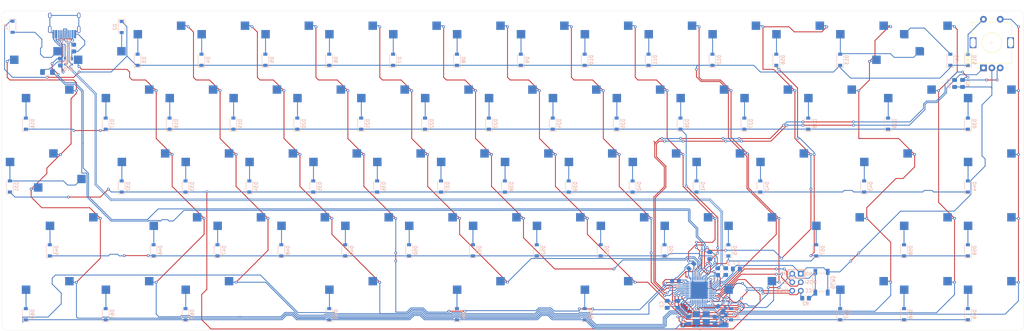
<source format=kicad_pcb>
(kicad_pcb (version 20171130) (host pcbnew "(5.1.8)-1")
  (layers (0 F.Cu signal) (31 B.Cu signal) (34 B.Paste user) (35 F.Paste user) (36 B.SilkS user) (37 F.SilkS user) (38 B.Mask user) (39 F.Mask user) (44 Edge.Cuts user))
  (net 0 "")
  (net 1 GND)
  (net 2 +5V)
  (net 3 XTAL1)
  (net 4 "Net-(C7-Pad1)")
  (net 5 XTAL2)
  (net 6 "Net-(D1-Pad2)")
  (net 7 row0)
  (net 8 "Net-(D2-Pad2)")
  (net 9 "Net-(D3-Pad2)")
  (net 10 "Net-(D4-Pad2)")
  (net 11 "Net-(D5-Pad2)")
  (net 12 "Net-(D6-Pad2)")
  (net 13 "Net-(D7-Pad2)")
  (net 14 "Net-(D8-Pad2)")
  (net 15 "Net-(D9-Pad2)")
  (net 16 "Net-(D10-Pad2)")
  (net 17 "Net-(D11-Pad2)")
  (net 18 "Net-(D12-Pad2)")
  (net 19 "Net-(D13-Pad2)")
  (net 20 "Net-(D14-Pad2)")
  (net 21 "Net-(D15-Pad2)")
  (net 22 "Net-(D16-Pad2)")
  (net 23 row1)
  (net 24 "Net-(D17-Pad2)")
  (net 25 "Net-(D18-Pad2)")
  (net 26 "Net-(D19-Pad2)")
  (net 27 "Net-(D20-Pad2)")
  (net 28 "Net-(D21-Pad2)")
  (net 29 "Net-(D22-Pad2)")
  (net 30 "Net-(D23-Pad2)")
  (net 31 "Net-(D24-Pad2)")
  (net 32 "Net-(D25-Pad2)")
  (net 33 "Net-(D26-Pad2)")
  (net 34 "Net-(D27-Pad2)")
  (net 35 "Net-(D28-Pad2)")
  (net 36 "Net-(D29-Pad2)")
  (net 37 "Net-(D30-Pad2)")
  (net 38 "Net-(D31-Pad2)")
  (net 39 row2)
  (net 40 "Net-(D32-Pad2)")
  (net 41 "Net-(D33-Pad2)")
  (net 42 "Net-(D34-Pad2)")
  (net 43 "Net-(D35-Pad2)")
  (net 44 "Net-(D36-Pad2)")
  (net 45 "Net-(D37-Pad2)")
  (net 46 "Net-(D38-Pad2)")
  (net 47 "Net-(D39-Pad2)")
  (net 48 "Net-(D40-Pad2)")
  (net 49 "Net-(D41-Pad2)")
  (net 50 "Net-(D42-Pad2)")
  (net 51 "Net-(D43-Pad2)")
  (net 52 "Net-(D44-Pad2)")
  (net 53 "Net-(D45-Pad2)")
  (net 54 row3)
  (net 55 "Net-(D46-Pad2)")
  (net 56 "Net-(D47-Pad2)")
  (net 57 "Net-(D48-Pad2)")
  (net 58 "Net-(D49-Pad2)")
  (net 59 "Net-(D50-Pad2)")
  (net 60 "Net-(D51-Pad2)")
  (net 61 "Net-(D52-Pad2)")
  (net 62 "Net-(D53-Pad2)")
  (net 63 "Net-(D54-Pad2)")
  (net 64 "Net-(D55-Pad2)")
  (net 65 "Net-(D56-Pad2)")
  (net 66 "Net-(D57-Pad2)")
  (net 67 "Net-(D58-Pad2)")
  (net 68 "Net-(D59-Pad2)")
  (net 69 "Net-(D60-Pad2)")
  (net 70 row4)
  (net 71 "Net-(D61-Pad2)")
  (net 72 "Net-(D62-Pad2)")
  (net 73 "Net-(D63-Pad2)")
  (net 74 "Net-(D64-Pad2)")
  (net 75 "Net-(D65-Pad2)")
  (net 76 "Net-(D66-Pad2)")
  (net 77 "Net-(D67-Pad2)")
  (net 78 "Net-(D68-Pad2)")
  (net 79 "Net-(D69-Pad2)")
  (net 80 VCC)
  (net 81 RESET)
  (net 82 MOSI)
  (net 83 SCK)
  (net 84 MISO)
  (net 85 "Net-(R1-Pad2)")
  (net 86 D-)
  (net 87 D+)
  (net 88 "Net-(R5-Pad1)")
  (net 89 "Net-(R6-Pad1)")
  (net 90 col0)
  (net 91 col1)
  (net 92 col2)
  (net 93 col3)
  (net 94 col4)
  (net 95 col5)
  (net 96 col6)
  (net 97 col7)
  (net 98 col8)
  (net 99 col9)
  (net 100 col10)
  (net 101 col11)
  (net 102 col12)
  (net 103 col13)
  (net 104 col14)
  (net 105 "Net-(U1-Pad42)")
  (net 106 "Net-(USB1-Pad3)")
  (net 107 "Net-(USB1-Pad9)")
  (net 108 DP)
  (net 109 DN)
  (net 110 rot0)
  (net 111 rot1)
  (module Keebio-Parts:RotaryEncoder_Alps_EC11E-Switch_Vertical_H20mm (layer F.Cu) (at 290.5125 63.5 90)
    (fp_text reference SW15 (at -4.7 -7.2 90) (layer F.SilkS))
    (fp_text value Rotary_Encoder_Switch)
    (pad S1 thru_hole circle (at 7 2.5 90) (size 2 2) (drill 1) (layers *.Cu *.Mask) (net 104 col14))
    (pad S2 thru_hole circle (at 7 -2.5 90) (size 2 2) (drill 1) (layers *.Cu *.Mask) (net 21 "Net-(D15-Pad2)"))
    (pad MP thru_hole rect (at 0 5.6 90) (size 3.2 2) (drill oval 2.8 1.5) (layers *.Cu *.Mask))
    (pad MP thru_hole rect (at 0 -5.6 90) (size 3.2 2) (drill oval 2.8 1.5) (layers *.Cu *.Mask))
    (pad B thru_hole circle (at -7.5 2.5 90) (size 2 2) (drill 1) (layers *.Cu *.Mask) (net 110 rot0))
    (pad C thru_hole circle (at -7.5 0 90) (size 2 2) (drill 1) (layers *.Cu *.Mask) (net 1 GND))
    (pad A thru_hole rect (at -7.5 -2.5 90) (size 2 2) (drill 1) (layers *.Cu *.Mask) (net 111 rot1))
  )
  (module Capacitor_SMD:C_0805_2012Metric_Pad1.18x1.45mm_HandSolder (layer B.Cu) (at 279.4 75.65 270)
    (fp_text reference C10 (at 0 1.68 270) (layer B.SilkS) (effects (justify mirror)))
    (fp_text value 100nF)
    (pad 2 smd roundrect (at 1.0375 0 270) (size 1.175 1.45) (layers B.Cu B.Paste B.Mask) (roundrect_rratio 0.212766) (net 1 GND))
    (pad 1 smd roundrect (at -1.0375 0 270) (size 1.175 1.45) (layers B.Cu B.Paste B.Mask) (roundrect_rratio 0.212766) (net 111 rot1))
  )
  (module Capacitor_SMD:C_0805_2012Metric_Pad1.18x1.45mm_HandSolder (layer B.Cu) (at 281.78125 75.65 90)
    (fp_text reference C9 (at 0 1.68 270) (layer B.SilkS) (effects (justify mirror)))
    (fp_text value 100nF)
    (pad 2 smd roundrect (at 1.0375 0 90) (size 1.175 1.45) (layers B.Cu B.Paste B.Mask) (roundrect_rratio 0.212766) (net 110 rot0))
    (pad 1 smd roundrect (at -1.0375 0 90) (size 1.175 1.45) (layers B.Cu B.Paste B.Mask) (roundrect_rratio 0.212766) (net 1 GND))
  )
  (module Package_DFN_QFN:QFN-44-1EP_7x7mm_P0.5mm_EP5.2x5.2mm (layer B.Cu) (at 203.2 137.31875 180)
    (fp_text reference U1 (at 0 4.82) (layer B.SilkS) (effects (justify mirror)))
    (fp_text value ATmega32U4-MU)
    (pad 45 smd rect (at 0 0 180) (size 5.2 5.2) (layers B.Cu B.Mask) (net 1 GND))
    (pad 44 smd roundrect (at -2.5 3.3375 180) (size 0.25 1.075) (layers B.Cu B.Paste B.Mask) (net 2 +5V))
    (pad 43 smd roundrect (at -2 3.3375 180) (size 0.25 1.075) (layers B.Cu B.Paste B.Mask) (net 1 GND))
    (pad 42 smd roundrect (at -1.5 3.3375 180) (size 0.25 1.075) (layers B.Cu B.Paste B.Mask) (net 105 "Net-(U1-Pad42)"))
    (pad 41 smd roundrect (at -1 3.3375 180) (size 0.25 1.075) (layers B.Cu B.Paste B.Mask) (net 101 col11))
    (pad 40 smd roundrect (at -0.5 3.3375 180) (size 0.25 1.075) (layers B.Cu B.Paste B.Mask) (net 54 row3))
    (pad 39 smd roundrect (at 0 3.3375 180) (size 0.25 1.075) (layers B.Cu B.Paste B.Mask) (net 23 row1))
    (pad 38 smd roundrect (at 0.5 3.3375 180) (size 0.25 1.075) (layers B.Cu B.Paste B.Mask) (net 99 col9))
    (pad 37 smd roundrect (at 1 3.3375 180) (size 0.25 1.075) (layers B.Cu B.Paste B.Mask) (net 95 col5))
    (pad 36 smd roundrect (at 1.5 3.3375 180) (size 0.25 1.075) (layers B.Cu B.Paste B.Mask) (net 96 col6))
    (pad 35 smd roundrect (at 2 3.3375 180) (size 0.25 1.075) (layers B.Cu B.Paste B.Mask) (net 1 GND))
    (pad 34 smd roundrect (at 2.5 3.3375 180) (size 0.25 1.075) (layers B.Cu B.Paste B.Mask) (net 2 +5V))
    (pad 33 smd roundrect (at 3.3375 2.5 180) (size 1.075 0.25) (layers B.Cu B.Paste B.Mask) (net 85 "Net-(R1-Pad2)"))
    (pad 32 smd roundrect (at 3.3375 2 180) (size 1.075 0.25) (layers B.Cu B.Paste B.Mask) (net 94 col4))
    (pad 31 smd roundrect (at 3.3375 1.5 180) (size 1.075 0.25) (layers B.Cu B.Paste B.Mask) (net 93 col3))
    (pad 30 smd roundrect (at 3.3375 1 180) (size 1.075 0.25) (layers B.Cu B.Paste B.Mask) (net 111 rot1))
    (pad 29 smd roundrect (at 3.3375 0.5 180) (size 1.075 0.25) (layers B.Cu B.Paste B.Mask) (net 110 rot0))
    (pad 28 smd roundrect (at 3.3375 0 180) (size 1.075 0.25) (layers B.Cu B.Paste B.Mask) (net 98 col8))
    (pad 27 smd roundrect (at 3.3375 -0.5 180) (size 1.075 0.25) (layers B.Cu B.Paste B.Mask) (net 104 col14))
    (pad 26 smd roundrect (at 3.3375 -1 180) (size 1.075 0.25) (layers B.Cu B.Paste B.Mask) (net 103 col13))
    (pad 25 smd roundrect (at 3.3375 -1.5 180) (size 1.075 0.25) (layers B.Cu B.Paste B.Mask) (net 102 col12))
    (pad 24 smd roundrect (at 3.3375 -2 180) (size 1.075 0.25) (layers B.Cu B.Paste B.Mask) (net 2 +5V))
    (pad 23 smd roundrect (at 3.3375 -2.5 180) (size 1.075 0.25) (layers B.Cu B.Paste B.Mask) (net 1 GND))
    (pad 22 smd roundrect (at 2.5 -3.3375 180) (size 0.25 1.075) (layers B.Cu B.Paste B.Mask) (net 92 col2))
    (pad 21 smd roundrect (at 2 -3.3375 180) (size 0.25 1.075) (layers B.Cu B.Paste B.Mask) (net 91 col1))
    (pad 20 smd roundrect (at 1.5 -3.3375 180) (size 0.25 1.075) (layers B.Cu B.Paste B.Mask) (net 90 col0))
    (pad 19 smd roundrect (at 1 -3.3375 180) (size 0.25 1.075) (layers B.Cu B.Paste B.Mask) (net 70 row4))
    (pad 18 smd roundrect (at 0.5 -3.3375 180) (size 0.25 1.075) (layers B.Cu B.Paste B.Mask) (net 100 col10))
    (pad 17 smd roundrect (at 0 -3.3375 180) (size 0.25 1.075) (layers B.Cu B.Paste B.Mask) (net 3 XTAL1))
    (pad 16 smd roundrect (at -0.5 -3.3375 180) (size 0.25 1.075) (layers B.Cu B.Paste B.Mask) (net 5 XTAL2))
    (pad 15 smd roundrect (at -1 -3.3375 180) (size 0.25 1.075) (layers B.Cu B.Paste B.Mask) (net 1 GND))
    (pad 14 smd roundrect (at -1.5 -3.3375 180) (size 0.25 1.075) (layers B.Cu B.Paste B.Mask) (net 2 +5V))
    (pad 13 smd roundrect (at -2 -3.3375 180) (size 0.25 1.075) (layers B.Cu B.Paste B.Mask) (net 81 RESET))
    (pad 12 smd roundrect (at -2.5 -3.3375 180) (size 0.25 1.075) (layers B.Cu B.Paste B.Mask) (net 39 row2))
    (pad 11 smd roundrect (at -3.3375 -2.5 180) (size 1.075 0.25) (layers B.Cu B.Paste B.Mask) (net 84 MISO))
    (pad 10 smd roundrect (at -3.3375 -2 180) (size 1.075 0.25) (layers B.Cu B.Paste B.Mask) (net 82 MOSI))
    (pad 9 smd roundrect (at -3.3375 -1.5 180) (size 1.075 0.25) (layers B.Cu B.Paste B.Mask) (net 83 SCK))
    (pad 8 smd roundrect (at -3.3375 -1 180) (size 1.075 0.25) (layers B.Cu B.Paste B.Mask) (net 97 col7))
    (pad 7 smd roundrect (at -3.3375 -0.5 180) (size 1.075 0.25) (layers B.Cu B.Paste B.Mask) (net 2 +5V))
    (pad 6 smd roundrect (at -3.3375 0 180) (size 1.075 0.25) (layers B.Cu B.Paste B.Mask) (net 4 "Net-(C7-Pad1)"))
    (pad 5 smd roundrect (at -3.3375 0.5 180) (size 1.075 0.25) (layers B.Cu B.Paste B.Mask) (net 1 GND))
    (pad 4 smd roundrect (at -3.3375 1 180) (size 1.075 0.25) (layers B.Cu B.Paste B.Mask) (net 87 D+))
    (pad 3 smd roundrect (at -3.3375 1.5 180) (size 1.075 0.25) (layers B.Cu B.Paste B.Mask) (net 86 D-))
    (pad 2 smd roundrect (at -3.3375 2 180) (size 1.075 0.25) (layers B.Cu B.Paste B.Mask) (net 2 +5V))
    (pad 1 smd roundrect (at -3.3375 2.5 180) (size 1.075 0.25) (layers B.Cu B.Paste B.Mask) (net 7 row0))
  )
  (module MX_Only:MXOnly-1.5U-Hotswap (layer F.Cu) (at 219.075 139.7)
    (fp_text reference SW66)
    (fp_text value FN)
    (pad "" np_thru_hole circle (at 2.54 -5.08) (size 3 3) (drill 3) (layers *.Cu *.Mask))
    (pad "" np_thru_hole circle (at 0 0) (size 3.9878 3.9878) (drill 3.9878) (layers *.Cu *.Mask))
    (pad "" np_thru_hole circle (at -3.81 -2.54) (size 3 3) (drill 3) (layers *.Cu *.Mask))
    (pad "" np_thru_hole circle (at -5.08 0 48.0996) (size 1.75 1.75) (drill 1.75) (layers *.Cu *.Mask))
    (pad "" np_thru_hole circle (at 5.08 0 48.0996) (size 1.75 1.75) (drill 1.75) (layers *.Cu *.Mask))
    (pad 1 smd rect (at -7.085 -2.54) (size 2.55 2.5) (layers B.Cu B.Paste B.Mask) (net 76 "Net-(D66-Pad2)"))
    (pad 2 smd rect (at 5.842 -5.08) (size 2.55 2.5) (layers B.Cu B.Paste B.Mask) (net 100 col10))
  )
  (module MX_Only:MXOnly-1.5U-Hotswap (layer F.Cu) (at 57.15 139.7)
    (fp_text reference SW62)
    (fp_text value LALT)
    (pad "" np_thru_hole circle (at 2.54 -5.08) (size 3 3) (drill 3) (layers *.Cu *.Mask))
    (pad "" np_thru_hole circle (at 0 0) (size 3.9878 3.9878) (drill 3.9878) (layers *.Cu *.Mask))
    (pad "" np_thru_hole circle (at -3.81 -2.54) (size 3 3) (drill 3) (layers *.Cu *.Mask))
    (pad "" np_thru_hole circle (at -5.08 0 48.0996) (size 1.75 1.75) (drill 1.75) (layers *.Cu *.Mask))
    (pad "" np_thru_hole circle (at 5.08 0 48.0996) (size 1.75 1.75) (drill 1.75) (layers *.Cu *.Mask))
    (pad 1 smd rect (at -7.085 -2.54) (size 2.55 2.5) (layers B.Cu B.Paste B.Mask) (net 72 "Net-(D62-Pad2)"))
    (pad 2 smd rect (at 5.842 -5.08) (size 2.55 2.5) (layers B.Cu B.Paste B.Mask) (net 92 col2))
  )
  (module MX_Only:MXOnly-1U-Hotswap (layer F.Cu) (at 61.9125 63.5)
    (fp_text reference SW4)
    (fp_text value "#3")
    (pad "" np_thru_hole circle (at 2.54 -5.08) (size 3 3) (drill 3) (layers *.Cu *.Mask))
    (pad "" np_thru_hole circle (at 0 0) (size 3.9878 3.9878) (drill 3.9878) (layers *.Cu *.Mask))
    (pad "" np_thru_hole circle (at -3.81 -2.54) (size 3 3) (drill 3) (layers *.Cu *.Mask))
    (pad "" np_thru_hole circle (at -5.08 0 48.0996) (size 1.75 1.75) (drill 1.75) (layers *.Cu *.Mask))
    (pad "" np_thru_hole circle (at 5.08 0 48.0996) (size 1.75 1.75) (drill 1.75) (layers *.Cu *.Mask))
    (pad 1 smd rect (at -7.085 -2.54) (size 2.55 2.5) (layers B.Cu B.Paste B.Mask) (net 10 "Net-(D4-Pad2)"))
    (pad 2 smd rect (at 5.842 -5.08) (size 2.55 2.5) (layers B.Cu B.Paste B.Mask) (net 93 col3))
  )
  (module MX_Only:MXOnly-1U-Hotswap (layer F.Cu) (at 157.1625 63.5)
    (fp_text reference SW9)
    (fp_text value "#8")
    (pad "" np_thru_hole circle (at 2.54 -5.08) (size 3 3) (drill 3) (layers *.Cu *.Mask))
    (pad "" np_thru_hole circle (at 0 0) (size 3.9878 3.9878) (drill 3.9878) (layers *.Cu *.Mask))
    (pad "" np_thru_hole circle (at -3.81 -2.54) (size 3 3) (drill 3) (layers *.Cu *.Mask))
    (pad "" np_thru_hole circle (at -5.08 0 48.0996) (size 1.75 1.75) (drill 1.75) (layers *.Cu *.Mask))
    (pad "" np_thru_hole circle (at 5.08 0 48.0996) (size 1.75 1.75) (drill 1.75) (layers *.Cu *.Mask))
    (pad 1 smd rect (at -7.085 -2.54) (size 2.55 2.5) (layers B.Cu B.Paste B.Mask) (net 15 "Net-(D9-Pad2)"))
    (pad 2 smd rect (at 5.842 -5.08) (size 2.55 2.5) (layers B.Cu B.Paste B.Mask) (net 98 col8))
  )
  (module MX_Only:MXOnly-1U-Hotswap (layer F.Cu) (at 128.5875 82.55)
    (fp_text reference SW22)
    (fp_text value Y)
    (pad "" np_thru_hole circle (at 2.54 -5.08) (size 3 3) (drill 3) (layers *.Cu *.Mask))
    (pad "" np_thru_hole circle (at 0 0) (size 3.9878 3.9878) (drill 3.9878) (layers *.Cu *.Mask))
    (pad "" np_thru_hole circle (at -3.81 -2.54) (size 3 3) (drill 3) (layers *.Cu *.Mask))
    (pad "" np_thru_hole circle (at -5.08 0 48.0996) (size 1.75 1.75) (drill 1.75) (layers *.Cu *.Mask))
    (pad "" np_thru_hole circle (at 5.08 0 48.0996) (size 1.75 1.75) (drill 1.75) (layers *.Cu *.Mask))
    (pad 1 smd rect (at -7.085 -2.54) (size 2.55 2.5) (layers B.Cu B.Paste B.Mask) (net 29 "Net-(D22-Pad2)"))
    (pad 2 smd rect (at 5.842 -5.08) (size 2.55 2.5) (layers B.Cu B.Paste B.Mask) (net 96 col6))
  )
  (module MX_Only:MXOnly-1U-Hotswap (layer F.Cu) (at 147.6375 82.55)
    (fp_text reference SW23)
    (fp_text value U)
    (pad "" np_thru_hole circle (at 2.54 -5.08) (size 3 3) (drill 3) (layers *.Cu *.Mask))
    (pad "" np_thru_hole circle (at 0 0) (size 3.9878 3.9878) (drill 3.9878) (layers *.Cu *.Mask))
    (pad "" np_thru_hole circle (at -3.81 -2.54) (size 3 3) (drill 3) (layers *.Cu *.Mask))
    (pad "" np_thru_hole circle (at -5.08 0 48.0996) (size 1.75 1.75) (drill 1.75) (layers *.Cu *.Mask))
    (pad "" np_thru_hole circle (at 5.08 0 48.0996) (size 1.75 1.75) (drill 1.75) (layers *.Cu *.Mask))
    (pad 1 smd rect (at -7.085 -2.54) (size 2.55 2.5) (layers B.Cu B.Paste B.Mask) (net 30 "Net-(D23-Pad2)"))
    (pad 2 smd rect (at 5.842 -5.08) (size 2.55 2.5) (layers B.Cu B.Paste B.Mask) (net 97 col7))
  )
  (module MX_Only:MXOnly-1U-Hotswap (layer F.Cu) (at 138.1125 63.5)
    (fp_text reference SW8)
    (fp_text value "#7")
    (pad "" np_thru_hole circle (at 2.54 -5.08) (size 3 3) (drill 3) (layers *.Cu *.Mask))
    (pad "" np_thru_hole circle (at 0 0) (size 3.9878 3.9878) (drill 3.9878) (layers *.Cu *.Mask))
    (pad "" np_thru_hole circle (at -3.81 -2.54) (size 3 3) (drill 3) (layers *.Cu *.Mask))
    (pad "" np_thru_hole circle (at -5.08 0 48.0996) (size 1.75 1.75) (drill 1.75) (layers *.Cu *.Mask))
    (pad "" np_thru_hole circle (at 5.08 0 48.0996) (size 1.75 1.75) (drill 1.75) (layers *.Cu *.Mask))
    (pad 1 smd rect (at -7.085 -2.54) (size 2.55 2.5) (layers B.Cu B.Paste B.Mask) (net 14 "Net-(D8-Pad2)"))
    (pad 2 smd rect (at 5.842 -5.08) (size 2.55 2.5) (layers B.Cu B.Paste B.Mask) (net 97 col7))
  )
  (module MX_Only:MXOnly-1U-Hotswap (layer F.Cu) (at 271.4625 120.65)
    (fp_text reference SW58)
    (fp_text value UP)
    (pad "" np_thru_hole circle (at 2.54 -5.08) (size 3 3) (drill 3) (layers *.Cu *.Mask))
    (pad "" np_thru_hole circle (at 0 0) (size 3.9878 3.9878) (drill 3.9878) (layers *.Cu *.Mask))
    (pad "" np_thru_hole circle (at -3.81 -2.54) (size 3 3) (drill 3) (layers *.Cu *.Mask))
    (pad "" np_thru_hole circle (at -5.08 0 48.0996) (size 1.75 1.75) (drill 1.75) (layers *.Cu *.Mask))
    (pad "" np_thru_hole circle (at 5.08 0 48.0996) (size 1.75 1.75) (drill 1.75) (layers *.Cu *.Mask))
    (pad 1 smd rect (at -7.085 -2.54) (size 2.55 2.5) (layers B.Cu B.Paste B.Mask) (net 67 "Net-(D58-Pad2)"))
    (pad 2 smd rect (at 5.842 -5.08) (size 2.55 2.5) (layers B.Cu B.Paste B.Mask) (net 103 col13))
  )
  (module MX_Only:MXOnly-1U-Hotswap (layer F.Cu) (at 228.6 101.6)
    (fp_text reference SW42)
    (fp_text value '")
    (pad "" np_thru_hole circle (at 2.54 -5.08) (size 3 3) (drill 3) (layers *.Cu *.Mask))
    (pad "" np_thru_hole circle (at 0 0) (size 3.9878 3.9878) (drill 3.9878) (layers *.Cu *.Mask))
    (pad "" np_thru_hole circle (at -3.81 -2.54) (size 3 3) (drill 3) (layers *.Cu *.Mask))
    (pad "" np_thru_hole circle (at -5.08 0 48.0996) (size 1.75 1.75) (drill 1.75) (layers *.Cu *.Mask))
    (pad "" np_thru_hole circle (at 5.08 0 48.0996) (size 1.75 1.75) (drill 1.75) (layers *.Cu *.Mask))
    (pad 1 smd rect (at -7.085 -2.54) (size 2.55 2.5) (layers B.Cu B.Paste B.Mask) (net 50 "Net-(D42-Pad2)"))
    (pad 2 smd rect (at 5.842 -5.08) (size 2.55 2.5) (layers B.Cu B.Paste B.Mask) (net 101 col11))
  )
  (module MX_Only:MXOnly-1U-Hotswap (layer F.Cu) (at 180.975 120.65)
    (fp_text reference SW53)
    (fp_text value ,<)
    (pad "" np_thru_hole circle (at 2.54 -5.08) (size 3 3) (drill 3) (layers *.Cu *.Mask))
    (pad "" np_thru_hole circle (at 0 0) (size 3.9878 3.9878) (drill 3.9878) (layers *.Cu *.Mask))
    (pad "" np_thru_hole circle (at -3.81 -2.54) (size 3 3) (drill 3) (layers *.Cu *.Mask))
    (pad "" np_thru_hole circle (at -5.08 0 48.0996) (size 1.75 1.75) (drill 1.75) (layers *.Cu *.Mask))
    (pad "" np_thru_hole circle (at 5.08 0 48.0996) (size 1.75 1.75) (drill 1.75) (layers *.Cu *.Mask))
    (pad 1 smd rect (at -7.085 -2.54) (size 2.55 2.5) (layers B.Cu B.Paste B.Mask) (net 62 "Net-(D53-Pad2)"))
    (pad 2 smd rect (at 5.842 -5.08) (size 2.55 2.5) (layers B.Cu B.Paste B.Mask) (net 98 col8))
  )
  (module MX_Only:MXOnly-1U-Hotswap (layer F.Cu) (at 90.4875 82.55)
    (fp_text reference SW20)
    (fp_text value R)
    (pad "" np_thru_hole circle (at 2.54 -5.08) (size 3 3) (drill 3) (layers *.Cu *.Mask))
    (pad "" np_thru_hole circle (at 0 0) (size 3.9878 3.9878) (drill 3.9878) (layers *.Cu *.Mask))
    (pad "" np_thru_hole circle (at -3.81 -2.54) (size 3 3) (drill 3) (layers *.Cu *.Mask))
    (pad "" np_thru_hole circle (at -5.08 0 48.0996) (size 1.75 1.75) (drill 1.75) (layers *.Cu *.Mask))
    (pad "" np_thru_hole circle (at 5.08 0 48.0996) (size 1.75 1.75) (drill 1.75) (layers *.Cu *.Mask))
    (pad 1 smd rect (at -7.085 -2.54) (size 2.55 2.5) (layers B.Cu B.Paste B.Mask) (net 27 "Net-(D20-Pad2)"))
    (pad 2 smd rect (at 5.842 -5.08) (size 2.55 2.5) (layers B.Cu B.Paste B.Mask) (net 94 col4))
  )
  (module MX_Only:MXOnly-1U-Hotswap (layer F.Cu) (at 4.7625 63.5 180)
    (fp_text reference SW1)
    (fp_text value Esc)
    (pad "" np_thru_hole circle (at 2.54 -5.08 180) (size 3 3) (drill 3) (layers *.Cu *.Mask))
    (pad "" np_thru_hole circle (at 0 0 180) (size 3.9878 3.9878) (drill 3.9878) (layers *.Cu *.Mask))
    (pad "" np_thru_hole circle (at -3.81 -2.54 180) (size 3 3) (drill 3) (layers *.Cu *.Mask))
    (pad "" np_thru_hole circle (at -5.08 0 228.0996) (size 1.75 1.75) (drill 1.75) (layers *.Cu *.Mask))
    (pad "" np_thru_hole circle (at 5.08 0 228.0996) (size 1.75 1.75) (drill 1.75) (layers *.Cu *.Mask))
    (pad 1 smd rect (at -7.085 -2.54 180) (size 2.55 2.5) (layers B.Cu B.Paste B.Mask) (net 6 "Net-(D1-Pad2)"))
    (pad 2 smd rect (at 5.842 -5.08 180) (size 2.55 2.5) (layers B.Cu B.Paste B.Mask) (net 90 col0))
  )
  (module MX_Only:MXOnly-1U-Hotswap (layer F.Cu) (at 214.3125 63.5)
    (fp_text reference SW12)
    (fp_text value -_)
    (pad "" np_thru_hole circle (at 2.54 -5.08) (size 3 3) (drill 3) (layers *.Cu *.Mask))
    (pad "" np_thru_hole circle (at 0 0) (size 3.9878 3.9878) (drill 3.9878) (layers *.Cu *.Mask))
    (pad "" np_thru_hole circle (at -3.81 -2.54) (size 3 3) (drill 3) (layers *.Cu *.Mask))
    (pad "" np_thru_hole circle (at -5.08 0 48.0996) (size 1.75 1.75) (drill 1.75) (layers *.Cu *.Mask))
    (pad "" np_thru_hole circle (at 5.08 0 48.0996) (size 1.75 1.75) (drill 1.75) (layers *.Cu *.Mask))
    (pad 1 smd rect (at -7.085 -2.54) (size 2.55 2.5) (layers B.Cu B.Paste B.Mask) (net 18 "Net-(D12-Pad2)"))
    (pad 2 smd rect (at 5.842 -5.08) (size 2.55 2.5) (layers B.Cu B.Paste B.Mask) (net 101 col11))
  )
  (module MX_Only:MXOnly-1U-Hotswap (layer F.Cu) (at 252.4125 139.7)
    (fp_text reference SW67)
    (fp_text value LEFT)
    (pad "" np_thru_hole circle (at 2.54 -5.08) (size 3 3) (drill 3) (layers *.Cu *.Mask))
    (pad "" np_thru_hole circle (at 0 0) (size 3.9878 3.9878) (drill 3.9878) (layers *.Cu *.Mask))
    (pad "" np_thru_hole circle (at -3.81 -2.54) (size 3 3) (drill 3) (layers *.Cu *.Mask))
    (pad "" np_thru_hole circle (at -5.08 0 48.0996) (size 1.75 1.75) (drill 1.75) (layers *.Cu *.Mask))
    (pad "" np_thru_hole circle (at 5.08 0 48.0996) (size 1.75 1.75) (drill 1.75) (layers *.Cu *.Mask))
    (pad 1 smd rect (at -7.085 -2.54) (size 2.55 2.5) (layers B.Cu B.Paste B.Mask) (net 77 "Net-(D67-Pad2)"))
    (pad 2 smd rect (at 5.842 -5.08) (size 2.55 2.5) (layers B.Cu B.Paste B.Mask) (net 102 col12))
  )
  (module MX_Only:MXOnly-3U-Hotswap-ReversedStabilizers (layer F.Cu) (at 176.2125 139.7)
    (fp_text reference SW65)
    (fp_text value SPACE)
    (pad "" np_thru_hole circle (at 0 0) (size 3.9878 3.9878) (drill 3.9878) (layers *.Cu *.Mask))
    (pad "" np_thru_hole circle (at -5.08 0 48.0996) (size 1.75 1.75) (drill 1.75) (layers *.Cu *.Mask))
    (pad "" np_thru_hole circle (at 5.08 0 48.0996) (size 1.75 1.75) (drill 1.75) (layers *.Cu *.Mask))
    (pad "" np_thru_hole circle (at -19.05 6.985) (size 3.048 3.048) (drill 3.048) (layers *.Cu *.Mask))
    (pad "" np_thru_hole circle (at 19.05 6.985) (size 3.048 3.048) (drill 3.048) (layers *.Cu *.Mask))
    (pad "" np_thru_hole circle (at -19.05 -8.255) (size 3.9878 3.9878) (drill 3.9878) (layers *.Cu *.Mask))
    (pad "" np_thru_hole circle (at 19.05 -8.255) (size 3.9878 3.9878) (drill 3.9878) (layers *.Cu *.Mask))
    (pad "" np_thru_hole circle (at 2.54 -5.08) (size 3 3) (drill 3) (layers *.Cu *.Mask))
    (pad 1 smd rect (at -7.085 -2.54) (size 2.55 2.5) (layers B.Cu B.Paste B.Mask) (net 75 "Net-(D65-Pad2)"))
    (pad "" np_thru_hole circle (at -3.81 -2.54) (size 3 3) (drill 3) (layers *.Cu *.Mask))
    (pad 2 smd rect (at 5.842 -5.08) (size 2.55 2.5) (layers B.Cu B.Paste B.Mask) (net 97 col7))
  )
  (module MX_Only:MXOnly-7U-Hotswap-ReversedStabilizers (layer F.Cu) (at 138.1125 139.7)
    (fp_text reference SW64)
    (fp_text value SPACE)
    (pad "" np_thru_hole circle (at 2.54 -5.08) (size 3 3) (drill 3) (layers *.Cu *.Mask))
    (pad "" np_thru_hole circle (at 0 0) (size 3.9878 3.9878) (drill 3.9878) (layers *.Cu *.Mask))
    (pad "" np_thru_hole circle (at -3.81 -2.54) (size 3 3) (drill 3) (layers *.Cu *.Mask))
    (pad "" np_thru_hole circle (at -5.08 0 48.0996) (size 1.75 1.75) (drill 1.75) (layers *.Cu *.Mask))
    (pad "" np_thru_hole circle (at 5.08 0 48.0996) (size 1.75 1.75) (drill 1.75) (layers *.Cu *.Mask))
    (pad 1 smd rect (at -7.085 -2.54) (size 2.55 2.5) (layers B.Cu B.Paste B.Mask) (net 74 "Net-(D64-Pad2)"))
    (pad 2 smd rect (at 5.842 -5.08) (size 2.55 2.5) (layers B.Cu B.Paste B.Mask) (net 95 col5))
    (pad "" np_thru_hole circle (at 57.15 6.985) (size 3.048 3.048) (drill 3.048) (layers *.Cu *.Mask))
    (pad "" np_thru_hole circle (at -57.15 6.985) (size 3.048 3.048) (drill 3.048) (layers *.Cu *.Mask))
    (pad "" np_thru_hole circle (at 57.15 -8.255) (size 3.9878 3.9878) (drill 3.9878) (layers *.Cu *.Mask))
    (pad "" np_thru_hole circle (at -57.15 -8.255) (size 3.9878 3.9878) (drill 3.9878) (layers *.Cu *.Mask))
  )
  (module MX_Only:MXOnly-3U-Hotswap-ReversedStabilizers (layer F.Cu) (at 100.0125 139.7)
    (fp_text reference SW63)
    (fp_text value SPACE)
    (pad "" np_thru_hole circle (at 0 0) (size 3.9878 3.9878) (drill 3.9878) (layers *.Cu *.Mask))
    (pad "" np_thru_hole circle (at -5.08 0 48.0996) (size 1.75 1.75) (drill 1.75) (layers *.Cu *.Mask))
    (pad "" np_thru_hole circle (at 5.08 0 48.0996) (size 1.75 1.75) (drill 1.75) (layers *.Cu *.Mask))
    (pad "" np_thru_hole circle (at -19.05 6.985) (size 3.048 3.048) (drill 3.048) (layers *.Cu *.Mask))
    (pad "" np_thru_hole circle (at 19.05 6.985) (size 3.048 3.048) (drill 3.048) (layers *.Cu *.Mask))
    (pad "" np_thru_hole circle (at -19.05 -8.255) (size 3.9878 3.9878) (drill 3.9878) (layers *.Cu *.Mask))
    (pad "" np_thru_hole circle (at 19.05 -8.255) (size 3.9878 3.9878) (drill 3.9878) (layers *.Cu *.Mask))
    (pad "" np_thru_hole circle (at 2.54 -5.08) (size 3 3) (drill 3) (layers *.Cu *.Mask))
    (pad 1 smd rect (at -7.085 -2.54) (size 2.55 2.5) (layers B.Cu B.Paste B.Mask) (net 73 "Net-(D63-Pad2)"))
    (pad "" np_thru_hole circle (at -3.81 -2.54) (size 3 3) (drill 3) (layers *.Cu *.Mask))
    (pad 2 smd rect (at 5.842 -5.08) (size 2.55 2.5) (layers B.Cu B.Paste B.Mask) (net 93 col3))
  )
  (module MX_Only:MXOnly-2U-Hotswap-ReversedStabilizers (layer F.Cu) (at 261.9375 63.5 180)
    (fp_text reference SW71)
    (fp_text value BSPC)
    (pad "" np_thru_hole circle (at 2.54 -5.08 180) (size 3 3) (drill 3) (layers *.Cu *.Mask))
    (pad "" np_thru_hole circle (at 0 0 180) (size 3.9878 3.9878) (drill 3.9878) (layers *.Cu *.Mask))
    (pad "" np_thru_hole circle (at -3.81 -2.54 180) (size 3 3) (drill 3) (layers *.Cu *.Mask))
    (pad "" np_thru_hole circle (at -5.08 0 228.0996) (size 1.75 1.75) (drill 1.75) (layers *.Cu *.Mask))
    (pad "" np_thru_hole circle (at 5.08 0 228.0996) (size 1.75 1.75) (drill 1.75) (layers *.Cu *.Mask))
    (pad 1 smd rect (at -7.085 -2.54 180) (size 2.55 2.5) (layers B.Cu B.Paste B.Mask) (net 19 "Net-(D13-Pad2)"))
    (pad 2 smd rect (at 5.842 -5.08 180) (size 2.55 2.5) (layers B.Cu B.Paste B.Mask) (net 102 col12))
    (pad "" np_thru_hole circle (at 11.938 6.985 180) (size 3.048 3.048) (drill 3.048) (layers *.Cu *.Mask))
    (pad "" np_thru_hole circle (at -11.938 6.985 180) (size 3.048 3.048) (drill 3.048) (layers *.Cu *.Mask))
    (pad "" np_thru_hole circle (at 11.938 -8.255 180) (size 3.9878 3.9878) (drill 3.9878) (layers *.Cu *.Mask))
    (pad "" np_thru_hole circle (at -11.938 -8.255 180) (size 3.9878 3.9878) (drill 3.9878) (layers *.Cu *.Mask))
  )
  (module MX_Only:MXOnly-1.75U-Hotswap (layer F.Cu) (at 11.90625 101.6 180)
    (fp_text reference SW72)
    (fp_text value CAPS)
    (pad "" np_thru_hole circle (at 2.54 -5.08 180) (size 3 3) (drill 3) (layers *.Cu *.Mask))
    (pad "" np_thru_hole circle (at 0 0 180) (size 3.9878 3.9878) (drill 3.9878) (layers *.Cu *.Mask))
    (pad "" np_thru_hole circle (at -3.81 -2.54 180) (size 3 3) (drill 3) (layers *.Cu *.Mask))
    (pad "" np_thru_hole circle (at -5.08 0 228.0996) (size 1.75 1.75) (drill 1.75) (layers *.Cu *.Mask))
    (pad "" np_thru_hole circle (at 5.08 0 228.0996) (size 1.75 1.75) (drill 1.75) (layers *.Cu *.Mask))
    (pad 1 smd rect (at -7.085 -2.54 180) (size 2.55 2.5) (layers B.Cu B.Paste B.Mask) (net 38 "Net-(D31-Pad2)"))
    (pad 2 smd rect (at 5.842 -5.08 180) (size 2.55 2.5) (layers B.Cu B.Paste B.Mask) (net 90 col0))
  )
  (module MX_Only:MXOnly-1U-Hotswap (layer F.Cu) (at 23.8125 63.5 180)
    (fp_text reference SW2)
    (fp_text value "#1")
    (pad "" np_thru_hole circle (at 2.54 -5.08 180) (size 3 3) (drill 3) (layers *.Cu *.Mask))
    (pad "" np_thru_hole circle (at 0 0 180) (size 3.9878 3.9878) (drill 3.9878) (layers *.Cu *.Mask))
    (pad "" np_thru_hole circle (at -3.81 -2.54 180) (size 3 3) (drill 3) (layers *.Cu *.Mask))
    (pad "" np_thru_hole circle (at -5.08 0 228.0996) (size 1.75 1.75) (drill 1.75) (layers *.Cu *.Mask))
    (pad "" np_thru_hole circle (at 5.08 0 228.0996) (size 1.75 1.75) (drill 1.75) (layers *.Cu *.Mask))
    (pad 1 smd rect (at -7.085 -2.54 180) (size 2.55 2.5) (layers B.Cu B.Paste B.Mask) (net 8 "Net-(D2-Pad2)"))
    (pad 2 smd rect (at 5.842 -5.08 180) (size 2.55 2.5) (layers B.Cu B.Paste B.Mask) (net 91 col1))
  )
  (module Crystal:Crystal_SMD_3225-4Pin_3.2x2.5mm_HandSoldering (layer B.Cu) (at 203.85625 145.6125)
    (fp_text reference Y1 (at 0 3.05) (layer B.SilkS) (effects (justify mirror)))
    (fp_text value Crystal_GND24_Small)
    (pad 1 smd rect (at -1.45 -1.15) (size 2.1 1.8) (layers B.Cu B.Paste B.Mask) (net 3 XTAL1))
    (pad 2 smd rect (at 1.45 -1.15) (size 2.1 1.8) (layers B.Cu B.Paste B.Mask) (net 1 GND))
    (pad 3 smd rect (at 1.45 1.15) (size 2.1 1.8) (layers B.Cu B.Paste B.Mask) (net 5 XTAL2))
    (pad 4 smd rect (at -1.45 1.15) (size 2.1 1.8) (layers B.Cu B.Paste B.Mask) (net 1 GND))
  )
  (module Type-C:HRO-TYPE-C-31-M-12-HandSoldering (layer B.Cu) (at 13.845 52.75125)
    (fp_text reference USB1 (at 0 10.2) (layer B.SilkS) (effects (justify mirror)))
    (fp_text value HRO-TYPE-C-31-M-12)
    (pad 13 thru_hole oval (at 4.32 2.6) (size 1 1.6) (drill oval 0.6 1.2) (layers *.Cu F.Mask) (net 1 GND))
    (pad 13 thru_hole oval (at -4.32 2.6) (size 1 1.6) (drill oval 0.6 1.2) (layers *.Cu F.Mask) (net 1 GND))
    (pad 13 thru_hole oval (at 4.32 6.78) (size 1 2.1) (drill oval 0.6 1.7) (layers *.Cu F.Mask) (net 1 GND))
    (pad 13 thru_hole oval (at -4.32 6.78) (size 1 2.1) (drill oval 0.6 1.7) (layers *.Cu F.Mask) (net 1 GND))
    (pad "" np_thru_hole circle (at -2.89 6.25) (size 0.65 0.65) (drill 0.65) (layers *.Cu *.Mask))
    (pad "" np_thru_hole circle (at 2.89 6.25) (size 0.65 0.65) (drill 0.65) (layers *.Cu *.Mask))
    (pad 6 smd rect (at -0.25 8.195) (size 0.3 2.45) (layers B.Cu B.Paste B.Mask) (net 108 DP))
    (pad 7 smd rect (at 0.25 8.195) (size 0.3 2.45) (layers B.Cu B.Paste B.Mask) (net 109 DN))
    (pad 8 smd rect (at 0.75 8.195) (size 0.3 2.45) (layers B.Cu B.Paste B.Mask) (net 108 DP))
    (pad 5 smd rect (at -0.75 8.195) (size 0.3 2.45) (layers B.Cu B.Paste B.Mask) (net 109 DN))
    (pad 9 smd rect (at 1.25 8.195) (size 0.3 2.45) (layers B.Cu B.Paste B.Mask) (net 107 "Net-(USB1-Pad9)"))
    (pad 4 smd rect (at -1.25 8.195) (size 0.3 2.45) (layers B.Cu B.Paste B.Mask) (net 89 "Net-(R6-Pad1)"))
    (pad 10 smd rect (at 1.75 8.195) (size 0.3 2.45) (layers B.Cu B.Paste B.Mask) (net 88 "Net-(R5-Pad1)"))
    (pad 3 smd rect (at -1.75 8.195) (size 0.3 2.45) (layers B.Cu B.Paste B.Mask) (net 106 "Net-(USB1-Pad3)"))
    (pad 2 smd rect (at -2.45 8.195) (size 0.6 2.45) (layers B.Cu B.Paste B.Mask) (net 80 VCC))
    (pad 11 smd rect (at 2.45 8.195) (size 0.6 2.45) (layers B.Cu B.Paste B.Mask) (net 80 VCC))
    (pad 1 smd rect (at -3.225 8.195) (size 0.6 2.45) (layers B.Cu B.Paste B.Mask) (net 1 GND))
    (pad 12 smd rect (at 3.225 8.195) (size 0.6 2.45) (layers B.Cu B.Paste B.Mask) (net 1 GND))
  )
  (module Button_Switch_SMD:SW_SPST_SKQG_WithStem (layer B.Cu) (at 239.7125 134.9375 90)
    (fp_text reference SW70 (at 0 3.6 90) (layer B.SilkS) (effects (justify mirror)))
    (fp_text value SW_Push)
    (pad 2 smd rect (at 3.1 -1.85 90) (size 1.8 1.1) (layers B.Cu B.Paste B.Mask) (net 81 RESET))
    (pad 2 smd rect (at -3.1 -1.85 90) (size 1.8 1.1) (layers B.Cu B.Paste B.Mask) (net 81 RESET))
    (pad 1 smd rect (at 3.1 1.85 90) (size 1.8 1.1) (layers B.Cu B.Paste B.Mask) (net 1 GND))
    (pad 1 smd rect (at -3.1 1.85 90) (size 1.8 1.1) (layers B.Cu B.Paste B.Mask) (net 1 GND))
  )
  (module MX_Only:MXOnly-1U-Hotswap (layer F.Cu) (at 290.5125 139.7)
    (fp_text reference SW69)
    (fp_text value RIGHT)
    (pad "" np_thru_hole circle (at 2.54 -5.08) (size 3 3) (drill 3) (layers *.Cu *.Mask))
    (pad "" np_thru_hole circle (at 0 0) (size 3.9878 3.9878) (drill 3.9878) (layers *.Cu *.Mask))
    (pad "" np_thru_hole circle (at -3.81 -2.54) (size 3 3) (drill 3) (layers *.Cu *.Mask))
    (pad "" np_thru_hole circle (at -5.08 0 48.0996) (size 1.75 1.75) (drill 1.75) (layers *.Cu *.Mask))
    (pad "" np_thru_hole circle (at 5.08 0 48.0996) (size 1.75 1.75) (drill 1.75) (layers *.Cu *.Mask))
    (pad 1 smd rect (at -7.085 -2.54) (size 2.55 2.5) (layers B.Cu B.Paste B.Mask) (net 79 "Net-(D69-Pad2)"))
    (pad 2 smd rect (at 5.842 -5.08) (size 2.55 2.5) (layers B.Cu B.Paste B.Mask) (net 104 col14))
  )
  (module MX_Only:MXOnly-1U-Hotswap (layer F.Cu) (at 271.4625 139.7)
    (fp_text reference SW68)
    (fp_text value DOWN)
    (pad "" np_thru_hole circle (at 2.54 -5.08) (size 3 3) (drill 3) (layers *.Cu *.Mask))
    (pad "" np_thru_hole circle (at 0 0) (size 3.9878 3.9878) (drill 3.9878) (layers *.Cu *.Mask))
    (pad "" np_thru_hole circle (at -3.81 -2.54) (size 3 3) (drill 3) (layers *.Cu *.Mask))
    (pad "" np_thru_hole circle (at -5.08 0 48.0996) (size 1.75 1.75) (drill 1.75) (layers *.Cu *.Mask))
    (pad "" np_thru_hole circle (at 5.08 0 48.0996) (size 1.75 1.75) (drill 1.75) (layers *.Cu *.Mask))
    (pad 1 smd rect (at -7.085 -2.54) (size 2.55 2.5) (layers B.Cu B.Paste B.Mask) (net 78 "Net-(D68-Pad2)"))
    (pad 2 smd rect (at 5.842 -5.08) (size 2.55 2.5) (layers B.Cu B.Paste B.Mask) (net 103 col13))
  )
  (module MX_Only:MXOnly-1U-Hotswap (layer F.Cu) (at 33.3375 139.7)
    (fp_text reference SW61)
    (fp_text value LWIN)
    (pad "" np_thru_hole circle (at 2.54 -5.08) (size 3 3) (drill 3) (layers *.Cu *.Mask))
    (pad "" np_thru_hole circle (at 0 0) (size 3.9878 3.9878) (drill 3.9878) (layers *.Cu *.Mask))
    (pad "" np_thru_hole circle (at -3.81 -2.54) (size 3 3) (drill 3) (layers *.Cu *.Mask))
    (pad "" np_thru_hole circle (at -5.08 0 48.0996) (size 1.75 1.75) (drill 1.75) (layers *.Cu *.Mask))
    (pad "" np_thru_hole circle (at 5.08 0 48.0996) (size 1.75 1.75) (drill 1.75) (layers *.Cu *.Mask))
    (pad 1 smd rect (at -7.085 -2.54) (size 2.55 2.5) (layers B.Cu B.Paste B.Mask) (net 71 "Net-(D61-Pad2)"))
    (pad 2 smd rect (at 5.842 -5.08) (size 2.55 2.5) (layers B.Cu B.Paste B.Mask) (net 91 col1))
  )
  (module MX_Only:MXOnly-1.5U-Hotswap (layer F.Cu) (at 9.525 139.7)
    (fp_text reference SW60)
    (fp_text value LCTL)
    (pad 2 smd rect (at 5.842 -5.08) (size 2.55 2.5) (layers B.Cu B.Paste B.Mask) (net 90 col0))
    (pad 1 smd rect (at -7.085 -2.54) (size 2.55 2.5) (layers B.Cu B.Paste B.Mask) (net 69 "Net-(D60-Pad2)"))
    (pad "" np_thru_hole circle (at 5.08 0 48.0996) (size 1.75 1.75) (drill 1.75) (layers *.Cu *.Mask))
    (pad "" np_thru_hole circle (at -5.08 0 48.0996) (size 1.75 1.75) (drill 1.75) (layers *.Cu *.Mask))
    (pad "" np_thru_hole circle (at -3.81 -2.54) (size 3 3) (drill 3) (layers *.Cu *.Mask))
    (pad "" np_thru_hole circle (at 0 0) (size 3.9878 3.9878) (drill 3.9878) (layers *.Cu *.Mask))
    (pad "" np_thru_hole circle (at 2.54 -5.08) (size 3 3) (drill 3) (layers *.Cu *.Mask))
  )
  (module MX_Only:MXOnly-1U-Hotswap (layer F.Cu) (at 290.5125 120.65)
    (fp_text reference SW59)
    (fp_text value PGDN)
    (pad "" np_thru_hole circle (at 2.54 -5.08) (size 3 3) (drill 3) (layers *.Cu *.Mask))
    (pad "" np_thru_hole circle (at 0 0) (size 3.9878 3.9878) (drill 3.9878) (layers *.Cu *.Mask))
    (pad "" np_thru_hole circle (at -3.81 -2.54) (size 3 3) (drill 3) (layers *.Cu *.Mask))
    (pad "" np_thru_hole circle (at -5.08 0 48.0996) (size 1.75 1.75) (drill 1.75) (layers *.Cu *.Mask))
    (pad "" np_thru_hole circle (at 5.08 0 48.0996) (size 1.75 1.75) (drill 1.75) (layers *.Cu *.Mask))
    (pad 1 smd rect (at -7.085 -2.54) (size 2.55 2.5) (layers B.Cu B.Paste B.Mask) (net 68 "Net-(D59-Pad2)"))
    (pad 2 smd rect (at 5.842 -5.08) (size 2.55 2.5) (layers B.Cu B.Paste B.Mask) (net 104 col14))
  )
  (module MX_Only:MXOnly-1.75U-Hotswap (layer F.Cu) (at 245.26875 120.65)
    (fp_text reference SW57)
    (fp_text value RSFT)
    (pad "" np_thru_hole circle (at 2.54 -5.08) (size 3 3) (drill 3) (layers *.Cu *.Mask))
    (pad "" np_thru_hole circle (at 0 0) (size 3.9878 3.9878) (drill 3.9878) (layers *.Cu *.Mask))
    (pad "" np_thru_hole circle (at -3.81 -2.54) (size 3 3) (drill 3) (layers *.Cu *.Mask))
    (pad "" np_thru_hole circle (at -5.08 0 48.0996) (size 1.75 1.75) (drill 1.75) (layers *.Cu *.Mask))
    (pad "" np_thru_hole circle (at 5.08 0 48.0996) (size 1.75 1.75) (drill 1.75) (layers *.Cu *.Mask))
    (pad 1 smd rect (at -7.085 -2.54) (size 2.55 2.5) (layers B.Cu B.Paste B.Mask) (net 66 "Net-(D57-Pad2)"))
    (pad 2 smd rect (at 5.842 -5.08) (size 2.55 2.5) (layers B.Cu B.Paste B.Mask) (net 102 col12))
  )
  (module MX_Only:MXOnly-1U-Hotswap (layer F.Cu) (at 233.3625 63.5)
    (fp_text reference SW56)
    (fp_text value =+)
    (pad "" np_thru_hole circle (at 2.54 -5.08) (size 3 3) (drill 3) (layers *.Cu *.Mask))
    (pad "" np_thru_hole circle (at 0 0) (size 3.9878 3.9878) (drill 3.9878) (layers *.Cu *.Mask))
    (pad "" np_thru_hole circle (at -3.81 -2.54) (size 3 3) (drill 3) (layers *.Cu *.Mask))
    (pad "" np_thru_hole circle (at -5.08 0 48.0996) (size 1.75 1.75) (drill 1.75) (layers *.Cu *.Mask))
    (pad "" np_thru_hole circle (at 5.08 0 48.0996) (size 1.75 1.75) (drill 1.75) (layers *.Cu *.Mask))
    (pad 1 smd rect (at -7.085 -2.54) (size 2.55 2.5) (layers B.Cu B.Paste B.Mask) (net 65 "Net-(D56-Pad2)"))
    (pad 2 smd rect (at 5.842 -5.08) (size 2.55 2.5) (layers B.Cu B.Paste B.Mask) (net 101 col11))
  )
  (module MX_Only:MXOnly-1U-Hotswap (layer F.Cu) (at 219.075 120.65)
    (fp_text reference SW55)
    (fp_text value /?)
    (pad "" np_thru_hole circle (at 2.54 -5.08) (size 3 3) (drill 3) (layers *.Cu *.Mask))
    (pad "" np_thru_hole circle (at 0 0) (size 3.9878 3.9878) (drill 3.9878) (layers *.Cu *.Mask))
    (pad "" np_thru_hole circle (at -3.81 -2.54) (size 3 3) (drill 3) (layers *.Cu *.Mask))
    (pad "" np_thru_hole circle (at -5.08 0 48.0996) (size 1.75 1.75) (drill 1.75) (layers *.Cu *.Mask))
    (pad "" np_thru_hole circle (at 5.08 0 48.0996) (size 1.75 1.75) (drill 1.75) (layers *.Cu *.Mask))
    (pad 1 smd rect (at -7.085 -2.54) (size 2.55 2.5) (layers B.Cu B.Paste B.Mask) (net 64 "Net-(D55-Pad2)"))
    (pad 2 smd rect (at 5.842 -5.08) (size 2.55 2.5) (layers B.Cu B.Paste B.Mask) (net 100 col10))
  )
  (module MX_Only:MXOnly-1U-Hotswap (layer F.Cu) (at 200.025 120.65)
    (fp_text reference SW54)
    (fp_text value .>)
    (pad "" np_thru_hole circle (at 2.54 -5.08) (size 3 3) (drill 3) (layers *.Cu *.Mask))
    (pad "" np_thru_hole circle (at 0 0) (size 3.9878 3.9878) (drill 3.9878) (layers *.Cu *.Mask))
    (pad "" np_thru_hole circle (at -3.81 -2.54) (size 3 3) (drill 3) (layers *.Cu *.Mask))
    (pad "" np_thru_hole circle (at -5.08 0 48.0996) (size 1.75 1.75) (drill 1.75) (layers *.Cu *.Mask))
    (pad "" np_thru_hole circle (at 5.08 0 48.0996) (size 1.75 1.75) (drill 1.75) (layers *.Cu *.Mask))
    (pad 1 smd rect (at -7.085 -2.54) (size 2.55 2.5) (layers B.Cu B.Paste B.Mask) (net 63 "Net-(D54-Pad2)"))
    (pad 2 smd rect (at 5.842 -5.08) (size 2.55 2.5) (layers B.Cu B.Paste B.Mask) (net 99 col9))
  )
  (module MX_Only:MXOnly-1U-Hotswap (layer F.Cu) (at 161.925 120.65)
    (fp_text reference SW52)
    (fp_text value M)
    (pad "" np_thru_hole circle (at 2.54 -5.08) (size 3 3) (drill 3) (layers *.Cu *.Mask))
    (pad "" np_thru_hole circle (at 0 0) (size 3.9878 3.9878) (drill 3.9878) (layers *.Cu *.Mask))
    (pad "" np_thru_hole circle (at -3.81 -2.54) (size 3 3) (drill 3) (layers *.Cu *.Mask))
    (pad "" np_thru_hole circle (at -5.08 0 48.0996) (size 1.75 1.75) (drill 1.75) (layers *.Cu *.Mask))
    (pad "" np_thru_hole circle (at 5.08 0 48.0996) (size 1.75 1.75) (drill 1.75) (layers *.Cu *.Mask))
    (pad 1 smd rect (at -7.085 -2.54) (size 2.55 2.5) (layers B.Cu B.Paste B.Mask) (net 61 "Net-(D52-Pad2)"))
    (pad 2 smd rect (at 5.842 -5.08) (size 2.55 2.5) (layers B.Cu B.Paste B.Mask) (net 97 col7))
  )
  (module MX_Only:MXOnly-1U-Hotswap (layer F.Cu) (at 142.875 120.65)
    (fp_text reference SW51)
    (fp_text value N)
    (pad "" np_thru_hole circle (at 2.54 -5.08) (size 3 3) (drill 3) (layers *.Cu *.Mask))
    (pad "" np_thru_hole circle (at 0 0) (size 3.9878 3.9878) (drill 3.9878) (layers *.Cu *.Mask))
    (pad "" np_thru_hole circle (at -3.81 -2.54) (size 3 3) (drill 3) (layers *.Cu *.Mask))
    (pad "" np_thru_hole circle (at -5.08 0 48.0996) (size 1.75 1.75) (drill 1.75) (layers *.Cu *.Mask))
    (pad "" np_thru_hole circle (at 5.08 0 48.0996) (size 1.75 1.75) (drill 1.75) (layers *.Cu *.Mask))
    (pad 1 smd rect (at -7.085 -2.54) (size 2.55 2.5) (layers B.Cu B.Paste B.Mask) (net 60 "Net-(D51-Pad2)"))
    (pad 2 smd rect (at 5.842 -5.08) (size 2.55 2.5) (layers B.Cu B.Paste B.Mask) (net 96 col6))
  )
  (module MX_Only:MXOnly-1U-Hotswap (layer F.Cu) (at 123.825 120.65)
    (fp_text reference SW50)
    (fp_text value B)
    (pad "" np_thru_hole circle (at 2.54 -5.08) (size 3 3) (drill 3) (layers *.Cu *.Mask))
    (pad "" np_thru_hole circle (at 0 0) (size 3.9878 3.9878) (drill 3.9878) (layers *.Cu *.Mask))
    (pad "" np_thru_hole circle (at -3.81 -2.54) (size 3 3) (drill 3) (layers *.Cu *.Mask))
    (pad "" np_thru_hole circle (at -5.08 0 48.0996) (size 1.75 1.75) (drill 1.75) (layers *.Cu *.Mask))
    (pad "" np_thru_hole circle (at 5.08 0 48.0996) (size 1.75 1.75) (drill 1.75) (layers *.Cu *.Mask))
    (pad 1 smd rect (at -7.085 -2.54) (size 2.55 2.5) (layers B.Cu B.Paste B.Mask) (net 59 "Net-(D50-Pad2)"))
    (pad 2 smd rect (at 5.842 -5.08) (size 2.55 2.5) (layers B.Cu B.Paste B.Mask) (net 95 col5))
  )
  (module MX_Only:MXOnly-1U-Hotswap (layer F.Cu) (at 104.775 120.65)
    (fp_text reference SW49)
    (fp_text value V)
    (pad "" np_thru_hole circle (at 2.54 -5.08) (size 3 3) (drill 3) (layers *.Cu *.Mask))
    (pad "" np_thru_hole circle (at 0 0) (size 3.9878 3.9878) (drill 3.9878) (layers *.Cu *.Mask))
    (pad "" np_thru_hole circle (at -3.81 -2.54) (size 3 3) (drill 3) (layers *.Cu *.Mask))
    (pad "" np_thru_hole circle (at -5.08 0 48.0996) (size 1.75 1.75) (drill 1.75) (layers *.Cu *.Mask))
    (pad "" np_thru_hole circle (at 5.08 0 48.0996) (size 1.75 1.75) (drill 1.75) (layers *.Cu *.Mask))
    (pad 1 smd rect (at -7.085 -2.54) (size 2.55 2.5) (layers B.Cu B.Paste B.Mask) (net 58 "Net-(D49-Pad2)"))
    (pad 2 smd rect (at 5.842 -5.08) (size 2.55 2.5) (layers B.Cu B.Paste B.Mask) (net 94 col4))
  )
  (module MX_Only:MXOnly-1U-Hotswap (layer F.Cu) (at 85.725 120.65)
    (fp_text reference SW48)
    (fp_text value C)
    (pad "" np_thru_hole circle (at 2.54 -5.08) (size 3 3) (drill 3) (layers *.Cu *.Mask))
    (pad "" np_thru_hole circle (at 0 0) (size 3.9878 3.9878) (drill 3.9878) (layers *.Cu *.Mask))
    (pad "" np_thru_hole circle (at -3.81 -2.54) (size 3 3) (drill 3) (layers *.Cu *.Mask))
    (pad "" np_thru_hole circle (at -5.08 0 48.0996) (size 1.75 1.75) (drill 1.75) (layers *.Cu *.Mask))
    (pad "" np_thru_hole circle (at 5.08 0 48.0996) (size 1.75 1.75) (drill 1.75) (layers *.Cu *.Mask))
    (pad 1 smd rect (at -7.085 -2.54) (size 2.55 2.5) (layers B.Cu B.Paste B.Mask) (net 57 "Net-(D48-Pad2)"))
    (pad 2 smd rect (at 5.842 -5.08) (size 2.55 2.5) (layers B.Cu B.Paste B.Mask) (net 93 col3))
  )
  (module MX_Only:MXOnly-1U-Hotswap (layer F.Cu) (at 66.675 120.65)
    (fp_text reference SW47)
    (fp_text value X)
    (pad "" np_thru_hole circle (at 2.54 -5.08) (size 3 3) (drill 3) (layers *.Cu *.Mask))
    (pad "" np_thru_hole circle (at 0 0) (size 3.9878 3.9878) (drill 3.9878) (layers *.Cu *.Mask))
    (pad "" np_thru_hole circle (at -3.81 -2.54) (size 3 3) (drill 3) (layers *.Cu *.Mask))
    (pad "" np_thru_hole circle (at -5.08 0 48.0996) (size 1.75 1.75) (drill 1.75) (layers *.Cu *.Mask))
    (pad "" np_thru_hole circle (at 5.08 0 48.0996) (size 1.75 1.75) (drill 1.75) (layers *.Cu *.Mask))
    (pad 1 smd rect (at -7.085 -2.54) (size 2.55 2.5) (layers B.Cu B.Paste B.Mask) (net 56 "Net-(D47-Pad2)"))
    (pad 2 smd rect (at 5.842 -5.08) (size 2.55 2.5) (layers B.Cu B.Paste B.Mask) (net 92 col2))
  )
  (module MX_Only:MXOnly-1U-Hotswap (layer F.Cu) (at 47.625 120.65)
    (fp_text reference SW46)
    (fp_text value Z)
    (pad "" np_thru_hole circle (at 2.54 -5.08) (size 3 3) (drill 3) (layers *.Cu *.Mask))
    (pad "" np_thru_hole circle (at 0 0) (size 3.9878 3.9878) (drill 3.9878) (layers *.Cu *.Mask))
    (pad "" np_thru_hole circle (at -3.81 -2.54) (size 3 3) (drill 3) (layers *.Cu *.Mask))
    (pad "" np_thru_hole circle (at -5.08 0 48.0996) (size 1.75 1.75) (drill 1.75) (layers *.Cu *.Mask))
    (pad "" np_thru_hole circle (at 5.08 0 48.0996) (size 1.75 1.75) (drill 1.75) (layers *.Cu *.Mask))
    (pad 1 smd rect (at -7.085 -2.54) (size 2.55 2.5) (layers B.Cu B.Paste B.Mask) (net 55 "Net-(D46-Pad2)"))
    (pad 2 smd rect (at 5.842 -5.08) (size 2.55 2.5) (layers B.Cu B.Paste B.Mask) (net 91 col1))
  )
  (module MX_Only:MXOnly-2.25U-Hotswap (layer F.Cu) (at 16.66875 120.65)
    (fp_text reference SW45)
    (fp_text value LSFT)
    (pad "" np_thru_hole circle (at 2.54 -5.08) (size 3 3) (drill 3) (layers *.Cu *.Mask))
    (pad "" np_thru_hole circle (at 0 0) (size 3.9878 3.9878) (drill 3.9878) (layers *.Cu *.Mask))
    (pad "" np_thru_hole circle (at -3.81 -2.54) (size 3 3) (drill 3) (layers *.Cu *.Mask))
    (pad "" np_thru_hole circle (at -5.08 0 48.0996) (size 1.75 1.75) (drill 1.75) (layers *.Cu *.Mask))
    (pad "" np_thru_hole circle (at 5.08 0 48.0996) (size 1.75 1.75) (drill 1.75) (layers *.Cu *.Mask))
    (pad 1 smd rect (at -7.085 -2.54) (size 2.55 2.5) (layers B.Cu B.Paste B.Mask) (net 53 "Net-(D45-Pad2)"))
    (pad 2 smd rect (at 5.842 -5.08) (size 2.55 2.5) (layers B.Cu B.Paste B.Mask) (net 90 col0))
    (pad "" np_thru_hole circle (at 11.938 -6.985) (size 3.048 3.048) (drill 3.048) (layers *.Cu *.Mask))
    (pad "" np_thru_hole circle (at -11.938 -6.985) (size 3.048 3.048) (drill 3.048) (layers *.Cu *.Mask))
    (pad "" np_thru_hole circle (at 11.938 8.255) (size 3.9878 3.9878) (drill 3.9878) (layers *.Cu *.Mask))
    (pad "" np_thru_hole circle (at -11.938 8.255) (size 3.9878 3.9878) (drill 3.9878) (layers *.Cu *.Mask))
  )
  (module MX_Only:MXOnly-1U-Hotswap (layer F.Cu) (at 290.5125 101.6)
    (fp_text reference SW44)
    (fp_text value PGUP)
    (pad "" np_thru_hole circle (at 2.54 -5.08) (size 3 3) (drill 3) (layers *.Cu *.Mask))
    (pad "" np_thru_hole circle (at 0 0) (size 3.9878 3.9878) (drill 3.9878) (layers *.Cu *.Mask))
    (pad "" np_thru_hole circle (at -3.81 -2.54) (size 3 3) (drill 3) (layers *.Cu *.Mask))
    (pad "" np_thru_hole circle (at -5.08 0 48.0996) (size 1.75 1.75) (drill 1.75) (layers *.Cu *.Mask))
    (pad "" np_thru_hole circle (at 5.08 0 48.0996) (size 1.75 1.75) (drill 1.75) (layers *.Cu *.Mask))
    (pad 1 smd rect (at -7.085 -2.54) (size 2.55 2.5) (layers B.Cu B.Paste B.Mask) (net 52 "Net-(D44-Pad2)"))
    (pad 2 smd rect (at 5.842 -5.08) (size 2.55 2.5) (layers B.Cu B.Paste B.Mask) (net 104 col14))
  )
  (module MX_Only:MXOnly-2.25U-Hotswap (layer F.Cu) (at 259.55625 101.6)
    (fp_text reference SW43)
    (fp_text value ENTR)
    (pad "" np_thru_hole circle (at 2.54 -5.08) (size 3 3) (drill 3) (layers *.Cu *.Mask))
    (pad "" np_thru_hole circle (at 0 0) (size 3.9878 3.9878) (drill 3.9878) (layers *.Cu *.Mask))
    (pad "" np_thru_hole circle (at -3.81 -2.54) (size 3 3) (drill 3) (layers *.Cu *.Mask))
    (pad "" np_thru_hole circle (at -5.08 0 48.0996) (size 1.75 1.75) (drill 1.75) (layers *.Cu *.Mask))
    (pad "" np_thru_hole circle (at 5.08 0 48.0996) (size 1.75 1.75) (drill 1.75) (layers *.Cu *.Mask))
    (pad 1 smd rect (at -7.085 -2.54) (size 2.55 2.5) (layers B.Cu B.Paste B.Mask) (net 51 "Net-(D43-Pad2)"))
    (pad 2 smd rect (at 5.842 -5.08) (size 2.55 2.5) (layers B.Cu B.Paste B.Mask) (net 102 col12))
    (pad "" np_thru_hole circle (at 11.938 -6.985) (size 3.048 3.048) (drill 3.048) (layers *.Cu *.Mask))
    (pad "" np_thru_hole circle (at -11.938 -6.985) (size 3.048 3.048) (drill 3.048) (layers *.Cu *.Mask))
    (pad "" np_thru_hole circle (at 11.938 8.255) (size 3.9878 3.9878) (drill 3.9878) (layers *.Cu *.Mask))
    (pad "" np_thru_hole circle (at -11.938 8.255) (size 3.9878 3.9878) (drill 3.9878) (layers *.Cu *.Mask))
  )
  (module MX_Only:MXOnly-1U-Hotswap (layer F.Cu) (at 209.55 101.6)
    (fp_text reference SW41)
    (fp_text value ;:)
    (pad "" np_thru_hole circle (at 2.54 -5.08) (size 3 3) (drill 3) (layers *.Cu *.Mask))
    (pad "" np_thru_hole circle (at 0 0) (size 3.9878 3.9878) (drill 3.9878) (layers *.Cu *.Mask))
    (pad "" np_thru_hole circle (at -3.81 -2.54) (size 3 3) (drill 3) (layers *.Cu *.Mask))
    (pad "" np_thru_hole circle (at -5.08 0 48.0996) (size 1.75 1.75) (drill 1.75) (layers *.Cu *.Mask))
    (pad "" np_thru_hole circle (at 5.08 0 48.0996) (size 1.75 1.75) (drill 1.75) (layers *.Cu *.Mask))
    (pad 1 smd rect (at -7.085 -2.54) (size 2.55 2.5) (layers B.Cu B.Paste B.Mask) (net 49 "Net-(D41-Pad2)"))
    (pad 2 smd rect (at 5.842 -5.08) (size 2.55 2.5) (layers B.Cu B.Paste B.Mask) (net 100 col10))
  )
  (module MX_Only:MXOnly-1U-Hotswap (layer F.Cu) (at 190.5 101.6)
    (fp_text reference SW40)
    (fp_text value L)
    (pad "" np_thru_hole circle (at 2.54 -5.08) (size 3 3) (drill 3) (layers *.Cu *.Mask))
    (pad "" np_thru_hole circle (at 0 0) (size 3.9878 3.9878) (drill 3.9878) (layers *.Cu *.Mask))
    (pad "" np_thru_hole circle (at -3.81 -2.54) (size 3 3) (drill 3) (layers *.Cu *.Mask))
    (pad "" np_thru_hole circle (at -5.08 0 48.0996) (size 1.75 1.75) (drill 1.75) (layers *.Cu *.Mask))
    (pad "" np_thru_hole circle (at 5.08 0 48.0996) (size 1.75 1.75) (drill 1.75) (layers *.Cu *.Mask))
    (pad 1 smd rect (at -7.085 -2.54) (size 2.55 2.5) (layers B.Cu B.Paste B.Mask) (net 48 "Net-(D40-Pad2)"))
    (pad 2 smd rect (at 5.842 -5.08) (size 2.55 2.5) (layers B.Cu B.Paste B.Mask) (net 99 col9))
  )
  (module MX_Only:MXOnly-1U-Hotswap (layer F.Cu) (at 171.45 101.6)
    (fp_text reference SW39)
    (fp_text value K)
    (pad "" np_thru_hole circle (at 2.54 -5.08) (size 3 3) (drill 3) (layers *.Cu *.Mask))
    (pad "" np_thru_hole circle (at 0 0) (size 3.9878 3.9878) (drill 3.9878) (layers *.Cu *.Mask))
    (pad "" np_thru_hole circle (at -3.81 -2.54) (size 3 3) (drill 3) (layers *.Cu *.Mask))
    (pad "" np_thru_hole circle (at -5.08 0 48.0996) (size 1.75 1.75) (drill 1.75) (layers *.Cu *.Mask))
    (pad "" np_thru_hole circle (at 5.08 0 48.0996) (size 1.75 1.75) (drill 1.75) (layers *.Cu *.Mask))
    (pad 1 smd rect (at -7.085 -2.54) (size 2.55 2.5) (layers B.Cu B.Paste B.Mask) (net 47 "Net-(D39-Pad2)"))
    (pad 2 smd rect (at 5.842 -5.08) (size 2.55 2.5) (layers B.Cu B.Paste B.Mask) (net 98 col8))
  )
  (module MX_Only:MXOnly-1U-Hotswap (layer F.Cu) (at 152.4 101.6)
    (fp_text reference SW38)
    (fp_text value J)
    (pad "" np_thru_hole circle (at 2.54 -5.08) (size 3 3) (drill 3) (layers *.Cu *.Mask))
    (pad "" np_thru_hole circle (at 0 0) (size 3.9878 3.9878) (drill 3.9878) (layers *.Cu *.Mask))
    (pad "" np_thru_hole circle (at -3.81 -2.54) (size 3 3) (drill 3) (layers *.Cu *.Mask))
    (pad "" np_thru_hole circle (at -5.08 0 48.0996) (size 1.75 1.75) (drill 1.75) (layers *.Cu *.Mask))
    (pad "" np_thru_hole circle (at 5.08 0 48.0996) (size 1.75 1.75) (drill 1.75) (layers *.Cu *.Mask))
    (pad 1 smd rect (at -7.085 -2.54) (size 2.55 2.5) (layers B.Cu B.Paste B.Mask) (net 46 "Net-(D38-Pad2)"))
    (pad 2 smd rect (at 5.842 -5.08) (size 2.55 2.5) (layers B.Cu B.Paste B.Mask) (net 97 col7))
  )
  (module MX_Only:MXOnly-1U-Hotswap (layer F.Cu) (at 133.35 101.6)
    (fp_text reference SW37)
    (fp_text value H)
    (pad "" np_thru_hole circle (at 2.54 -5.08) (size 3 3) (drill 3) (layers *.Cu *.Mask))
    (pad "" np_thru_hole circle (at 0 0) (size 3.9878 3.9878) (drill 3.9878) (layers *.Cu *.Mask))
    (pad "" np_thru_hole circle (at -3.81 -2.54) (size 3 3) (drill 3) (layers *.Cu *.Mask))
    (pad "" np_thru_hole circle (at -5.08 0 48.0996) (size 1.75 1.75) (drill 1.75) (layers *.Cu *.Mask))
    (pad "" np_thru_hole circle (at 5.08 0 48.0996) (size 1.75 1.75) (drill 1.75) (layers *.Cu *.Mask))
    (pad 1 smd rect (at -7.085 -2.54) (size 2.55 2.5) (layers B.Cu B.Paste B.Mask) (net 45 "Net-(D37-Pad2)"))
    (pad 2 smd rect (at 5.842 -5.08) (size 2.55 2.5) (layers B.Cu B.Paste B.Mask) (net 96 col6))
  )
  (module MX_Only:MXOnly-1U-Hotswap (layer F.Cu) (at 114.3 101.6)
    (fp_text reference SW36)
    (fp_text value G)
    (pad "" np_thru_hole circle (at 2.54 -5.08) (size 3 3) (drill 3) (layers *.Cu *.Mask))
    (pad "" np_thru_hole circle (at 0 0) (size 3.9878 3.9878) (drill 3.9878) (layers *.Cu *.Mask))
    (pad "" np_thru_hole circle (at -3.81 -2.54) (size 3 3) (drill 3) (layers *.Cu *.Mask))
    (pad "" np_thru_hole circle (at -5.08 0 48.0996) (size 1.75 1.75) (drill 1.75) (layers *.Cu *.Mask))
    (pad "" np_thru_hole circle (at 5.08 0 48.0996) (size 1.75 1.75) (drill 1.75) (layers *.Cu *.Mask))
    (pad 1 smd rect (at -7.085 -2.54) (size 2.55 2.5) (layers B.Cu B.Paste B.Mask) (net 44 "Net-(D36-Pad2)"))
    (pad 2 smd rect (at 5.842 -5.08) (size 2.55 2.5) (layers B.Cu B.Paste B.Mask) (net 95 col5))
  )
  (module MX_Only:MXOnly-1U-Hotswap (layer F.Cu) (at 95.25 101.6)
    (fp_text reference SW35)
    (fp_text value F)
    (pad "" np_thru_hole circle (at 2.54 -5.08) (size 3 3) (drill 3) (layers *.Cu *.Mask))
    (pad "" np_thru_hole circle (at 0 0) (size 3.9878 3.9878) (drill 3.9878) (layers *.Cu *.Mask))
    (pad "" np_thru_hole circle (at -3.81 -2.54) (size 3 3) (drill 3) (layers *.Cu *.Mask))
    (pad "" np_thru_hole circle (at -5.08 0 48.0996) (size 1.75 1.75) (drill 1.75) (layers *.Cu *.Mask))
    (pad "" np_thru_hole circle (at 5.08 0 48.0996) (size 1.75 1.75) (drill 1.75) (layers *.Cu *.Mask))
    (pad 1 smd rect (at -7.085 -2.54) (size 2.55 2.5) (layers B.Cu B.Paste B.Mask) (net 43 "Net-(D35-Pad2)"))
    (pad 2 smd rect (at 5.842 -5.08) (size 2.55 2.5) (layers B.Cu B.Paste B.Mask) (net 94 col4))
  )
  (module MX_Only:MXOnly-1U-Hotswap (layer F.Cu) (at 76.2 101.6)
    (fp_text reference SW34)
    (fp_text value D)
    (pad "" np_thru_hole circle (at 2.54 -5.08) (size 3 3) (drill 3) (layers *.Cu *.Mask))
    (pad "" np_thru_hole circle (at 0 0) (size 3.9878 3.9878) (drill 3.9878) (layers *.Cu *.Mask))
    (pad "" np_thru_hole circle (at -3.81 -2.54) (size 3 3) (drill 3) (layers *.Cu *.Mask))
    (pad "" np_thru_hole circle (at -5.08 0 48.0996) (size 1.75 1.75) (drill 1.75) (layers *.Cu *.Mask))
    (pad "" np_thru_hole circle (at 5.08 0 48.0996) (size 1.75 1.75) (drill 1.75) (layers *.Cu *.Mask))
    (pad 1 smd rect (at -7.085 -2.54) (size 2.55 2.5) (layers B.Cu B.Paste B.Mask) (net 42 "Net-(D34-Pad2)"))
    (pad 2 smd rect (at 5.842 -5.08) (size 2.55 2.5) (layers B.Cu B.Paste B.Mask) (net 93 col3))
  )
  (module MX_Only:MXOnly-1U-Hotswap (layer F.Cu) (at 57.15 101.6)
    (fp_text reference SW33)
    (fp_text value S)
    (pad "" np_thru_hole circle (at 2.54 -5.08) (size 3 3) (drill 3) (layers *.Cu *.Mask))
    (pad "" np_thru_hole circle (at 0 0) (size 3.9878 3.9878) (drill 3.9878) (layers *.Cu *.Mask))
    (pad "" np_thru_hole circle (at -3.81 -2.54) (size 3 3) (drill 3) (layers *.Cu *.Mask))
    (pad "" np_thru_hole circle (at -5.08 0 48.0996) (size 1.75 1.75) (drill 1.75) (layers *.Cu *.Mask))
    (pad "" np_thru_hole circle (at 5.08 0 48.0996) (size 1.75 1.75) (drill 1.75) (layers *.Cu *.Mask))
    (pad 1 smd rect (at -7.085 -2.54) (size 2.55 2.5) (layers B.Cu B.Paste B.Mask) (net 41 "Net-(D33-Pad2)"))
    (pad 2 smd rect (at 5.842 -5.08) (size 2.55 2.5) (layers B.Cu B.Paste B.Mask) (net 92 col2))
  )
  (module MX_Only:MXOnly-1U-Hotswap (layer F.Cu) (at 38.1 101.6)
    (fp_text reference SW32)
    (fp_text value A)
    (pad "" np_thru_hole circle (at 2.54 -5.08) (size 3 3) (drill 3) (layers *.Cu *.Mask))
    (pad "" np_thru_hole circle (at 0 0) (size 3.9878 3.9878) (drill 3.9878) (layers *.Cu *.Mask))
    (pad "" np_thru_hole circle (at -3.81 -2.54) (size 3 3) (drill 3) (layers *.Cu *.Mask))
    (pad "" np_thru_hole circle (at -5.08 0 48.0996) (size 1.75 1.75) (drill 1.75) (layers *.Cu *.Mask))
    (pad "" np_thru_hole circle (at 5.08 0 48.0996) (size 1.75 1.75) (drill 1.75) (layers *.Cu *.Mask))
    (pad 1 smd rect (at -7.085 -2.54) (size 2.55 2.5) (layers B.Cu B.Paste B.Mask) (net 40 "Net-(D32-Pad2)"))
    (pad 2 smd rect (at 5.842 -5.08) (size 2.55 2.5) (layers B.Cu B.Paste B.Mask) (net 91 col1))
  )
  (module MX_Only:MXOnly-1U-Hotswap (layer F.Cu) (at 4.7625 101.6)
    (fp_text reference SW31)
    (fp_text value CAPS)
    (pad "" np_thru_hole circle (at 2.54 -5.08) (size 3 3) (drill 3) (layers *.Cu *.Mask))
    (pad "" np_thru_hole circle (at 0 0) (size 3.9878 3.9878) (drill 3.9878) (layers *.Cu *.Mask))
    (pad "" np_thru_hole circle (at -3.81 -2.54) (size 3 3) (drill 3) (layers *.Cu *.Mask))
    (pad "" np_thru_hole circle (at -5.08 0 48.0996) (size 1.75 1.75) (drill 1.75) (layers *.Cu *.Mask))
    (pad "" np_thru_hole circle (at 5.08 0 48.0996) (size 1.75 1.75) (drill 1.75) (layers *.Cu *.Mask))
    (pad 1 smd rect (at -7.085 -2.54) (size 2.55 2.5) (layers B.Cu B.Paste B.Mask) (net 38 "Net-(D31-Pad2)"))
    (pad 2 smd rect (at 5.842 -5.08) (size 2.55 2.5) (layers B.Cu B.Paste B.Mask) (net 90 col0))
  )
  (module MX_Only:MXOnly-1U-Hotswap (layer F.Cu) (at 290.5125 82.55)
    (fp_text reference SW30)
    (fp_text value END)
    (pad "" np_thru_hole circle (at 2.54 -5.08) (size 3 3) (drill 3) (layers *.Cu *.Mask))
    (pad "" np_thru_hole circle (at 0 0) (size 3.9878 3.9878) (drill 3.9878) (layers *.Cu *.Mask))
    (pad "" np_thru_hole circle (at -3.81 -2.54) (size 3 3) (drill 3) (layers *.Cu *.Mask))
    (pad "" np_thru_hole circle (at -5.08 0 48.0996) (size 1.75 1.75) (drill 1.75) (layers *.Cu *.Mask))
    (pad "" np_thru_hole circle (at 5.08 0 48.0996) (size 1.75 1.75) (drill 1.75) (layers *.Cu *.Mask))
    (pad 1 smd rect (at -7.085 -2.54) (size 2.55 2.5) (layers B.Cu B.Paste B.Mask) (net 37 "Net-(D30-Pad2)"))
    (pad 2 smd rect (at 5.842 -5.08) (size 2.55 2.5) (layers B.Cu B.Paste B.Mask) (net 104 col14))
  )
  (module MX_Only:MXOnly-1.5U-Hotswap (layer F.Cu) (at 266.7 82.55)
    (fp_text reference SW29)
    (fp_text value \|)
    (pad 2 smd rect (at 5.842 -5.08) (size 2.55 2.5) (layers B.Cu B.Paste B.Mask) (net 103 col13))
    (pad 1 smd rect (at -7.085 -2.54) (size 2.55 2.5) (layers B.Cu B.Paste B.Mask) (net 36 "Net-(D29-Pad2)"))
    (pad "" np_thru_hole circle (at 5.08 0 48.0996) (size 1.75 1.75) (drill 1.75) (layers *.Cu *.Mask))
    (pad "" np_thru_hole circle (at -5.08 0 48.0996) (size 1.75 1.75) (drill 1.75) (layers *.Cu *.Mask))
    (pad "" np_thru_hole circle (at -3.81 -2.54) (size 3 3) (drill 3) (layers *.Cu *.Mask))
    (pad "" np_thru_hole circle (at 0 0) (size 3.9878 3.9878) (drill 3.9878) (layers *.Cu *.Mask))
    (pad "" np_thru_hole circle (at 2.54 -5.08) (size 3 3) (drill 3) (layers *.Cu *.Mask))
  )
  (module MX_Only:MXOnly-1U-Hotswap (layer F.Cu) (at 242.8875 82.55)
    (fp_text reference SW28)
    (fp_text value ]})
    (pad "" np_thru_hole circle (at 2.54 -5.08) (size 3 3) (drill 3) (layers *.Cu *.Mask))
    (pad "" np_thru_hole circle (at 0 0) (size 3.9878 3.9878) (drill 3.9878) (layers *.Cu *.Mask))
    (pad "" np_thru_hole circle (at -3.81 -2.54) (size 3 3) (drill 3) (layers *.Cu *.Mask))
    (pad "" np_thru_hole circle (at -5.08 0 48.0996) (size 1.75 1.75) (drill 1.75) (layers *.Cu *.Mask))
    (pad "" np_thru_hole circle (at 5.08 0 48.0996) (size 1.75 1.75) (drill 1.75) (layers *.Cu *.Mask))
    (pad 1 smd rect (at -7.085 -2.54) (size 2.55 2.5) (layers B.Cu B.Paste B.Mask) (net 35 "Net-(D28-Pad2)"))
    (pad 2 smd rect (at 5.842 -5.08) (size 2.55 2.5) (layers B.Cu B.Paste B.Mask) (net 102 col12))
  )
  (module MX_Only:MXOnly-1U-Hotswap (layer F.Cu) (at 223.8375 82.55)
    (fp_text reference SW27)
    (fp_text value [{)
    (pad "" np_thru_hole circle (at 2.54 -5.08) (size 3 3) (drill 3) (layers *.Cu *.Mask))
    (pad "" np_thru_hole circle (at 0 0) (size 3.9878 3.9878) (drill 3.9878) (layers *.Cu *.Mask))
    (pad "" np_thru_hole circle (at -3.81 -2.54) (size 3 3) (drill 3) (layers *.Cu *.Mask))
    (pad "" np_thru_hole circle (at -5.08 0 48.0996) (size 1.75 1.75) (drill 1.75) (layers *.Cu *.Mask))
    (pad "" np_thru_hole circle (at 5.08 0 48.0996) (size 1.75 1.75) (drill 1.75) (layers *.Cu *.Mask))
    (pad 1 smd rect (at -7.085 -2.54) (size 2.55 2.5) (layers B.Cu B.Paste B.Mask) (net 34 "Net-(D27-Pad2)"))
    (pad 2 smd rect (at 5.842 -5.08) (size 2.55 2.5) (layers B.Cu B.Paste B.Mask) (net 101 col11))
  )
  (module MX_Only:MXOnly-1U-Hotswap (layer F.Cu) (at 204.7875 82.55)
    (fp_text reference SW26)
    (fp_text value P)
    (pad "" np_thru_hole circle (at 2.54 -5.08) (size 3 3) (drill 3) (layers *.Cu *.Mask))
    (pad "" np_thru_hole circle (at 0 0) (size 3.9878 3.9878) (drill 3.9878) (layers *.Cu *.Mask))
    (pad "" np_thru_hole circle (at -3.81 -2.54) (size 3 3) (drill 3) (layers *.Cu *.Mask))
    (pad "" np_thru_hole circle (at -5.08 0 48.0996) (size 1.75 1.75) (drill 1.75) (layers *.Cu *.Mask))
    (pad "" np_thru_hole circle (at 5.08 0 48.0996) (size 1.75 1.75) (drill 1.75) (layers *.Cu *.Mask))
    (pad 1 smd rect (at -7.085 -2.54) (size 2.55 2.5) (layers B.Cu B.Paste B.Mask) (net 33 "Net-(D26-Pad2)"))
    (pad 2 smd rect (at 5.842 -5.08) (size 2.55 2.5) (layers B.Cu B.Paste B.Mask) (net 100 col10))
  )
  (module MX_Only:MXOnly-1U-Hotswap (layer F.Cu) (at 185.7375 82.55)
    (fp_text reference SW25)
    (fp_text value O)
    (pad "" np_thru_hole circle (at 2.54 -5.08) (size 3 3) (drill 3) (layers *.Cu *.Mask))
    (pad "" np_thru_hole circle (at 0 0) (size 3.9878 3.9878) (drill 3.9878) (layers *.Cu *.Mask))
    (pad "" np_thru_hole circle (at -3.81 -2.54) (size 3 3) (drill 3) (layers *.Cu *.Mask))
    (pad "" np_thru_hole circle (at -5.08 0 48.0996) (size 1.75 1.75) (drill 1.75) (layers *.Cu *.Mask))
    (pad "" np_thru_hole circle (at 5.08 0 48.0996) (size 1.75 1.75) (drill 1.75) (layers *.Cu *.Mask))
    (pad 1 smd rect (at -7.085 -2.54) (size 2.55 2.5) (layers B.Cu B.Paste B.Mask) (net 32 "Net-(D25-Pad2)"))
    (pad 2 smd rect (at 5.842 -5.08) (size 2.55 2.5) (layers B.Cu B.Paste B.Mask) (net 99 col9))
  )
  (module MX_Only:MXOnly-1U-Hotswap (layer F.Cu) (at 166.6875 82.55)
    (fp_text reference SW24)
    (fp_text value I)
    (pad "" np_thru_hole circle (at 2.54 -5.08) (size 3 3) (drill 3) (layers *.Cu *.Mask))
    (pad "" np_thru_hole circle (at 0 0) (size 3.9878 3.9878) (drill 3.9878) (layers *.Cu *.Mask))
    (pad "" np_thru_hole circle (at -3.81 -2.54) (size 3 3) (drill 3) (layers *.Cu *.Mask))
    (pad "" np_thru_hole circle (at -5.08 0 48.0996) (size 1.75 1.75) (drill 1.75) (layers *.Cu *.Mask))
    (pad "" np_thru_hole circle (at 5.08 0 48.0996) (size 1.75 1.75) (drill 1.75) (layers *.Cu *.Mask))
    (pad 1 smd rect (at -7.085 -2.54) (size 2.55 2.5) (layers B.Cu B.Paste B.Mask) (net 31 "Net-(D24-Pad2)"))
    (pad 2 smd rect (at 5.842 -5.08) (size 2.55 2.5) (layers B.Cu B.Paste B.Mask) (net 98 col8))
  )
  (module MX_Only:MXOnly-1U-Hotswap (layer F.Cu) (at 109.5375 82.55)
    (fp_text reference SW21)
    (fp_text value T)
    (pad "" np_thru_hole circle (at 2.54 -5.08) (size 3 3) (drill 3) (layers *.Cu *.Mask))
    (pad "" np_thru_hole circle (at 0 0) (size 3.9878 3.9878) (drill 3.9878) (layers *.Cu *.Mask))
    (pad "" np_thru_hole circle (at -3.81 -2.54) (size 3 3) (drill 3) (layers *.Cu *.Mask))
    (pad "" np_thru_hole circle (at -5.08 0 48.0996) (size 1.75 1.75) (drill 1.75) (layers *.Cu *.Mask))
    (pad "" np_thru_hole circle (at 5.08 0 48.0996) (size 1.75 1.75) (drill 1.75) (layers *.Cu *.Mask))
    (pad 1 smd rect (at -7.085 -2.54) (size 2.55 2.5) (layers B.Cu B.Paste B.Mask) (net 28 "Net-(D21-Pad2)"))
    (pad 2 smd rect (at 5.842 -5.08) (size 2.55 2.5) (layers B.Cu B.Paste B.Mask) (net 95 col5))
  )
  (module MX_Only:MXOnly-1U-Hotswap (layer F.Cu) (at 71.4375 82.55)
    (fp_text reference SW19)
    (fp_text value E)
    (pad "" np_thru_hole circle (at 2.54 -5.08) (size 3 3) (drill 3) (layers *.Cu *.Mask))
    (pad "" np_thru_hole circle (at 0 0) (size 3.9878 3.9878) (drill 3.9878) (layers *.Cu *.Mask))
    (pad "" np_thru_hole circle (at -3.81 -2.54) (size 3 3) (drill 3) (layers *.Cu *.Mask))
    (pad "" np_thru_hole circle (at -5.08 0 48.0996) (size 1.75 1.75) (drill 1.75) (layers *.Cu *.Mask))
    (pad "" np_thru_hole circle (at 5.08 0 48.0996) (size 1.75 1.75) (drill 1.75) (layers *.Cu *.Mask))
    (pad 1 smd rect (at -7.085 -2.54) (size 2.55 2.5) (layers B.Cu B.Paste B.Mask) (net 26 "Net-(D19-Pad2)"))
    (pad 2 smd rect (at 5.842 -5.08) (size 2.55 2.5) (layers B.Cu B.Paste B.Mask) (net 93 col3))
  )
  (module MX_Only:MXOnly-1U-Hotswap (layer F.Cu) (at 52.3875 82.55)
    (fp_text reference SW18)
    (fp_text value W)
    (pad "" np_thru_hole circle (at 2.54 -5.08) (size 3 3) (drill 3) (layers *.Cu *.Mask))
    (pad "" np_thru_hole circle (at 0 0) (size 3.9878 3.9878) (drill 3.9878) (layers *.Cu *.Mask))
    (pad "" np_thru_hole circle (at -3.81 -2.54) (size 3 3) (drill 3) (layers *.Cu *.Mask))
    (pad "" np_thru_hole circle (at -5.08 0 48.0996) (size 1.75 1.75) (drill 1.75) (layers *.Cu *.Mask))
    (pad "" np_thru_hole circle (at 5.08 0 48.0996) (size 1.75 1.75) (drill 1.75) (layers *.Cu *.Mask))
    (pad 1 smd rect (at -7.085 -2.54) (size 2.55 2.5) (layers B.Cu B.Paste B.Mask) (net 25 "Net-(D18-Pad2)"))
    (pad 2 smd rect (at 5.842 -5.08) (size 2.55 2.5) (layers B.Cu B.Paste B.Mask) (net 92 col2))
  )
  (module MX_Only:MXOnly-1U-Hotswap (layer F.Cu) (at 33.3375 82.55)
    (fp_text reference SW17)
    (fp_text value Q)
    (pad "" np_thru_hole circle (at 2.54 -5.08) (size 3 3) (drill 3) (layers *.Cu *.Mask))
    (pad "" np_thru_hole circle (at 0 0) (size 3.9878 3.9878) (drill 3.9878) (layers *.Cu *.Mask))
    (pad "" np_thru_hole circle (at -3.81 -2.54) (size 3 3) (drill 3) (layers *.Cu *.Mask))
    (pad "" np_thru_hole circle (at -5.08 0 48.0996) (size 1.75 1.75) (drill 1.75) (layers *.Cu *.Mask))
    (pad "" np_thru_hole circle (at 5.08 0 48.0996) (size 1.75 1.75) (drill 1.75) (layers *.Cu *.Mask))
    (pad 1 smd rect (at -7.085 -2.54) (size 2.55 2.5) (layers B.Cu B.Paste B.Mask) (net 24 "Net-(D17-Pad2)"))
    (pad 2 smd rect (at 5.842 -5.08) (size 2.55 2.5) (layers B.Cu B.Paste B.Mask) (net 91 col1))
  )
  (module MX_Only:MXOnly-1.5U-Hotswap (layer F.Cu) (at 9.525 82.55)
    (fp_text reference SW16)
    (fp_text value TAB)
    (pad 2 smd rect (at 5.842 -5.08) (size 2.55 2.5) (layers B.Cu B.Paste B.Mask) (net 90 col0))
    (pad 1 smd rect (at -7.085 -2.54) (size 2.55 2.5) (layers B.Cu B.Paste B.Mask) (net 22 "Net-(D16-Pad2)"))
    (pad "" np_thru_hole circle (at 5.08 0 48.0996) (size 1.75 1.75) (drill 1.75) (layers *.Cu *.Mask))
    (pad "" np_thru_hole circle (at -5.08 0 48.0996) (size 1.75 1.75) (drill 1.75) (layers *.Cu *.Mask))
    (pad "" np_thru_hole circle (at -3.81 -2.54) (size 3 3) (drill 3) (layers *.Cu *.Mask))
    (pad "" np_thru_hole circle (at 0 0) (size 3.9878 3.9878) (drill 3.9878) (layers *.Cu *.Mask))
    (pad "" np_thru_hole circle (at 2.54 -5.08) (size 3 3) (drill 3) (layers *.Cu *.Mask))
  )
  (module MX_Only:MXOnly-1U-Hotswap (layer F.Cu) (at 271.4625 63.5)
    (fp_text reference SW14)
    (fp_text value Delete)
    (pad "" np_thru_hole circle (at 2.54 -5.08) (size 3 3) (drill 3) (layers *.Cu *.Mask))
    (pad "" np_thru_hole circle (at 0 0) (size 3.9878 3.9878) (drill 3.9878) (layers *.Cu *.Mask))
    (pad "" np_thru_hole circle (at -3.81 -2.54) (size 3 3) (drill 3) (layers *.Cu *.Mask))
    (pad "" np_thru_hole circle (at -5.08 0 48.0996) (size 1.75 1.75) (drill 1.75) (layers *.Cu *.Mask))
    (pad "" np_thru_hole circle (at 5.08 0 48.0996) (size 1.75 1.75) (drill 1.75) (layers *.Cu *.Mask))
    (pad 1 smd rect (at -7.085 -2.54) (size 2.55 2.5) (layers B.Cu B.Paste B.Mask) (net 20 "Net-(D14-Pad2)"))
    (pad 2 smd rect (at 5.842 -5.08) (size 2.55 2.5) (layers B.Cu B.Paste B.Mask) (net 103 col13))
  )
  (module MX_Only:MXOnly-1U-Hotswap (layer F.Cu) (at 252.4125 63.5)
    (fp_text reference SW13)
    (fp_text value BSPC)
    (pad "" np_thru_hole circle (at 2.54 -5.08) (size 3 3) (drill 3) (layers *.Cu *.Mask))
    (pad "" np_thru_hole circle (at 0 0) (size 3.9878 3.9878) (drill 3.9878) (layers *.Cu *.Mask))
    (pad "" np_thru_hole circle (at -3.81 -2.54) (size 3 3) (drill 3) (layers *.Cu *.Mask))
    (pad "" np_thru_hole circle (at -5.08 0 48.0996) (size 1.75 1.75) (drill 1.75) (layers *.Cu *.Mask))
    (pad "" np_thru_hole circle (at 5.08 0 48.0996) (size 1.75 1.75) (drill 1.75) (layers *.Cu *.Mask))
    (pad 1 smd rect (at -7.085 -2.54) (size 2.55 2.5) (layers B.Cu B.Paste B.Mask) (net 19 "Net-(D13-Pad2)"))
    (pad 2 smd rect (at 5.842 -5.08) (size 2.55 2.5) (layers B.Cu B.Paste B.Mask) (net 102 col12))
  )
  (module MX_Only:MXOnly-1U-Hotswap (layer F.Cu) (at 195.2625 63.5)
    (fp_text reference SW11)
    (fp_text value "#0")
    (pad "" np_thru_hole circle (at 2.54 -5.08) (size 3 3) (drill 3) (layers *.Cu *.Mask))
    (pad "" np_thru_hole circle (at 0 0) (size 3.9878 3.9878) (drill 3.9878) (layers *.Cu *.Mask))
    (pad "" np_thru_hole circle (at -3.81 -2.54) (size 3 3) (drill 3) (layers *.Cu *.Mask))
    (pad "" np_thru_hole circle (at -5.08 0 48.0996) (size 1.75 1.75) (drill 1.75) (layers *.Cu *.Mask))
    (pad "" np_thru_hole circle (at 5.08 0 48.0996) (size 1.75 1.75) (drill 1.75) (layers *.Cu *.Mask))
    (pad 1 smd rect (at -7.085 -2.54) (size 2.55 2.5) (layers B.Cu B.Paste B.Mask) (net 17 "Net-(D11-Pad2)"))
    (pad 2 smd rect (at 5.842 -5.08) (size 2.55 2.5) (layers B.Cu B.Paste B.Mask) (net 100 col10))
  )
  (module MX_Only:MXOnly-1U-Hotswap (layer F.Cu) (at 176.2125 63.5)
    (fp_text reference SW10)
    (fp_text value "#9")
    (pad "" np_thru_hole circle (at 2.54 -5.08) (size 3 3) (drill 3) (layers *.Cu *.Mask))
    (pad "" np_thru_hole circle (at 0 0) (size 3.9878 3.9878) (drill 3.9878) (layers *.Cu *.Mask))
    (pad "" np_thru_hole circle (at -3.81 -2.54) (size 3 3) (drill 3) (layers *.Cu *.Mask))
    (pad "" np_thru_hole circle (at -5.08 0 48.0996) (size 1.75 1.75) (drill 1.75) (layers *.Cu *.Mask))
    (pad "" np_thru_hole circle (at 5.08 0 48.0996) (size 1.75 1.75) (drill 1.75) (layers *.Cu *.Mask))
    (pad 1 smd rect (at -7.085 -2.54) (size 2.55 2.5) (layers B.Cu B.Paste B.Mask) (net 16 "Net-(D10-Pad2)"))
    (pad 2 smd rect (at 5.842 -5.08) (size 2.55 2.5) (layers B.Cu B.Paste B.Mask) (net 99 col9))
  )
  (module MX_Only:MXOnly-1U-Hotswap (layer F.Cu) (at 119.0625 63.5)
    (fp_text reference SW7)
    (fp_text value "#6")
    (pad "" np_thru_hole circle (at 2.54 -5.08) (size 3 3) (drill 3) (layers *.Cu *.Mask))
    (pad "" np_thru_hole circle (at 0 0) (size 3.9878 3.9878) (drill 3.9878) (layers *.Cu *.Mask))
    (pad "" np_thru_hole circle (at -3.81 -2.54) (size 3 3) (drill 3) (layers *.Cu *.Mask))
    (pad "" np_thru_hole circle (at -5.08 0 48.0996) (size 1.75 1.75) (drill 1.75) (layers *.Cu *.Mask))
    (pad "" np_thru_hole circle (at 5.08 0 48.0996) (size 1.75 1.75) (drill 1.75) (layers *.Cu *.Mask))
    (pad 1 smd rect (at -7.085 -2.54) (size 2.55 2.5) (layers B.Cu B.Paste B.Mask) (net 13 "Net-(D7-Pad2)"))
    (pad 2 smd rect (at 5.842 -5.08) (size 2.55 2.5) (layers B.Cu B.Paste B.Mask) (net 96 col6))
  )
  (module MX_Only:MXOnly-1U-Hotswap (layer F.Cu) (at 100.0125 63.5)
    (fp_text reference SW6)
    (fp_text value "#5")
    (pad "" np_thru_hole circle (at 2.54 -5.08) (size 3 3) (drill 3) (layers *.Cu *.Mask))
    (pad "" np_thru_hole circle (at 0 0) (size 3.9878 3.9878) (drill 3.9878) (layers *.Cu *.Mask))
    (pad "" np_thru_hole circle (at -3.81 -2.54) (size 3 3) (drill 3) (layers *.Cu *.Mask))
    (pad "" np_thru_hole circle (at -5.08 0 48.0996) (size 1.75 1.75) (drill 1.75) (layers *.Cu *.Mask))
    (pad "" np_thru_hole circle (at 5.08 0 48.0996) (size 1.75 1.75) (drill 1.75) (layers *.Cu *.Mask))
    (pad 1 smd rect (at -7.085 -2.54) (size 2.55 2.5) (layers B.Cu B.Paste B.Mask) (net 12 "Net-(D6-Pad2)"))
    (pad 2 smd rect (at 5.842 -5.08) (size 2.55 2.5) (layers B.Cu B.Paste B.Mask) (net 95 col5))
  )
  (module MX_Only:MXOnly-1U-Hotswap (layer F.Cu) (at 80.9625 63.5)
    (fp_text reference SW5)
    (fp_text value "#4")
    (pad "" np_thru_hole circle (at 2.54 -5.08) (size 3 3) (drill 3) (layers *.Cu *.Mask))
    (pad "" np_thru_hole circle (at 0 0) (size 3.9878 3.9878) (drill 3.9878) (layers *.Cu *.Mask))
    (pad "" np_thru_hole circle (at -3.81 -2.54) (size 3 3) (drill 3) (layers *.Cu *.Mask))
    (pad "" np_thru_hole circle (at -5.08 0 48.0996) (size 1.75 1.75) (drill 1.75) (layers *.Cu *.Mask))
    (pad "" np_thru_hole circle (at 5.08 0 48.0996) (size 1.75 1.75) (drill 1.75) (layers *.Cu *.Mask))
    (pad 1 smd rect (at -7.085 -2.54) (size 2.55 2.5) (layers B.Cu B.Paste B.Mask) (net 11 "Net-(D5-Pad2)"))
    (pad 2 smd rect (at 5.842 -5.08) (size 2.55 2.5) (layers B.Cu B.Paste B.Mask) (net 94 col4))
  )
  (module MX_Only:MXOnly-1U-Hotswap (layer F.Cu) (at 42.8625 63.5)
    (fp_text reference SW3)
    (fp_text value "#2")
    (pad "" np_thru_hole circle (at 2.54 -5.08) (size 3 3) (drill 3) (layers *.Cu *.Mask))
    (pad "" np_thru_hole circle (at 0 0) (size 3.9878 3.9878) (drill 3.9878) (layers *.Cu *.Mask))
    (pad "" np_thru_hole circle (at -3.81 -2.54) (size 3 3) (drill 3) (layers *.Cu *.Mask))
    (pad "" np_thru_hole circle (at -5.08 0 48.0996) (size 1.75 1.75) (drill 1.75) (layers *.Cu *.Mask))
    (pad "" np_thru_hole circle (at 5.08 0 48.0996) (size 1.75 1.75) (drill 1.75) (layers *.Cu *.Mask))
    (pad 1 smd rect (at -7.085 -2.54) (size 2.55 2.5) (layers B.Cu B.Paste B.Mask) (net 9 "Net-(D3-Pad2)"))
    (pad 2 smd rect (at 5.842 -5.08) (size 2.55 2.5) (layers B.Cu B.Paste B.Mask) (net 92 col2))
  )
  (module Resistor_SMD:R_0805_2012Metric_Pad1.20x1.40mm_HandSolder (layer B.Cu) (at 12.7 69.2625 90)
    (fp_text reference R6 (at 0 1.65 90) (layer B.SilkS) (effects (justify mirror)))
    (fp_text value 5.1k)
    (pad 2 smd roundrect (at 1 0 90) (size 1.2 1.4) (layers B.Cu B.Paste B.Mask) (roundrect_rratio 0.208333) (net 1 GND))
    (pad 1 smd roundrect (at -1 0 90) (size 1.2 1.4) (layers B.Cu B.Paste B.Mask) (roundrect_rratio 0.208333) (net 89 "Net-(R6-Pad1)"))
  )
  (module Resistor_SMD:R_0805_2012Metric_Pad1.20x1.40mm_HandSolder (layer B.Cu) (at 16.66875 65.0875 270)
    (fp_text reference R5 (at 0 1.65 90) (layer B.SilkS) (effects (justify mirror)))
    (fp_text value 5.1k)
    (pad 2 smd roundrect (at 1 0 270) (size 1.2 1.4) (layers B.Cu B.Paste B.Mask) (roundrect_rratio 0.208333) (net 1 GND))
    (pad 1 smd roundrect (at -1 0 270) (size 1.2 1.4) (layers B.Cu B.Paste B.Mask) (roundrect_rratio 0.208333) (net 88 "Net-(R5-Pad1)"))
  )
  (module Resistor_SMD:R_0805_2012Metric_Pad1.20x1.40mm_HandSolder (layer B.Cu) (at 211.1375 131.7625 90)
    (fp_text reference R4 (at 2.5875 0.79375 90) (layer B.SilkS) (effects (justify mirror)))
    (fp_text value 22)
    (pad 2 smd roundrect (at 1 0 90) (size 1.2 1.4) (layers B.Cu B.Paste B.Mask) (roundrect_rratio 0.208333) (net 108 DP))
    (pad 1 smd roundrect (at -1 0 90) (size 1.2 1.4) (layers B.Cu B.Paste B.Mask) (roundrect_rratio 0.208333) (net 87 D+))
  )
  (module Resistor_SMD:R_0805_2012Metric_Pad1.20x1.40mm_HandSolder (layer B.Cu) (at 208.75625 131.7625 90)
    (fp_text reference R3 (at -2.5875 -0.79375 90) (layer B.SilkS) (effects (justify mirror)))
    (fp_text value 22)
    (pad 2 smd roundrect (at 1 0 90) (size 1.2 1.4) (layers B.Cu B.Paste B.Mask) (roundrect_rratio 0.208333) (net 109 DN))
    (pad 1 smd roundrect (at -1 0 90) (size 1.2 1.4) (layers B.Cu B.Paste B.Mask) (roundrect_rratio 0.208333) (net 86 D-))
  )
  (module Resistor_SMD:R_0805_2012Metric_Pad1.20x1.40mm_HandSolder (layer B.Cu) (at 234.95 139.7)
    (fp_text reference R2 (at 0 1.65) (layer B.SilkS) (effects (justify mirror)))
    (fp_text value 10k)
    (pad 2 smd roundrect (at 1 0) (size 1.2 1.4) (layers B.Cu B.Paste B.Mask) (roundrect_rratio 0.208333) (net 81 RESET))
    (pad 1 smd roundrect (at -1 0) (size 1.2 1.4) (layers B.Cu B.Paste B.Mask) (roundrect_rratio 0.208333) (net 2 +5V))
  )
  (module Resistor_SMD:R_0805_2012Metric_Pad1.20x1.40mm_HandSolder (layer B.Cu) (at 196.15 134.64)
    (fp_text reference R1 (at 0 1.65) (layer B.SilkS) (effects (justify mirror)))
    (fp_text value 10k)
    (pad 2 smd roundrect (at 1 0) (size 1.2 1.4) (layers B.Cu B.Paste B.Mask) (roundrect_rratio 0.208333) (net 85 "Net-(R1-Pad2)"))
    (pad 1 smd roundrect (at -1 0) (size 1.2 1.4) (layers B.Cu B.Paste B.Mask) (roundrect_rratio 0.208333) (net 1 GND))
  )
  (module random-keyboard-parts:Reset_Pretty-Mask (layer B.Cu) (at 232.25125 134.9375)
    (fp_text reference J1)
    (fp_text value AVR-ISP-6)
    (fp_text user MISO (at -4.25 2.5) (layer B.SilkS) (effects (justify mirror)))
    (fp_text user VCC (at 4 2.5) (layer B.SilkS) (effects (justify mirror)))
    (fp_text user SCK (at -4 0) (layer B.SilkS) (effects (justify mirror)))
    (fp_text user MOSI (at 4.25 0) (layer B.SilkS) (effects (justify mirror)))
    (fp_text user RST (at -4.25 -2.5) (layer B.SilkS) (effects (justify mirror)))
    (fp_text user GND (at 4.25 -2.5) (layer B.SilkS) (effects (justify mirror)))
    (pad 6 thru_hole rect (at 1.27 -2.54) (size 1.7 1.7) (drill 1) (layers *.Cu B.Mask) (net 1 GND))
    (pad 5 thru_hole circle (at -1.27 -2.54) (size 1.7 1.7) (drill 1) (layers *.Cu B.Mask) (net 81 RESET))
    (pad 4 thru_hole circle (at 1.27 0) (size 1.7 1.7) (drill 1) (layers *.Cu B.Mask) (net 82 MOSI))
    (pad 3 thru_hole circle (at -1.27 0) (size 1.7 1.7) (drill 1) (layers *.Cu B.Mask) (net 83 SCK))
    (pad 2 thru_hole circle (at 1.27 2.54) (size 1.7 1.7) (drill 1) (layers *.Cu B.Mask) (net 2 +5V))
    (pad 1 thru_hole circle (at -1.27 2.54) (size 1.7 1.7) (drill 1) (layers *.Cu B.Mask) (net 84 MISO))
  )
  (module Fuse:Fuse_1206_3216Metric_Pad1.42x1.75mm_HandSolder (layer B.Cu) (at 8.83125 72.23125)
    (fp_text reference F1 (at 0 1.82) (layer B.SilkS) (effects (justify mirror)))
    (fp_text value 500m)
    (pad 2 smd roundrect (at 1.4875 0) (size 1.425 1.75) (layers B.Cu B.Paste B.Mask) (roundrect_rratio 0.175439) (net 2 +5V))
    (pad 1 smd roundrect (at -1.4875 0) (size 1.425 1.75) (layers B.Cu B.Paste B.Mask) (roundrect_rratio 0.175439) (net 80 VCC))
  )
  (module random-keyboard-parts:SOT143B (layer B.Cu) (at 15.08125 69.0125 180)
    (fp_text reference D70 (at 0 -2.45) (layer B.SilkS) (effects (justify mirror)))
    (fp_text value PRTR5V0U2X)
    (pad 1 smd rect (at -1 0.75 270) (size 1 0.7) (layers B.Cu B.Paste B.Mask) (net 1 GND))
    (pad 4 smd rect (at 1 0.95 270) (size 0.6 0.7) (layers B.Cu B.Paste B.Mask) (net 80 VCC))
    (pad 2 smd rect (at -1 -0.95 270) (size 0.6 0.7) (layers B.Cu B.Paste B.Mask) (net 108 DP))
    (pad 3 smd rect (at 1 -0.95 270) (size 0.6 0.7) (layers B.Cu B.Paste B.Mask) (net 109 DN))
  )
  (module Diode_SMD:D_SOD-123 (layer B.Cu) (at 283.36875 144.4625 90)
    (fp_text reference D69 (at 0 2 90) (layer B.SilkS) (effects (justify mirror)))
    (fp_text value D)
    (pad 2 smd rect (at 1.65 0 90) (size 0.9 1.2) (layers B.Cu B.Paste B.Mask) (net 79 "Net-(D69-Pad2)"))
    (pad 1 smd rect (at -1.65 0 90) (size 0.9 1.2) (layers B.Cu B.Paste B.Mask) (net 70 row4))
  )
  (module Diode_SMD:D_SOD-123 (layer B.Cu) (at 264.31875 144.4625 90)
    (fp_text reference D68 (at 0 2 90) (layer B.SilkS) (effects (justify mirror)))
    (fp_text value D)
    (pad 2 smd rect (at 1.65 0 90) (size 0.9 1.2) (layers B.Cu B.Paste B.Mask) (net 78 "Net-(D68-Pad2)"))
    (pad 1 smd rect (at -1.65 0 90) (size 0.9 1.2) (layers B.Cu B.Paste B.Mask) (net 70 row4))
  )
  (module Diode_SMD:D_SOD-123 (layer B.Cu) (at 245.26875 144.4625 90)
    (fp_text reference D67 (at 0 2 90) (layer B.SilkS) (effects (justify mirror)))
    (fp_text value D)
    (pad 2 smd rect (at 1.65 0 90) (size 0.9 1.2) (layers B.Cu B.Paste B.Mask) (net 77 "Net-(D67-Pad2)"))
    (pad 1 smd rect (at -1.65 0 90) (size 0.9 1.2) (layers B.Cu B.Paste B.Mask) (net 70 row4))
  )
  (module Diode_SMD:D_SOD-123 (layer B.Cu) (at 212.725 144.4625 90)
    (fp_text reference D66 (at 0 2 90) (layer B.SilkS) (effects (justify mirror)))
    (fp_text value D)
    (pad 2 smd rect (at 1.65 0 90) (size 0.9 1.2) (layers B.Cu B.Paste B.Mask) (net 76 "Net-(D66-Pad2)"))
    (pad 1 smd rect (at -1.65 0 90) (size 0.9 1.2) (layers B.Cu B.Paste B.Mask) (net 70 row4))
  )
  (module Diode_SMD:D_SOD-123 (layer B.Cu) (at 169.06875 144.4625 90)
    (fp_text reference D65 (at 0 2 90) (layer B.SilkS) (effects (justify mirror)))
    (fp_text value D)
    (pad 2 smd rect (at 1.65 0 90) (size 0.9 1.2) (layers B.Cu B.Paste B.Mask) (net 75 "Net-(D65-Pad2)"))
    (pad 1 smd rect (at -1.65 0 90) (size 0.9 1.2) (layers B.Cu B.Paste B.Mask) (net 70 row4))
  )
  (module Diode_SMD:D_SOD-123 (layer B.Cu) (at 130.96875 144.4625 90)
    (fp_text reference D64 (at 0 2 90) (layer B.SilkS) (effects (justify mirror)))
    (fp_text value D)
    (pad 2 smd rect (at 1.65 0 90) (size 0.9 1.2) (layers B.Cu B.Paste B.Mask) (net 74 "Net-(D64-Pad2)"))
    (pad 1 smd rect (at -1.65 0 90) (size 0.9 1.2) (layers B.Cu B.Paste B.Mask) (net 70 row4))
  )
  (module Diode_SMD:D_SOD-123 (layer B.Cu) (at 92.86875 144.4625 90)
    (fp_text reference D63 (at 0 2 90) (layer B.SilkS) (effects (justify mirror)))
    (fp_text value D)
    (pad 2 smd rect (at 1.65 0 90) (size 0.9 1.2) (layers B.Cu B.Paste B.Mask) (net 73 "Net-(D63-Pad2)"))
    (pad 1 smd rect (at -1.65 0 90) (size 0.9 1.2) (layers B.Cu B.Paste B.Mask) (net 70 row4))
  )
  (module Diode_SMD:D_SOD-123 (layer B.Cu) (at 50.00625 144.4625 90)
    (fp_text reference D62 (at 0 2 90) (layer B.SilkS) (effects (justify mirror)))
    (fp_text value D)
    (pad 2 smd rect (at 1.65 0 90) (size 0.9 1.2) (layers B.Cu B.Paste B.Mask) (net 72 "Net-(D62-Pad2)"))
    (pad 1 smd rect (at -1.65 0 90) (size 0.9 1.2) (layers B.Cu B.Paste B.Mask) (net 70 row4))
  )
  (module Diode_SMD:D_SOD-123 (layer B.Cu) (at 26.19375 144.4625 90)
    (fp_text reference D61 (at 0 2 90) (layer B.SilkS) (effects (justify mirror)))
    (fp_text value D)
    (pad 2 smd rect (at 1.65 0 90) (size 0.9 1.2) (layers B.Cu B.Paste B.Mask) (net 71 "Net-(D61-Pad2)"))
    (pad 1 smd rect (at -1.65 0 90) (size 0.9 1.2) (layers B.Cu B.Paste B.Mask) (net 70 row4))
  )
  (module Diode_SMD:D_SOD-123 (layer B.Cu) (at 2.38125 144.4625 90)
    (fp_text reference D60 (at 0 2 90) (layer B.SilkS) (effects (justify mirror)))
    (fp_text value D)
    (pad 2 smd rect (at 1.65 0 90) (size 0.9 1.2) (layers B.Cu B.Paste B.Mask) (net 69 "Net-(D60-Pad2)"))
    (pad 1 smd rect (at -1.65 0 90) (size 0.9 1.2) (layers B.Cu B.Paste B.Mask) (net 70 row4))
  )
  (module Diode_SMD:D_SOD-123 (layer B.Cu) (at 283.36875 125.4125 90)
    (fp_text reference D59 (at 0 2 90) (layer B.SilkS) (effects (justify mirror)))
    (fp_text value D)
    (pad 2 smd rect (at 1.65 0 90) (size 0.9 1.2) (layers B.Cu B.Paste B.Mask) (net 68 "Net-(D59-Pad2)"))
    (pad 1 smd rect (at -1.65 0 90) (size 0.9 1.2) (layers B.Cu B.Paste B.Mask) (net 54 row3))
  )
  (module Diode_SMD:D_SOD-123 (layer B.Cu) (at 264.31875 125.4125 90)
    (fp_text reference D58 (at 0 2 90) (layer B.SilkS) (effects (justify mirror)))
    (fp_text value D)
    (pad 2 smd rect (at 1.65 0 90) (size 0.9 1.2) (layers B.Cu B.Paste B.Mask) (net 67 "Net-(D58-Pad2)"))
    (pad 1 smd rect (at -1.65 0 90) (size 0.9 1.2) (layers B.Cu B.Paste B.Mask) (net 54 row3))
  )
  (module Diode_SMD:D_SOD-123 (layer B.Cu) (at 238.125 125.4125 90)
    (fp_text reference D57 (at 0 2 90) (layer B.SilkS) (effects (justify mirror)))
    (fp_text value D)
    (pad 2 smd rect (at 1.65 0 90) (size 0.9 1.2) (layers B.Cu B.Paste B.Mask) (net 66 "Net-(D57-Pad2)"))
    (pad 1 smd rect (at -1.65 0 90) (size 0.9 1.2) (layers B.Cu B.Paste B.Mask) (net 54 row3))
  )
  (module Diode_SMD:D_SOD-123 (layer B.Cu) (at 226.21875 68.58 90)
    (fp_text reference D56 (at 0 2 90) (layer B.SilkS) (effects (justify mirror)))
    (fp_text value D)
    (pad 2 smd rect (at 1.65 0 90) (size 0.9 1.2) (layers B.Cu B.Paste B.Mask) (net 65 "Net-(D56-Pad2)"))
    (pad 1 smd rect (at -1.65 0 90) (size 0.9 1.2) (layers B.Cu B.Paste B.Mask) (net 54 row3))
  )
  (module Diode_SMD:D_SOD-123 (layer B.Cu) (at 211.93125 125.4125 90)
    (fp_text reference D55 (at 0 2 90) (layer B.SilkS) (effects (justify mirror)))
    (fp_text value D)
    (pad 2 smd rect (at 1.65 0 90) (size 0.9 1.2) (layers B.Cu B.Paste B.Mask) (net 64 "Net-(D55-Pad2)"))
    (pad 1 smd rect (at -1.65 0 90) (size 0.9 1.2) (layers B.Cu B.Paste B.Mask) (net 54 row3))
  )
  (module Diode_SMD:D_SOD-123 (layer B.Cu) (at 192.88125 125.4125 90)
    (fp_text reference D54 (at 0 2 90) (layer B.SilkS) (effects (justify mirror)))
    (fp_text value D)
    (pad 2 smd rect (at 1.65 0 90) (size 0.9 1.2) (layers B.Cu B.Paste B.Mask) (net 63 "Net-(D54-Pad2)"))
    (pad 1 smd rect (at -1.65 0 90) (size 0.9 1.2) (layers B.Cu B.Paste B.Mask) (net 54 row3))
  )
  (module Diode_SMD:D_SOD-123 (layer B.Cu) (at 173.83125 125.4125 90)
    (fp_text reference D53 (at 0 2 90) (layer B.SilkS) (effects (justify mirror)))
    (fp_text value D)
    (pad 2 smd rect (at 1.65 0 90) (size 0.9 1.2) (layers B.Cu B.Paste B.Mask) (net 62 "Net-(D53-Pad2)"))
    (pad 1 smd rect (at -1.65 0 90) (size 0.9 1.2) (layers B.Cu B.Paste B.Mask) (net 54 row3))
  )
  (module Diode_SMD:D_SOD-123 (layer B.Cu) (at 154.78125 125.4125 90)
    (fp_text reference D52 (at 0 2 90) (layer B.SilkS) (effects (justify mirror)))
    (fp_text value D)
    (pad 2 smd rect (at 1.65 0 90) (size 0.9 1.2) (layers B.Cu B.Paste B.Mask) (net 61 "Net-(D52-Pad2)"))
    (pad 1 smd rect (at -1.65 0 90) (size 0.9 1.2) (layers B.Cu B.Paste B.Mask) (net 54 row3))
  )
  (module Diode_SMD:D_SOD-123 (layer B.Cu) (at 135.73125 125.4125 90)
    (fp_text reference D51 (at 0 2 90) (layer B.SilkS) (effects (justify mirror)))
    (fp_text value D)
    (pad 2 smd rect (at 1.65 0 90) (size 0.9 1.2) (layers B.Cu B.Paste B.Mask) (net 60 "Net-(D51-Pad2)"))
    (pad 1 smd rect (at -1.65 0 90) (size 0.9 1.2) (layers B.Cu B.Paste B.Mask) (net 54 row3))
  )
  (module Diode_SMD:D_SOD-123 (layer B.Cu) (at 116.68125 125.4125 90)
    (fp_text reference D50 (at 0 2 90) (layer B.SilkS) (effects (justify mirror)))
    (fp_text value D)
    (pad 2 smd rect (at 1.65 0 90) (size 0.9 1.2) (layers B.Cu B.Paste B.Mask) (net 59 "Net-(D50-Pad2)"))
    (pad 1 smd rect (at -1.65 0 90) (size 0.9 1.2) (layers B.Cu B.Paste B.Mask) (net 54 row3))
  )
  (module Diode_SMD:D_SOD-123 (layer B.Cu) (at 97.63125 125.4125 90)
    (fp_text reference D49 (at 0 2 90) (layer B.SilkS) (effects (justify mirror)))
    (fp_text value D)
    (pad 2 smd rect (at 1.65 0 90) (size 0.9 1.2) (layers B.Cu B.Paste B.Mask) (net 58 "Net-(D49-Pad2)"))
    (pad 1 smd rect (at -1.65 0 90) (size 0.9 1.2) (layers B.Cu B.Paste B.Mask) (net 54 row3))
  )
  (module Diode_SMD:D_SOD-123 (layer B.Cu) (at 78.58125 125.4125 90)
    (fp_text reference D48 (at 0 2 90) (layer B.SilkS) (effects (justify mirror)))
    (fp_text value D)
    (pad 2 smd rect (at 1.65 0 90) (size 0.9 1.2) (layers B.Cu B.Paste B.Mask) (net 57 "Net-(D48-Pad2)"))
    (pad 1 smd rect (at -1.65 0 90) (size 0.9 1.2) (layers B.Cu B.Paste B.Mask) (net 54 row3))
  )
  (module Diode_SMD:D_SOD-123 (layer B.Cu) (at 59.53125 125.4125 90)
    (fp_text reference D47 (at 0 2 90) (layer B.SilkS) (effects (justify mirror)))
    (fp_text value D)
    (pad 2 smd rect (at 1.65 0 90) (size 0.9 1.2) (layers B.Cu B.Paste B.Mask) (net 56 "Net-(D47-Pad2)"))
    (pad 1 smd rect (at -1.65 0 90) (size 0.9 1.2) (layers B.Cu B.Paste B.Mask) (net 54 row3))
  )
  (module Diode_SMD:D_SOD-123 (layer B.Cu) (at 40.48125 125.4125 90)
    (fp_text reference D46 (at 0 2 90) (layer B.SilkS) (effects (justify mirror)))
    (fp_text value D)
    (pad 2 smd rect (at 1.65 0 90) (size 0.9 1.2) (layers B.Cu B.Paste B.Mask) (net 55 "Net-(D46-Pad2)"))
    (pad 1 smd rect (at -1.65 0 90) (size 0.9 1.2) (layers B.Cu B.Paste B.Mask) (net 54 row3))
  )
  (module Diode_SMD:D_SOD-123 (layer B.Cu) (at 9.525 125.4125 90)
    (fp_text reference D45 (at 0 2 90) (layer B.SilkS) (effects (justify mirror)))
    (fp_text value D)
    (pad 2 smd rect (at 1.65 0 90) (size 0.9 1.2) (layers B.Cu B.Paste B.Mask) (net 53 "Net-(D45-Pad2)"))
    (pad 1 smd rect (at -1.65 0 90) (size 0.9 1.2) (layers B.Cu B.Paste B.Mask) (net 54 row3))
  )
  (module Diode_SMD:D_SOD-123 (layer B.Cu) (at 283.36875 106.3625 90)
    (fp_text reference D44 (at 0 2 90) (layer B.SilkS) (effects (justify mirror)))
    (fp_text value D)
    (pad 2 smd rect (at 1.65 0 90) (size 0.9 1.2) (layers B.Cu B.Paste B.Mask) (net 52 "Net-(D44-Pad2)"))
    (pad 1 smd rect (at -1.65 0 90) (size 0.9 1.2) (layers B.Cu B.Paste B.Mask) (net 39 row2))
  )
  (module Diode_SMD:D_SOD-123 (layer B.Cu) (at 252.4125 106.3625 90)
    (fp_text reference D43 (at 0 2 90) (layer B.SilkS) (effects (justify mirror)))
    (fp_text value D)
    (pad 2 smd rect (at 1.65 0 90) (size 0.9 1.2) (layers B.Cu B.Paste B.Mask) (net 51 "Net-(D43-Pad2)"))
    (pad 1 smd rect (at -1.65 0 90) (size 0.9 1.2) (layers B.Cu B.Paste B.Mask) (net 39 row2))
  )
  (module Diode_SMD:D_SOD-123 (layer B.Cu) (at 221.45625 106.3625 90)
    (fp_text reference D42 (at 0 2 90) (layer B.SilkS) (effects (justify mirror)))
    (fp_text value D)
    (pad 2 smd rect (at 1.65 0 90) (size 0.9 1.2) (layers B.Cu B.Paste B.Mask) (net 50 "Net-(D42-Pad2)"))
    (pad 1 smd rect (at -1.65 0 90) (size 0.9 1.2) (layers B.Cu B.Paste B.Mask) (net 39 row2))
  )
  (module Diode_SMD:D_SOD-123 (layer B.Cu) (at 202.40625 106.3625 90)
    (fp_text reference D41 (at 0 2 90) (layer B.SilkS) (effects (justify mirror)))
    (fp_text value D)
    (pad 2 smd rect (at 1.65 0 90) (size 0.9 1.2) (layers B.Cu B.Paste B.Mask) (net 49 "Net-(D41-Pad2)"))
    (pad 1 smd rect (at -1.65 0 90) (size 0.9 1.2) (layers B.Cu B.Paste B.Mask) (net 39 row2))
  )
  (module Diode_SMD:D_SOD-123 (layer B.Cu) (at 183.35625 106.3625 90)
    (fp_text reference D40 (at 0 2 90) (layer B.SilkS) (effects (justify mirror)))
    (fp_text value D)
    (pad 2 smd rect (at 1.65 0 90) (size 0.9 1.2) (layers B.Cu B.Paste B.Mask) (net 48 "Net-(D40-Pad2)"))
    (pad 1 smd rect (at -1.65 0 90) (size 0.9 1.2) (layers B.Cu B.Paste B.Mask) (net 39 row2))
  )
  (module Diode_SMD:D_SOD-123 (layer B.Cu) (at 164.30625 106.3625 90)
    (fp_text reference D39 (at 0 2 90) (layer B.SilkS) (effects (justify mirror)))
    (fp_text value D)
    (pad 2 smd rect (at 1.65 0 90) (size 0.9 1.2) (layers B.Cu B.Paste B.Mask) (net 47 "Net-(D39-Pad2)"))
    (pad 1 smd rect (at -1.65 0 90) (size 0.9 1.2) (layers B.Cu B.Paste B.Mask) (net 39 row2))
  )
  (module Diode_SMD:D_SOD-123 (layer B.Cu) (at 145.25625 106.3625 90)
    (fp_text reference D38 (at 0 2 90) (layer B.SilkS) (effects (justify mirror)))
    (fp_text value D)
    (pad 2 smd rect (at 1.65 0 90) (size 0.9 1.2) (layers B.Cu B.Paste B.Mask) (net 46 "Net-(D38-Pad2)"))
    (pad 1 smd rect (at -1.65 0 90) (size 0.9 1.2) (layers B.Cu B.Paste B.Mask) (net 39 row2))
  )
  (module Diode_SMD:D_SOD-123 (layer B.Cu) (at 126.20625 106.3625 90)
    (fp_text reference D37 (at 0 2 90) (layer B.SilkS) (effects (justify mirror)))
    (fp_text value D)
    (pad 2 smd rect (at 1.65 0 90) (size 0.9 1.2) (layers B.Cu B.Paste B.Mask) (net 45 "Net-(D37-Pad2)"))
    (pad 1 smd rect (at -1.65 0 90) (size 0.9 1.2) (layers B.Cu B.Paste B.Mask) (net 39 row2))
  )
  (module Diode_SMD:D_SOD-123 (layer B.Cu) (at 107.15625 106.3625 90)
    (fp_text reference D36 (at 0 2 90) (layer B.SilkS) (effects (justify mirror)))
    (fp_text value D)
    (pad 2 smd rect (at 1.65 0 90) (size 0.9 1.2) (layers B.Cu B.Paste B.Mask) (net 44 "Net-(D36-Pad2)"))
    (pad 1 smd rect (at -1.65 0 90) (size 0.9 1.2) (layers B.Cu B.Paste B.Mask) (net 39 row2))
  )
  (module Diode_SMD:D_SOD-123 (layer B.Cu) (at 88.10625 106.3625 90)
    (fp_text reference D35 (at 0 2 90) (layer B.SilkS) (effects (justify mirror)))
    (fp_text value D)
    (pad 2 smd rect (at 1.65 0 90) (size 0.9 1.2) (layers B.Cu B.Paste B.Mask) (net 43 "Net-(D35-Pad2)"))
    (pad 1 smd rect (at -1.65 0 90) (size 0.9 1.2) (layers B.Cu B.Paste B.Mask) (net 39 row2))
  )
  (module Diode_SMD:D_SOD-123 (layer B.Cu) (at 69.05625 106.3625 90)
    (fp_text reference D34 (at 0 2 90) (layer B.SilkS) (effects (justify mirror)))
    (fp_text value D)
    (pad 2 smd rect (at 1.65 0 90) (size 0.9 1.2) (layers B.Cu B.Paste B.Mask) (net 42 "Net-(D34-Pad2)"))
    (pad 1 smd rect (at -1.65 0 90) (size 0.9 1.2) (layers B.Cu B.Paste B.Mask) (net 39 row2))
  )
  (module Diode_SMD:D_SOD-123 (layer B.Cu) (at 50.00625 106.3625 90)
    (fp_text reference D33 (at 0 2 90) (layer B.SilkS) (effects (justify mirror)))
    (fp_text value D)
    (pad 2 smd rect (at 1.65 0 90) (size 0.9 1.2) (layers B.Cu B.Paste B.Mask) (net 41 "Net-(D33-Pad2)"))
    (pad 1 smd rect (at -1.65 0 90) (size 0.9 1.2) (layers B.Cu B.Paste B.Mask) (net 39 row2))
  )
  (module Diode_SMD:D_SOD-123 (layer B.Cu) (at 30.95625 106.3625 90)
    (fp_text reference D32 (at 0 2 90) (layer B.SilkS) (effects (justify mirror)))
    (fp_text value D)
    (pad 2 smd rect (at 1.65 0 90) (size 0.9 1.2) (layers B.Cu B.Paste B.Mask) (net 40 "Net-(D32-Pad2)"))
    (pad 1 smd rect (at -1.65 0 90) (size 0.9 1.2) (layers B.Cu B.Paste B.Mask) (net 39 row2))
  )
  (module Diode_SMD:D_SOD-123 (layer B.Cu) (at -2.38125 106.3625 90)
    (fp_text reference D31 (at 0 2 90) (layer B.SilkS) (effects (justify mirror)))
    (fp_text value D)
    (pad 2 smd rect (at 1.65 0 90) (size 0.9 1.2) (layers B.Cu B.Paste B.Mask) (net 38 "Net-(D31-Pad2)"))
    (pad 1 smd rect (at -1.65 0 90) (size 0.9 1.2) (layers B.Cu B.Paste B.Mask) (net 39 row2))
  )
  (module Diode_SMD:D_SOD-123 (layer B.Cu) (at 283.36875 87.63 90)
    (fp_text reference D30 (at 0 2 90) (layer B.SilkS) (effects (justify mirror)))
    (fp_text value D)
    (pad 2 smd rect (at 1.65 0 90) (size 0.9 1.2) (layers B.Cu B.Paste B.Mask) (net 37 "Net-(D30-Pad2)"))
    (pad 1 smd rect (at -1.65 0 90) (size 0.9 1.2) (layers B.Cu B.Paste B.Mask) (net 23 row1))
  )
  (module Diode_SMD:D_SOD-123 (layer B.Cu) (at 259.55625 87.63 90)
    (fp_text reference D29 (at 0 2 90) (layer B.SilkS) (effects (justify mirror)))
    (fp_text value D)
    (pad 2 smd rect (at 1.65 0 90) (size 0.9 1.2) (layers B.Cu B.Paste B.Mask) (net 36 "Net-(D29-Pad2)"))
    (pad 1 smd rect (at -1.65 0 90) (size 0.9 1.2) (layers B.Cu B.Paste B.Mask) (net 23 row1))
  )
  (module Diode_SMD:D_SOD-123 (layer B.Cu) (at 235.74375 87.63 90)
    (fp_text reference D28 (at 0 2 90) (layer B.SilkS) (effects (justify mirror)))
    (fp_text value D)
    (pad 2 smd rect (at 1.65 0 90) (size 0.9 1.2) (layers B.Cu B.Paste B.Mask) (net 35 "Net-(D28-Pad2)"))
    (pad 1 smd rect (at -1.65 0 90) (size 0.9 1.2) (layers B.Cu B.Paste B.Mask) (net 23 row1))
  )
  (module Diode_SMD:D_SOD-123 (layer B.Cu) (at 216.69375 87.63 90)
    (fp_text reference D27 (at 0 2 90) (layer B.SilkS) (effects (justify mirror)))
    (fp_text value D)
    (pad 2 smd rect (at 1.65 0 90) (size 0.9 1.2) (layers B.Cu B.Paste B.Mask) (net 34 "Net-(D27-Pad2)"))
    (pad 1 smd rect (at -1.65 0 90) (size 0.9 1.2) (layers B.Cu B.Paste B.Mask) (net 23 row1))
  )
  (module Diode_SMD:D_SOD-123 (layer B.Cu) (at 197.64375 87.63 90)
    (fp_text reference D26 (at 0 2 90) (layer B.SilkS) (effects (justify mirror)))
    (fp_text value D)
    (pad 2 smd rect (at 1.65 0 90) (size 0.9 1.2) (layers B.Cu B.Paste B.Mask) (net 33 "Net-(D26-Pad2)"))
    (pad 1 smd rect (at -1.65 0 90) (size 0.9 1.2) (layers B.Cu B.Paste B.Mask) (net 23 row1))
  )
  (module Diode_SMD:D_SOD-123 (layer B.Cu) (at 178.59375 87.63 90)
    (fp_text reference D25 (at 0 2 90) (layer B.SilkS) (effects (justify mirror)))
    (fp_text value D)
    (pad 2 smd rect (at 1.65 0 90) (size 0.9 1.2) (layers B.Cu B.Paste B.Mask) (net 32 "Net-(D25-Pad2)"))
    (pad 1 smd rect (at -1.65 0 90) (size 0.9 1.2) (layers B.Cu B.Paste B.Mask) (net 23 row1))
  )
  (module Diode_SMD:D_SOD-123 (layer B.Cu) (at 159.54375 87.63 90)
    (fp_text reference D24 (at 0 2 90) (layer B.SilkS) (effects (justify mirror)))
    (fp_text value D)
    (pad 2 smd rect (at 1.65 0 90) (size 0.9 1.2) (layers B.Cu B.Paste B.Mask) (net 31 "Net-(D24-Pad2)"))
    (pad 1 smd rect (at -1.65 0 90) (size 0.9 1.2) (layers B.Cu B.Paste B.Mask) (net 23 row1))
  )
  (module Diode_SMD:D_SOD-123 (layer B.Cu) (at 140.49375 87.63 90)
    (fp_text reference D23 (at 0 2 90) (layer B.SilkS) (effects (justify mirror)))
    (fp_text value D)
    (pad 2 smd rect (at 1.65 0 90) (size 0.9 1.2) (layers B.Cu B.Paste B.Mask) (net 30 "Net-(D23-Pad2)"))
    (pad 1 smd rect (at -1.65 0 90) (size 0.9 1.2) (layers B.Cu B.Paste B.Mask) (net 23 row1))
  )
  (module Diode_SMD:D_SOD-123 (layer B.Cu) (at 121.44375 87.63 90)
    (fp_text reference D22 (at 0 2 90) (layer B.SilkS) (effects (justify mirror)))
    (fp_text value D)
    (pad 2 smd rect (at 1.65 0 90) (size 0.9 1.2) (layers B.Cu B.Paste B.Mask) (net 29 "Net-(D22-Pad2)"))
    (pad 1 smd rect (at -1.65 0 90) (size 0.9 1.2) (layers B.Cu B.Paste B.Mask) (net 23 row1))
  )
  (module Diode_SMD:D_SOD-123 (layer B.Cu) (at 102.39375 87.63 90)
    (fp_text reference D21 (at 0 2 90) (layer B.SilkS) (effects (justify mirror)))
    (fp_text value D)
    (pad 2 smd rect (at 1.65 0 90) (size 0.9 1.2) (layers B.Cu B.Paste B.Mask) (net 28 "Net-(D21-Pad2)"))
    (pad 1 smd rect (at -1.65 0 90) (size 0.9 1.2) (layers B.Cu B.Paste B.Mask) (net 23 row1))
  )
  (module Diode_SMD:D_SOD-123 (layer B.Cu) (at 83.34375 87.63 90)
    (fp_text reference D20 (at 0 2 90) (layer B.SilkS) (effects (justify mirror)))
    (fp_text value D)
    (pad 2 smd rect (at 1.65 0 90) (size 0.9 1.2) (layers B.Cu B.Paste B.Mask) (net 27 "Net-(D20-Pad2)"))
    (pad 1 smd rect (at -1.65 0 90) (size 0.9 1.2) (layers B.Cu B.Paste B.Mask) (net 23 row1))
  )
  (module Diode_SMD:D_SOD-123 (layer B.Cu) (at 64.29375 87.63 90)
    (fp_text reference D19 (at 0 2 90) (layer B.SilkS) (effects (justify mirror)))
    (fp_text value D)
    (pad 2 smd rect (at 1.65 0 90) (size 0.9 1.2) (layers B.Cu B.Paste B.Mask) (net 26 "Net-(D19-Pad2)"))
    (pad 1 smd rect (at -1.65 0 90) (size 0.9 1.2) (layers B.Cu B.Paste B.Mask) (net 23 row1))
  )
  (module Diode_SMD:D_SOD-123 (layer B.Cu) (at 45.24375 87.63 90)
    (fp_text reference D18 (at 0 2 90) (layer B.SilkS) (effects (justify mirror)))
    (fp_text value D)
    (pad 2 smd rect (at 1.65 0 90) (size 0.9 1.2) (layers B.Cu B.Paste B.Mask) (net 25 "Net-(D18-Pad2)"))
    (pad 1 smd rect (at -1.65 0 90) (size 0.9 1.2) (layers B.Cu B.Paste B.Mask) (net 23 row1))
  )
  (module Diode_SMD:D_SOD-123 (layer B.Cu) (at 26.19375 87.63 90)
    (fp_text reference D17 (at 0 2 90) (layer B.SilkS) (effects (justify mirror)))
    (fp_text value D)
    (pad 2 smd rect (at 1.65 0 90) (size 0.9 1.2) (layers B.Cu B.Paste B.Mask) (net 24 "Net-(D17-Pad2)"))
    (pad 1 smd rect (at -1.65 0 90) (size 0.9 1.2) (layers B.Cu B.Paste B.Mask) (net 23 row1))
  )
  (module Diode_SMD:D_SOD-123 (layer B.Cu) (at 2.38125 87.63 90)
    (fp_text reference D16 (at 0 2 90) (layer B.SilkS) (effects (justify mirror)))
    (fp_text value D)
    (pad 2 smd rect (at 1.65 0 90) (size 0.9 1.2) (layers B.Cu B.Paste B.Mask) (net 22 "Net-(D16-Pad2)"))
    (pad 1 smd rect (at -1.65 0 90) (size 0.9 1.2) (layers B.Cu B.Paste B.Mask) (net 23 row1))
  )
  (module Diode_SMD:D_SOD-123 (layer B.Cu) (at 283.36875 68.58 90)
    (fp_text reference D15 (at 0 2 90) (layer B.SilkS) (effects (justify mirror)))
    (fp_text value D)
    (pad 2 smd rect (at 1.65 0 90) (size 0.9 1.2) (layers B.Cu B.Paste B.Mask) (net 21 "Net-(D15-Pad2)"))
    (pad 1 smd rect (at -1.65 0 90) (size 0.9 1.2) (layers B.Cu B.Paste B.Mask) (net 7 row0))
  )
  (module Diode_SMD:D_SOD-123 (layer B.Cu) (at 278.13 68.58 90)
    (fp_text reference D14 (at 0 2 90) (layer B.SilkS) (effects (justify mirror)))
    (fp_text value D)
    (pad 2 smd rect (at 1.65 0 90) (size 0.9 1.2) (layers B.Cu B.Paste B.Mask) (net 20 "Net-(D14-Pad2)"))
    (pad 1 smd rect (at -1.65 0 90) (size 0.9 1.2) (layers B.Cu B.Paste B.Mask) (net 7 row0))
  )
  (module Diode_SMD:D_SOD-123 (layer B.Cu) (at 245.26875 68.58 90)
    (fp_text reference D13 (at 0 2 90) (layer B.SilkS) (effects (justify mirror)))
    (fp_text value D)
    (pad 2 smd rect (at 1.65 0 90) (size 0.9 1.2) (layers B.Cu B.Paste B.Mask) (net 19 "Net-(D13-Pad2)"))
    (pad 1 smd rect (at -1.65 0 90) (size 0.9 1.2) (layers B.Cu B.Paste B.Mask) (net 7 row0))
  )
  (module Diode_SMD:D_SOD-123 (layer B.Cu) (at 207.16875 68.58 90)
    (fp_text reference D12 (at 0 2 90) (layer B.SilkS) (effects (justify mirror)))
    (fp_text value D)
    (pad 2 smd rect (at 1.65 0 90) (size 0.9 1.2) (layers B.Cu B.Paste B.Mask) (net 18 "Net-(D12-Pad2)"))
    (pad 1 smd rect (at -1.65 0 90) (size 0.9 1.2) (layers B.Cu B.Paste B.Mask) (net 7 row0))
  )
  (module Diode_SMD:D_SOD-123 (layer B.Cu) (at 188.11875 68.58 90)
    (fp_text reference D11 (at 0 2 90) (layer B.SilkS) (effects (justify mirror)))
    (fp_text value D)
    (pad 2 smd rect (at 1.65 0 90) (size 0.9 1.2) (layers B.Cu B.Paste B.Mask) (net 17 "Net-(D11-Pad2)"))
    (pad 1 smd rect (at -1.65 0 90) (size 0.9 1.2) (layers B.Cu B.Paste B.Mask) (net 7 row0))
  )
  (module Diode_SMD:D_SOD-123 (layer B.Cu) (at 169.06875 68.58 90)
    (fp_text reference D10 (at 0 2 90) (layer B.SilkS) (effects (justify mirror)))
    (fp_text value D)
    (pad 2 smd rect (at 1.65 0 90) (size 0.9 1.2) (layers B.Cu B.Paste B.Mask) (net 16 "Net-(D10-Pad2)"))
    (pad 1 smd rect (at -1.65 0 90) (size 0.9 1.2) (layers B.Cu B.Paste B.Mask) (net 7 row0))
  )
  (module Diode_SMD:D_SOD-123 (layer B.Cu) (at 150.01875 68.58 90)
    (fp_text reference D9 (at 0 2 90) (layer B.SilkS) (effects (justify mirror)))
    (fp_text value D)
    (pad 2 smd rect (at 1.65 0 90) (size 0.9 1.2) (layers B.Cu B.Paste B.Mask) (net 15 "Net-(D9-Pad2)"))
    (pad 1 smd rect (at -1.65 0 90) (size 0.9 1.2) (layers B.Cu B.Paste B.Mask) (net 7 row0))
  )
  (module Diode_SMD:D_SOD-123 (layer B.Cu) (at 130.96875 68.58 90)
    (fp_text reference D8 (at 0 2 90) (layer B.SilkS) (effects (justify mirror)))
    (fp_text value D)
    (pad 2 smd rect (at 1.65 0 90) (size 0.9 1.2) (layers B.Cu B.Paste B.Mask) (net 14 "Net-(D8-Pad2)"))
    (pad 1 smd rect (at -1.65 0 90) (size 0.9 1.2) (layers B.Cu B.Paste B.Mask) (net 7 row0))
  )
  (module Diode_SMD:D_SOD-123 (layer B.Cu) (at 111.91875 68.58 90)
    (fp_text reference D7 (at 0 2 90) (layer B.SilkS) (effects (justify mirror)))
    (fp_text value D)
    (pad 2 smd rect (at 1.65 0 90) (size 0.9 1.2) (layers B.Cu B.Paste B.Mask) (net 13 "Net-(D7-Pad2)"))
    (pad 1 smd rect (at -1.65 0 90) (size 0.9 1.2) (layers B.Cu B.Paste B.Mask) (net 7 row0))
  )
  (module Diode_SMD:D_SOD-123 (layer B.Cu) (at 92.86875 68.58 90)
    (fp_text reference D6 (at 0 2 90) (layer B.SilkS) (effects (justify mirror)))
    (fp_text value D)
    (pad 2 smd rect (at 1.65 0 90) (size 0.9 1.2) (layers B.Cu B.Paste B.Mask) (net 12 "Net-(D6-Pad2)"))
    (pad 1 smd rect (at -1.65 0 90) (size 0.9 1.2) (layers B.Cu B.Paste B.Mask) (net 7 row0))
  )
  (module Diode_SMD:D_SOD-123 (layer B.Cu) (at 73.81875 68.58 90)
    (fp_text reference D5 (at 0 2 90) (layer B.SilkS) (effects (justify mirror)))
    (fp_text value D)
    (pad 2 smd rect (at 1.65 0 90) (size 0.9 1.2) (layers B.Cu B.Paste B.Mask) (net 11 "Net-(D5-Pad2)"))
    (pad 1 smd rect (at -1.65 0 90) (size 0.9 1.2) (layers B.Cu B.Paste B.Mask) (net 7 row0))
  )
  (module Diode_SMD:D_SOD-123 (layer B.Cu) (at 54.76875 68.58 90)
    (fp_text reference D4 (at 0 2 90) (layer B.SilkS) (effects (justify mirror)))
    (fp_text value D)
    (pad 2 smd rect (at 1.65 0 90) (size 0.9 1.2) (layers B.Cu B.Paste B.Mask) (net 10 "Net-(D4-Pad2)"))
    (pad 1 smd rect (at -1.65 0 90) (size 0.9 1.2) (layers B.Cu B.Paste B.Mask) (net 7 row0))
  )
  (module Diode_SMD:D_SOD-123 (layer B.Cu) (at 35.71875 68.58 90)
    (fp_text reference D3 (at 0 2 90) (layer B.SilkS) (effects (justify mirror)))
    (fp_text value D)
    (pad 2 smd rect (at 1.65 0 90) (size 0.9 1.2) (layers B.Cu B.Paste B.Mask) (net 9 "Net-(D3-Pad2)"))
    (pad 1 smd rect (at -1.65 0 90) (size 0.9 1.2) (layers B.Cu B.Paste B.Mask) (net 7 row0))
  )
  (module Diode_SMD:D_SOD-123 (layer B.Cu) (at 30.95625 58.8 270)
    (fp_text reference D2 (at 0 2 90) (layer B.SilkS) (effects (justify mirror)))
    (fp_text value D)
    (pad 2 smd rect (at 1.65 0 270) (size 0.9 1.2) (layers B.Cu B.Paste B.Mask) (net 8 "Net-(D2-Pad2)"))
    (pad 1 smd rect (at -1.65 0 270) (size 0.9 1.2) (layers B.Cu B.Paste B.Mask) (net 7 row0))
  )
  (module Diode_SMD:D_SOD-123 (layer B.Cu) (at -1.5875 58.7375 270)
    (fp_text reference D1 (at 0 2 90) (layer B.SilkS) (effects (justify mirror)))
    (fp_text value D)
    (pad 2 smd rect (at 1.65 0 270) (size 0.9 1.2) (layers B.Cu B.Paste B.Mask) (net 6 "Net-(D1-Pad2)"))
    (pad 1 smd rect (at -1.65 0 270) (size 0.9 1.2) (layers B.Cu B.Paste B.Mask) (net 7 row0))
  )
  (module Capacitor_SMD:C_0805_2012Metric_Pad1.18x1.45mm_HandSolder (layer B.Cu) (at 207.9625 146.29375 90)
    (fp_text reference C8 (at 0 1.68 90) (layer B.SilkS) (effects (justify mirror)))
    (fp_text value 22p)
    (pad 2 smd roundrect (at 1.0375 0 90) (size 1.175 1.45) (layers B.Cu B.Paste B.Mask) (roundrect_rratio 0.212766) (net 1 GND))
    (pad 1 smd roundrect (at -1.0375 0 90) (size 1.175 1.45) (layers B.Cu B.Paste B.Mask) (roundrect_rratio 0.212766) (net 5 XTAL2))
  )
  (module Capacitor_SMD:C_0805_2012Metric_Pad1.18x1.45mm_HandSolder (layer B.Cu) (at 214.3125 130.96875 180)
    (fp_text reference C7 (at 0 1.68) (layer B.SilkS) (effects (justify mirror)))
    (fp_text value 1u)
    (pad 2 smd roundrect (at 1.0375 0 180) (size 1.175 1.45) (layers B.Cu B.Paste B.Mask) (roundrect_rratio 0.212766) (net 1 GND))
    (pad 1 smd roundrect (at -1.0375 0 180) (size 1.175 1.45) (layers B.Cu B.Paste B.Mask) (roundrect_rratio 0.212766) (net 4 "Net-(C7-Pad1)"))
  )
  (module Capacitor_SMD:C_0805_2012Metric_Pad1.18x1.45mm_HandSolder (layer B.Cu) (at 200.025 146.29375 270)
    (fp_text reference C6 (at 0 1.68 90) (layer B.SilkS) (effects (justify mirror)))
    (fp_text value 22p)
    (pad 1 smd roundrect (at -1.0375 0 270) (size 1.175 1.45) (layers B.Cu B.Paste B.Mask) (roundrect_rratio 0.212766) (net 3 XTAL1))
    (pad 2 smd roundrect (at 1.0375 0 270) (size 1.175 1.45) (layers B.Cu B.Paste B.Mask) (roundrect_rratio 0.212766) (net 1 GND))
  )
  (module Capacitor_SMD:C_0805_2012Metric_Pad1.18x1.45mm_HandSolder (layer B.Cu) (at 200.878877 130.114873 45)
    (fp_text reference C5 (at 0 1.679999 45) (layer B.SilkS) (effects (justify mirror)))
    (fp_text value 0.1u)
    (pad 2 smd roundrect (at 1.0375 0 45) (size 1.175 1.45) (layers B.Cu B.Paste B.Mask) (roundrect_rratio 0.212766) (net 1 GND))
    (pad 1 smd roundrect (at -1.0375 0 45) (size 1.175 1.45) (layers B.Cu B.Paste B.Mask) (roundrect_rratio 0.212766) (net 2 +5V))
  )
  (module Capacitor_SMD:C_0805_2012Metric_Pad1.18x1.45mm_HandSolder (layer B.Cu) (at 206.375 127 90)
    (fp_text reference C4 (at 0 1.679999 90) (layer B.SilkS) (effects (justify mirror)))
    (fp_text value 0.1u)
    (pad 2 smd roundrect (at 1.0375 0 90) (size 1.175 1.45) (layers B.Cu B.Paste B.Mask) (roundrect_rratio 0.212766) (net 1 GND))
    (pad 1 smd roundrect (at -1.0375 0 90) (size 1.175 1.45) (layers B.Cu B.Paste B.Mask) (roundrect_rratio 0.212766) (net 2 +5V))
  )
  (module Capacitor_SMD:C_0805_2012Metric_Pad1.18x1.45mm_HandSolder (layer B.Cu) (at 209.55 142.875 315)
    (fp_text reference C3 (at 0 1.68 135) (layer B.SilkS) (effects (justify mirror)))
    (fp_text value 0.1u)
    (pad 1 smd roundrect (at -1.0375 0 315) (size 1.175 1.45) (layers B.Cu B.Paste B.Mask) (roundrect_rratio 0.212766) (net 2 +5V))
    (pad 2 smd roundrect (at 1.0375 0 315) (size 1.175 1.45) (layers B.Cu B.Paste B.Mask) (roundrect_rratio 0.212766) (net 1 GND))
  )
  (module Capacitor_SMD:C_0805_2012Metric_Pad1.18x1.45mm_HandSolder (layer B.Cu) (at 193.675 141.53125 270)
    (fp_text reference C2 (at 0 1.679999 90) (layer B.SilkS) (effects (justify mirror)))
    (fp_text value 0.1u)
    (pad 2 smd roundrect (at 1.0375 0 270) (size 1.175 1.45) (layers B.Cu B.Paste B.Mask) (roundrect_rratio 0.212766) (net 1 GND))
    (pad 1 smd roundrect (at -1.0375 0 270) (size 1.175 1.45) (layers B.Cu B.Paste B.Mask) (roundrect_rratio 0.212766) (net 2 +5V))
  )
  (module Capacitor_SMD:C_0805_2012Metric_Pad1.18x1.45mm_HandSolder (layer B.Cu) (at 196.85 141.53125 270)
    (fp_text reference C1 (at 0 1.679999 90) (layer B.SilkS) (effects (justify mirror)))
    (fp_text value 0.1u)
    (pad 2 smd roundrect (at 1.0375 0 270) (size 1.175 1.45) (layers B.Cu B.Paste B.Mask) (roundrect_rratio 0.212766) (net 1 GND))
    (pad 1 smd roundrect (at -1.0375 0 270) (size 1.175 1.45) (layers B.Cu B.Paste B.Mask) (roundrect_rratio 0.212766) (net 2 +5V))
  )
  (gr_line (start 231.775 149.225) (end 244.475 149.225) (layer Edge.Cuts) (width 0.05))
  (gr_line (start -4.7625 147.6375) (end -4.7625 55.5625) (layer Edge.Cuts) (width 0.05))
  (gr_line (start 231.775 149.225) (end -3.175 149.225) (layer Edge.Cuts) (width 0.05))
  (gr_line (start 298.45 149.225) (end 244.475 149.225) (layer Edge.Cuts) (width 0.05))
  (gr_line (start 300.0375 55.5625) (end 300.0375 147.6375) (layer Edge.Cuts) (width 0.05))
  (gr_line (start -3.175 53.975) (end 298.45 53.975) (layer Edge.Cuts) (width 0.05))
  (gr_arc (start 298.45 55.5625) (end 300.0375 55.5625) (angle -90) (layer Edge.Cuts) (width 0.05))
  (gr_arc (start 298.45 147.6375) (end 298.45 149.225) (angle -90) (layer Edge.Cuts) (width 0.05))
  (gr_arc (start -3.175 147.6375) (end -4.7625 147.6375) (angle -90) (layer Edge.Cuts) (width 0.05))
  (gr_arc (start -3.175 55.5625) (end -3.175 53.975) (angle -90) (layer Edge.Cuts) (width 0.05))
  (segment (start 204.85625 144.4625) (end 205.30625 144.4625) (width 0.25) (layer B.Cu) (net 1))
  (segment (start 202.55625 146.7625) (end 204.85625 144.4625) (width 0.25) (layer B.Cu) (net 1))
  (segment (start 202.40625 146.7625) (end 202.55625 146.7625) (width 0.25) (layer B.Cu) (net 1))
  (segment (start 201.8375 147.33125) (end 202.40625 146.7625) (width 0.25) (layer B.Cu) (net 1))
  (segment (start 200.025 147.33125) (end 201.8375 147.33125) (width 0.25) (layer B.Cu) (net 1))
  (segment (start 206.1 145.25625) (end 205.30625 144.4625) (width 0.25) (layer B.Cu) (net 1))
  (segment (start 207.9625 145.25625) (end 206.1 145.25625) (width 0.25) (layer B.Cu) (net 1))
  (segment (start 204.2 142.2875) (end 204.2 140.65625) (width 0.25) (layer B.Cu) (net 1))
  (segment (start 204.699989 142.787489) (end 204.2 142.2875) (width 0.25) (layer B.Cu) (net 1))
  (segment (start 207.755839 142.787489) (end 204.699989 142.787489) (width 0.25) (layer B.Cu) (net 1))
  (segment (start 209.46252 144.49417) (end 207.755839 142.787489) (width 0.25) (layer B.Cu) (net 1))
  (segment (start 209.46252 144.429726) (end 210.283623 143.608623) (width 0.25) (layer B.Cu) (net 1))
  (segment (start 209.46252 144.49417) (end 209.46252 144.429726) (width 0.25) (layer B.Cu) (net 1))
  (via (at 210.34375 146.05) (size 0.8) (drill 0.4) (layers F.Cu B.Cu) (net 1))
  (via (at 198.4375 147.6375) (size 0.8) (drill 0.4) (layers F.Cu B.Cu) (net 1))
  (segment (start 17.921002 66.0875) (end 16.66875 66.0875) (width 0.25) (layer B.Cu) (net 1))
  (segment (start 19.932501 64.076001) (end 17.921002 66.0875) (width 0.25) (layer B.Cu) (net 1))
  (segment (start 19.932501 62.923999) (end 19.932501 64.076001) (width 0.25) (layer B.Cu) (net 1))
  (segment (start 17.954752 60.94625) (end 19.932501 62.923999) (width 0.25) (layer B.Cu) (net 1))
  (segment (start 17.07 60.94625) (end 17.954752 60.94625) (width 0.25) (layer B.Cu) (net 1))
  (segment (start 16.08125 66.675) (end 16.08125 68.15) (width 0.25) (layer B.Cu) (net 1))
  (segment (start 16.66875 66.0875) (end 16.08125 66.675) (width 0.25) (layer B.Cu) (net 1))
  (segment (start 10.944989 62.746239) (end 10.62 62.42125) (width 0.25) (layer B.Cu) (net 1))
  (segment (start 12.40689 64.433721) (end 10.944989 62.97182) (width 0.25) (layer B.Cu) (net 1))
  (segment (start 13.351223 64.433721) (end 12.40689 64.433721) (width 0.25) (layer B.Cu) (net 1))
  (segment (start 10.944989 62.97182) (end 10.944989 62.746239) (width 0.25) (layer B.Cu) (net 1))
  (segment (start 13.471249 64.553747) (end 13.351223 64.433721) (width 0.25) (layer B.Cu) (net 1))
  (segment (start 13.471249 67.526253) (end 13.471249 64.553747) (width 0.25) (layer B.Cu) (net 1))
  (segment (start 10.62 62.42125) (end 10.62 60.94625) (width 0.25) (layer B.Cu) (net 1))
  (segment (start 12.735002 68.2625) (end 13.471249 67.526253) (width 0.25) (layer B.Cu) (net 1))
  (segment (start 12.7 68.2625) (end 12.735002 68.2625) (width 0.25) (layer B.Cu) (net 1))
  (segment (start 201.2 134.566772) (end 203.2 136.566772) (width 0.25) (layer B.Cu) (net 1))
  (segment (start 201.2 133.98125) (end 201.2 134.566772) (width 0.25) (layer B.Cu) (net 1))
  (segment (start 204.2 138.31875) (end 203.2 137.31875) (width 0.25) (layer B.Cu) (net 1))
  (segment (start 204.2 140.65625) (end 204.2 138.31875) (width 0.25) (layer B.Cu) (net 1))
  (segment (start 202.948022 137.31875) (end 203.2 137.31875) (width 0.25) (layer B.Cu) (net 1))
  (segment (start 200.448022 139.81875) (end 202.948022 137.31875) (width 0.25) (layer B.Cu) (net 1))
  (segment (start 199.8625 139.81875) (end 200.448022 139.81875) (width 0.25) (layer B.Cu) (net 1))
  (segment (start 203.7 136.81875) (end 203.2 137.31875) (width 0.25) (layer B.Cu) (net 1))
  (segment (start 206.5375 136.81875) (end 203.7 136.81875) (width 0.25) (layer B.Cu) (net 1))
  (segment (start 203.2 136.566772) (end 203.2 137.31875) (width 0.25) (layer B.Cu) (net 1))
  (segment (start 205.2 134.566772) (end 203.2 136.566772) (width 0.25) (layer B.Cu) (net 1))
  (segment (start 205.2 133.98125) (end 205.2 134.566772) (width 0.25) (layer B.Cu) (net 1))
  (segment (start 206.55 136.83125) (end 206.5375 136.81875) (width 0.25) (layer B.Cu) (net 1))
  (segment (start 17.07 60.62625) (end 18.165 59.53125) (width 0.25) (layer B.Cu) (net 1))
  (segment (start 17.07 60.94625) (end 17.07 60.62625) (width 0.25) (layer B.Cu) (net 1))
  (segment (start 9.525 55.35125) (end 9.525 59.53125) (width 0.25) (layer B.Cu) (net 1))
  (segment (start 9.525 55.35125) (end 18.165 55.35125) (width 0.25) (layer B.Cu) (net 1))
  (segment (start 18.165 55.35125) (end 18.165 59.53125) (width 0.25) (layer B.Cu) (net 1))
  (via (at 10.202972 69.734222) (size 0.8) (drill 0.4) (layers F.Cu B.Cu) (net 1))
  (segment (start 11.674694 68.2625) (end 10.202972 69.734222) (width 0.25) (layer B.Cu) (net 1))
  (segment (start 12.7 68.2625) (end 11.674694 68.2625) (width 0.25) (layer B.Cu) (net 1))
  (via (at 12.022028 72.909222) (size 0.8) (drill 0.4) (layers F.Cu B.Cu) (net 1))
  (segment (start 10.202972 71.090166) (end 12.022028 72.909222) (width 0.25) (layer F.Cu) (net 1))
  (segment (start 10.202972 69.734222) (end 10.202972 71.090166) (width 0.25) (layer F.Cu) (net 1))
  (segment (start 11.90625 73.025) (end 11.90625 73.18234) (width 0.25) (layer B.Cu) (net 1))
  (segment (start 12.022028 72.909222) (end 11.90625 73.025) (width 0.25) (layer B.Cu) (net 1))
  (segment (start 11.90625 73.18234) (end 14.13016 75.40625) (width 0.25) (layer B.Cu) (net 1))
  (segment (start 14.13016 75.40625) (end 17.049662 75.40625) (width 0.25) (layer B.Cu) (net 1))
  (segment (start 17.049662 75.40625) (end 17.088402 75.44499) (width 0.25) (layer B.Cu) (net 1))
  (segment (start 17.088402 75.44499) (end 19.240456 77.597044) (width 0.25) (layer B.Cu) (net 1))
  (segment (start 19.240456 77.597044) (end 19.50001 77.856598) (width 0.25) (layer B.Cu) (net 1))
  (segment (start 19.50001 77.856598) (end 19.50001 81.75625) (width 0.25) (layer B.Cu) (net 1))
  (segment (start 19.50001 81.75625) (end 19.50001 93.31876) (width 0.25) (layer B.Cu) (net 1))
  (segment (start 19.50001 93.31876) (end 19.50001 93.6625) (width 0.25) (layer B.Cu) (net 1))
  (segment (start 200.2114 113.056239) (end 200.475011 113.31985) (width 0.25) (layer B.Cu) (net 1))
  (segment (start 200.475011 113.31985) (end 200.47501 116.49485) (width 0.25) (layer B.Cu) (net 1))
  (segment (start 41.847348 113.056239) (end 200.2114 113.056239) (width 0.25) (layer B.Cu) (net 1))
  (segment (start 38.672348 116.231239) (end 41.847348 113.056239) (width 0.25) (layer B.Cu) (net 1))
  (segment (start 27.967649 116.231239) (end 38.672348 116.231239) (width 0.25) (layer B.Cu) (net 1))
  (segment (start 21.087511 109.351101) (end 27.967649 116.231239) (width 0.25) (layer B.Cu) (net 1))
  (segment (start 21.087511 102.489848) (end 21.087511 109.351101) (width 0.25) (layer B.Cu) (net 1))
  (segment (start 19.50001 100.902347) (end 21.087511 102.489848) (width 0.25) (layer B.Cu) (net 1))
  (segment (start 19.50001 93.31876) (end 19.50001 100.902347) (width 0.25) (layer B.Cu) (net 1))
  (segment (start 202.32758 118.34742) (end 202.793911 118.813751) (width 0.25) (layer B.Cu) (net 1))
  (segment (start 200.47501 116.49485) (end 202.32758 118.34742) (width 0.25) (layer B.Cu) (net 1))
  (segment (start 202.793911 118.813751) (end 202.793911 121.195001) (width 0.25) (layer B.Cu) (net 1))
  (segment (start 202.793911 121.195001) (end 204.44376 122.84485) (width 0.25) (layer B.Cu) (net 1))
  (segment (start 204.44376 122.84485) (end 204.7875 123.18859) (width 0.25) (layer B.Cu) (net 1))
  (segment (start 206.375 125.9625) (end 205.3375 125.9625) (width 0.25) (layer B.Cu) (net 1))
  (segment (start 204.7875 125.4125) (end 205.3375 125.9625) (width 0.25) (layer B.Cu) (net 1))
  (segment (start 204.7875 124.61875) (end 204.7875 125.4125) (width 0.25) (layer B.Cu) (net 1))
  (segment (start 204.7875 123.18859) (end 204.7875 123.825) (width 0.25) (layer B.Cu) (net 1))
  (segment (start 204.7875 123.825) (end 204.7875 124.61875) (width 0.25) (layer B.Cu) (net 1))
  (via (at 204.7875 123.825) (size 0.8) (drill 0.4) (layers F.Cu B.Cu) (net 1))
  (segment (start 240.337499 130.612499) (end 241.5625 131.8375) (width 0.25) (layer B.Cu) (net 1))
  (segment (start 235.306251 130.612499) (end 240.337499 130.612499) (width 0.25) (layer B.Cu) (net 1))
  (segment (start 233.52125 132.3975) (end 235.306251 130.612499) (width 0.25) (layer B.Cu) (net 1))
  (segment (start 241.5625 131.8375) (end 241.5625 138.0375) (width 0.25) (layer B.Cu) (net 1))
  (segment (start 231.04249 129.91874) (end 233.52125 132.3975) (width 0.25) (layer B.Cu) (net 1))
  (segment (start 214.32501 129.91874) (end 231.04249 129.91874) (width 0.25) (layer B.Cu) (net 1))
  (segment (start 213.275 130.96875) (end 214.32501 129.91874) (width 0.25) (layer B.Cu) (net 1))
  (segment (start 196.431249 142.149999) (end 196.85 142.56875) (width 0.25) (layer B.Cu) (net 1))
  (segment (start 194.093751 142.149999) (end 196.431249 142.149999) (width 0.25) (layer B.Cu) (net 1))
  (segment (start 193.675 142.56875) (end 194.093751 142.149999) (width 0.25) (layer B.Cu) (net 1))
  (via (at 200.025 142.875) (size 0.8) (drill 0.4) (layers F.Cu B.Cu) (net 1))
  (segment (start 208.06807 129.83749) (end 206.422059 131.483501) (width 0.25) (layer B.Cu) (net 1))
  (segment (start 205.2 133.395728) (end 205.2 133.98125) (width 0.25) (layer B.Cu) (net 1))
  (segment (start 206.422059 132.173669) (end 205.2 133.395728) (width 0.25) (layer B.Cu) (net 1))
  (segment (start 206.422059 131.483501) (end 206.422059 132.173669) (width 0.25) (layer B.Cu) (net 1))
  (segment (start 208.629613 129.626617) (end 208.41874 129.83749) (width 0.25) (layer B.Cu) (net 1))
  (segment (start 208.629613 127.492113) (end 208.629613 129.626617) (width 0.25) (layer B.Cu) (net 1))
  (segment (start 207.1 125.9625) (end 208.629613 127.492113) (width 0.25) (layer B.Cu) (net 1))
  (segment (start 206.375 125.9625) (end 207.1 125.9625) (width 0.25) (layer B.Cu) (net 1))
  (segment (start 208.41874 129.83749) (end 208.06807 129.83749) (width 0.25) (layer B.Cu) (net 1))
  (segment (start 196.85 142.56875) (end 196.85 142.199413) (width 0.25) (layer B.Cu) (net 1))
  (segment (start 199.206238 140.475012) (end 199.8625 139.81875) (width 0.25) (layer B.Cu) (net 1))
  (segment (start 198.574401 140.475012) (end 199.206238 140.475012) (width 0.25) (layer B.Cu) (net 1))
  (segment (start 196.85 142.199413) (end 198.574401 140.475012) (width 0.25) (layer B.Cu) (net 1))
  (segment (start 200.025 125.926996) (end 200.025 128.5875) (width 0.25) (layer F.Cu) (net 1))
  (segment (start 202.126996 123.825) (end 200.025 125.926996) (width 0.25) (layer F.Cu) (net 1))
  (segment (start 204.7875 123.825) (end 202.126996 123.825) (width 0.25) (layer F.Cu) (net 1))
  (via (at 200.025 128.5875) (size 0.8) (drill 0.4) (layers F.Cu B.Cu) (net 1))
  (segment (start 201.492246 128.5875) (end 200.025 128.5875) (width 0.25) (layer B.Cu) (net 1))
  (segment (start 198.99572 130.51309) (end 200.12756 129.38125) (width 0.25) (layer B.Cu) (net 1))
  (segment (start 198.99572 131.20428) (end 198.99572 130.51309) (width 0.25) (layer B.Cu) (net 1))
  (segment (start 196.58501 133.61499) (end 198.99572 131.20428) (width 0.25) (layer B.Cu) (net 1))
  (segment (start 200.12756 129.38125) (end 201.6125 129.38125) (width 0.25) (layer B.Cu) (net 1))
  (segment (start 196.17501 133.61499) (end 196.58501 133.61499) (width 0.25) (layer B.Cu) (net 1))
  (segment (start 195.15 134.64) (end 196.17501 133.61499) (width 0.25) (layer B.Cu) (net 1))
  (via (at 196.85 145.25625) (size 0.8) (drill 0.4) (layers F.Cu B.Cu) (net 1))
  (segment (start 197.697421 145.25625) (end 196.85 145.25625) (width 0.25) (layer B.Cu) (net 1))
  (segment (start 200.025 142.928671) (end 197.697421 145.25625) (width 0.25) (layer B.Cu) (net 1))
  (segment (start 200.025 142.875) (end 200.025 142.928671) (width 0.25) (layer B.Cu) (net 1))
  (segment (start 201.6125 130.96875) (end 201.2 131.38125) (width 0.25) (layer B.Cu) (net 1))
  (segment (start 201.6125 129.38125) (end 201.6125 130.96875) (width 0.25) (layer B.Cu) (net 1))
  (segment (start 201.2 133.98125) (end 201.2 131.38125) (width 0.25) (layer B.Cu) (net 1))
  (segment (start 9.525 59.85125) (end 10.62 60.94625) (width 0.25) (layer B.Cu) (net 1))
  (segment (start 9.525 59.53125) (end 9.525 59.85125) (width 0.25) (layer B.Cu) (net 1))
  (segment (start 210.82821 134.684977) (end 213.275 132.238187) (width 0.25) (layer B.Cu) (net 1))
  (segment (start 213.275 132.238187) (end 213.275 130.96875) (width 0.25) (layer B.Cu) (net 1))
  (segment (start 209.610107 134.684977) (end 210.82821 134.684977) (width 0.25) (layer B.Cu) (net 1))
  (segment (start 207.476334 136.81875) (end 209.610107 134.684977) (width 0.25) (layer B.Cu) (net 1))
  (segment (start 206.5375 136.81875) (end 207.476334 136.81875) (width 0.25) (layer B.Cu) (net 1))
  (segment (start 197.249999 146.449999) (end 198.4375 147.6375) (width 0.25) (layer F.Cu) (net 1))
  (segment (start 197.249999 145.656249) (end 197.249999 146.449999) (width 0.25) (layer F.Cu) (net 1))
  (segment (start 196.85 145.25625) (end 197.249999 145.656249) (width 0.25) (layer F.Cu) (net 1))
  (segment (start 207.24932 148.24376) (end 208.67568 148.24376) (width 0.25) (layer B.Cu) (net 1))
  (segment (start 206.993061 147.987501) (end 207.24932 148.24376) (width 0.25) (layer B.Cu) (net 1))
  (segment (start 208.67568 148.24376) (end 209.46252 147.45692) (width 0.25) (layer B.Cu) (net 1))
  (segment (start 203.996249 147.987501) (end 206.993061 147.987501) (width 0.25) (layer B.Cu) (net 1))
  (segment (start 202.771248 146.7625) (end 203.996249 147.987501) (width 0.25) (layer B.Cu) (net 1))
  (segment (start 209.46252 147.45692) (end 209.46252 144.49417) (width 0.25) (layer B.Cu) (net 1))
  (segment (start 202.40625 146.7625) (end 202.771248 146.7625) (width 0.25) (layer B.Cu) (net 1))
  (segment (start 279.271253 113.744999) (end 263.286251 113.744999) (width 0.25) (layer B.Cu) (net 1))
  (segment (start 284.293751 108.722501) (end 279.271253 113.744999) (width 0.25) (layer B.Cu) (net 1))
  (segment (start 288.527501 100.281001) (end 284.293751 104.514751) (width 0.25) (layer B.Cu) (net 1))
  (segment (start 288.527501 98.183999) (end 288.527501 100.281001) (width 0.25) (layer B.Cu) (net 1))
  (segment (start 287.578501 97.234999) (end 288.527501 98.183999) (width 0.25) (layer B.Cu) (net 1))
  (segment (start 287.578501 82.052025) (end 287.578501 97.234999) (width 0.25) (layer B.Cu) (net 1))
  (segment (start 290.5125 79.118026) (end 287.578501 82.052025) (width 0.25) (layer B.Cu) (net 1))
  (segment (start 284.293751 104.514751) (end 284.293751 108.722501) (width 0.25) (layer B.Cu) (net 1))
  (segment (start 279.4 76.6875) (end 281.78125 76.6875) (width 0.25) (layer B.Cu) (net 1))
  (segment (start 290.5125 76.99375) (end 290.5125 79.118026) (width 0.25) (layer B.Cu) (net 1))
  (segment (start 290.20625 76.6875) (end 290.5125 76.99375) (width 0.25) (layer B.Cu) (net 1))
  (segment (start 281.78125 76.6875) (end 290.20625 76.6875) (width 0.25) (layer B.Cu) (net 1))
  (segment (start 290.5125 71) (end 290.5125 76.99375) (width 0.25) (layer B.Cu) (net 1))
  (via (at 248.44375 128.5875) (size 0.8) (drill 0.4) (layers F.Cu B.Cu) (net 1))
  (segment (start 245.19375 131.8375) (end 248.44375 128.5875) (width 0.25) (layer B.Cu) (net 1))
  (segment (start 241.5625 131.8375) (end 245.19375 131.8375) (width 0.25) (layer B.Cu) (net 1))
  (via (at 250.825 126.20625) (size 0.8) (drill 0.4) (layers F.Cu B.Cu) (net 1))
  (segment (start 248.44375 128.5875) (end 250.825 126.20625) (width 0.25) (layer F.Cu) (net 1))
  (segment (start 250.825 126.20625) (end 250.41876 126.61249) (width 0.25) (layer B.Cu) (net 1))
  (segment (start 263.286251 113.744999) (end 250.825 126.20625) (width 0.25) (layer B.Cu) (net 1))
  (via (at 195.2625 141.2875) (size 0.8) (drill 0.4) (layers F.Cu B.Cu) (net 2))
  (via (at 207.633126 131.727113) (size 0.8) (drill 0.4) (layers F.Cu B.Cu) (net 2))
  (segment (start 207.731239 131.825226) (end 207.633126 131.727113) (width 0.25) (layer B.Cu) (net 2))
  (via (at 206.574541 129.496993) (size 0.8) (drill 0.4) (layers F.Cu B.Cu) (net 2))
  (segment (start 206.375 129.297452) (end 206.574541 129.496993) (width 0.25) (layer B.Cu) (net 2))
  (segment (start 206.375 128.0375) (end 206.375 129.297452) (width 0.25) (layer B.Cu) (net 2))
  (segment (start 205.929208 132.487546) (end 206.574541 131.842213) (width 0.25) (layer F.Cu) (net 2))
  (segment (start 205.512546 132.487546) (end 205.929208 132.487546) (width 0.25) (layer F.Cu) (net 2))
  (segment (start 206.574541 131.842213) (end 206.574541 129.496993) (width 0.25) (layer F.Cu) (net 2))
  (segment (start 203.99375 130.96875) (end 205.512546 132.487546) (width 0.25) (layer F.Cu) (net 2))
  (segment (start 203.99375 129.38125) (end 203.99375 130.96875) (width 0.25) (layer F.Cu) (net 2))
  (segment (start 207.633126 131.727113) (end 207.73124 131.825227) (width 0.25) (layer B.Cu) (net 2))
  (segment (start 195.01875 141.04375) (end 195.2625 141.2875) (width 0.25) (layer B.Cu) (net 2))
  (segment (start 195.2625 141.2875) (end 195.2625 140.49375) (width 0.25) (layer B.Cu) (net 2))
  (segment (start 195.2625 140.49375) (end 196.85 140.49375) (width 0.25) (layer B.Cu) (net 2))
  (segment (start 233.52125 139.27125) (end 233.95 139.7) (width 0.25) (layer B.Cu) (net 2))
  (segment (start 233.52125 137.4775) (end 233.52125 139.27125) (width 0.25) (layer B.Cu) (net 2))
  (via (at 200.025 133.349788) (size 0.8) (drill 0.4) (layers F.Cu B.Cu) (net 2))
  (segment (start 200.7 133.98125) (end 200.068538 133.349788) (width 0.25) (layer B.Cu) (net 2))
  (segment (start 200.068538 133.349788) (end 200.025 133.349788) (width 0.25) (layer B.Cu) (net 2))
  (segment (start 199.231462 133.349788) (end 200.025 133.349788) (width 0.25) (layer F.Cu) (net 2))
  (segment (start 199.23125 133.349576) (end 199.231462 133.349788) (width 0.25) (layer F.Cu) (net 2))
  (segment (start 199.23125 131.7625) (end 199.23125 133.349576) (width 0.25) (layer F.Cu) (net 2))
  (segment (start 203.99375 129.38125) (end 201.6125 131.7625) (width 0.25) (layer F.Cu) (net 2))
  (segment (start 201.6125 131.7625) (end 199.23125 131.7625) (width 0.25) (layer F.Cu) (net 2))
  (segment (start 194.46875 140.49375) (end 195.2625 141.2875) (width 0.25) (layer B.Cu) (net 2))
  (segment (start 193.675 140.49375) (end 194.46875 140.49375) (width 0.25) (layer B.Cu) (net 2))
  (segment (start 207.73124 134.710532) (end 207.123022 135.31875) (width 0.25) (layer B.Cu) (net 2))
  (segment (start 207.73124 134.37501) (end 207.73124 134.710532) (width 0.25) (layer B.Cu) (net 2))
  (segment (start 207.123022 135.31875) (end 206.5375 135.31875) (width 0.25) (layer B.Cu) (net 2))
  (via (at 222.25 138.2025) (size 0.8) (drill 0.4) (layers F.Cu B.Cu) (net 2))
  (segment (start 232.346249 138.652501) (end 233.52125 137.4775) (width 0.25) (layer F.Cu) (net 2))
  (segment (start 230.417249 138.652501) (end 232.346249 138.652501) (width 0.25) (layer F.Cu) (net 2))
  (segment (start 229.967248 138.2025) (end 230.417249 138.652501) (width 0.25) (layer F.Cu) (net 2))
  (segment (start 222.25 138.2025) (end 229.967248 138.2025) (width 0.25) (layer F.Cu) (net 2))
  (segment (start 207.518026 131.842213) (end 207.633126 131.727113) (width 0.25) (layer F.Cu) (net 2))
  (segment (start 206.574541 131.842213) (end 207.518026 131.842213) (width 0.25) (layer F.Cu) (net 2))
  (segment (start 206.56251 133.11874) (end 207.73124 133.11874) (width 0.25) (layer B.Cu) (net 2))
  (segment (start 205.7 133.98125) (end 206.56251 133.11874) (width 0.25) (layer B.Cu) (net 2))
  (segment (start 207.73124 133.11874) (end 207.73124 134.37501) (width 0.25) (layer B.Cu) (net 2))
  (segment (start 207.73124 131.825227) (end 207.73124 133.11874) (width 0.25) (layer B.Cu) (net 2))
  (via (at 210.34375 141.114093) (size 0.8) (drill 0.4) (layers F.Cu B.Cu) (net 2))
  (segment (start 209.316466 142.141377) (end 210.34375 141.114093) (width 0.25) (layer B.Cu) (net 2))
  (segment (start 208.816377 142.141377) (end 209.316466 142.141377) (width 0.25) (layer B.Cu) (net 2))
  (via (at 209.476836 136.522308) (size 0.8) (drill 0.4) (layers F.Cu B.Cu) (net 2))
  (segment (start 221.804251 136.593749) (end 217.399751 136.593749) (width 0.25) (layer B.Cu) (net 2))
  (segment (start 222.25 138.2025) (end 222.25 137.039498) (width 0.25) (layer B.Cu) (net 2))
  (segment (start 207.633126 131.727113) (end 209.476836 133.570823) (width 0.25) (layer F.Cu) (net 2))
  (segment (start 209.476836 133.570823) (end 209.476836 136.522308) (width 0.25) (layer F.Cu) (net 2))
  (segment (start 222.25 137.039498) (end 221.804251 136.593749) (width 0.25) (layer B.Cu) (net 2))
  (segment (start 213.52065 136.049455) (end 214.303305 135.2668) (width 0.25) (layer F.Cu) (net 2))
  (segment (start 210.34375 139.7038) (end 213.52065 136.5269) (width 0.25) (layer F.Cu) (net 2))
  (segment (start 213.52065 136.5269) (end 213.52065 136.049455) (width 0.25) (layer F.Cu) (net 2))
  (segment (start 210.34375 141.114093) (end 210.34375 139.7038) (width 0.25) (layer F.Cu) (net 2))
  (segment (start 214.303305 135.2668) (end 216.173736 135.2668) (width 0.25) (layer F.Cu) (net 2))
  (via (at 216.173736 135.2668) (size 0.8) (drill 0.4) (layers F.Cu B.Cu) (net 2))
  (segment (start 217.399751 136.492815) (end 216.173736 135.2668) (width 0.25) (layer B.Cu) (net 2))
  (segment (start 217.399751 136.593749) (end 217.399751 136.492815) (width 0.25) (layer B.Cu) (net 2))
  (segment (start 197.878737 140.015013) (end 198.43799 140.015013) (width 0.25) (layer B.Cu) (net 2))
  (segment (start 198.43799 140.015013) (end 199.134253 139.31875) (width 0.25) (layer B.Cu) (net 2))
  (segment (start 199.134253 139.31875) (end 199.8625 139.31875) (width 0.25) (layer B.Cu) (net 2))
  (segment (start 196.85 141.04375) (end 197.878737 140.015013) (width 0.25) (layer B.Cu) (net 2))
  (segment (start 204.030448 123.067948) (end 204.030448 125.406233) (width 0.25) (layer B.Cu) (net 2))
  (segment (start 49.527748 113.50625) (end 200.025 113.50625) (width 0.25) (layer B.Cu) (net 2))
  (segment (start 44.691001 116.284999) (end 45.087252 116.68125) (width 0.25) (layer B.Cu) (net 2))
  (segment (start 46.352748 116.68125) (end 49.527748 113.50625) (width 0.25) (layer B.Cu) (net 2))
  (segment (start 42.938999 116.284999) (end 44.691001 116.284999) (width 0.25) (layer B.Cu) (net 2))
  (segment (start 19.05 102.39375) (end 20.355002 102.39375) (width 0.25) (layer B.Cu) (net 2))
  (segment (start 19.05 78.042998) (end 19.05 102.39375) (width 0.25) (layer B.Cu) (net 2))
  (segment (start 20.6375 102.676248) (end 20.6375 109.5375) (width 0.25) (layer B.Cu) (net 2))
  (segment (start 42.140001 116.68125) (end 42.542748 116.68125) (width 0.25) (layer B.Cu) (net 2))
  (segment (start 200.025 116.68125) (end 202.343901 119.000151) (width 0.25) (layer B.Cu) (net 2))
  (segment (start 16.902001 75.894999) (end 19.05 78.042998) (width 0.25) (layer B.Cu) (net 2))
  (segment (start 42.075001 116.534999) (end 42.140001 116.599999) (width 0.25) (layer B.Cu) (net 2))
  (segment (start 200.025 113.50625) (end 200.025 116.68125) (width 0.25) (layer B.Cu) (net 2))
  (segment (start 39.004999 116.534999) (end 42.075001 116.534999) (width 0.25) (layer B.Cu) (net 2))
  (segment (start 202.343901 119.000151) (end 202.343901 121.381401) (width 0.25) (layer B.Cu) (net 2))
  (segment (start 27.78125 116.68125) (end 38.939999 116.68125) (width 0.25) (layer B.Cu) (net 2))
  (segment (start 13.982499 75.894999) (end 16.902001 75.894999) (width 0.25) (layer B.Cu) (net 2))
  (segment (start 203.99375 129.38125) (end 204.040786 129.334214) (width 0.25) (layer F.Cu) (net 2))
  (segment (start 42.542748 116.68125) (end 42.938999 116.284999) (width 0.25) (layer B.Cu) (net 2))
  (via (at 204.030448 125.406233) (size 0.8) (drill 0.4) (layers F.Cu B.Cu) (net 2))
  (segment (start 42.140001 116.599999) (end 42.140001 116.68125) (width 0.25) (layer B.Cu) (net 2))
  (segment (start 10.31875 72.23125) (end 13.982499 75.894999) (width 0.25) (layer B.Cu) (net 2))
  (segment (start 38.939999 116.599999) (end 39.004999 116.534999) (width 0.25) (layer B.Cu) (net 2))
  (segment (start 204.040786 129.334214) (end 204.040786 125.416571) (width 0.25) (layer F.Cu) (net 2))
  (segment (start 45.087252 116.68125) (end 46.352748 116.68125) (width 0.25) (layer B.Cu) (net 2))
  (segment (start 20.355002 102.39375) (end 20.6375 102.676248) (width 0.25) (layer B.Cu) (net 2))
  (segment (start 202.343901 121.381401) (end 204.030448 123.067948) (width 0.25) (layer B.Cu) (net 2))
  (segment (start 204.040786 125.416571) (end 204.030448 125.406233) (width 0.25) (layer F.Cu) (net 2))
  (segment (start 38.939999 116.68125) (end 38.939999 116.599999) (width 0.25) (layer B.Cu) (net 2))
  (segment (start 20.6375 109.5375) (end 27.78125 116.68125) (width 0.25) (layer B.Cu) (net 2))
  (segment (start 200.025 130.96875) (end 200.145254 130.848496) (width 0.25) (layer B.Cu) (net 2))
  (segment (start 200.025 133.349788) (end 200.025 130.96875) (width 0.25) (layer B.Cu) (net 2))
  (segment (start 208.180394 137.81875) (end 209.476836 136.522308) (width 0.25) (layer B.Cu) (net 2))
  (segment (start 206.5375 137.81875) (end 208.180394 137.81875) (width 0.25) (layer B.Cu) (net 2))
  (segment (start 214.457198 135.2668) (end 216.173736 135.2668) (width 0.25) (layer B.Cu) (net 2))
  (segment (start 214.138999 135.584999) (end 214.457198 135.2668) (width 0.25) (layer B.Cu) (net 2))
  (segment (start 210.414145 135.584999) (end 214.138999 135.584999) (width 0.25) (layer B.Cu) (net 2))
  (segment (start 209.476836 136.522308) (end 210.414145 135.584999) (width 0.25) (layer B.Cu) (net 2))
  (segment (start 204.7875 142.23859) (end 208.719164 142.23859) (width 0.25) (layer B.Cu) (net 2))
  (segment (start 204.7 142.15109) (end 204.7875 142.23859) (width 0.25) (layer B.Cu) (net 2))
  (segment (start 208.719164 142.23859) (end 208.816377 142.141377) (width 0.25) (layer B.Cu) (net 2))
  (segment (start 204.7 140.65625) (end 204.7 142.15109) (width 0.25) (layer B.Cu) (net 2))
  (segment (start 196.85 134.14375) (end 199.23125 131.7625) (width 0.25) (layer F.Cu) (net 2))
  (segment (start 193.164177 134.14375) (end 196.85 134.14375) (width 0.25) (layer F.Cu) (net 2))
  (segment (start 192.422965 134.884962) (end 193.164177 134.14375) (width 0.25) (layer F.Cu) (net 2))
  (segment (start 192.422965 135.580965) (end 192.422965 134.884962) (width 0.25) (layer F.Cu) (net 2))
  (segment (start 195.2625 141.2875) (end 195.2625 138.4205) (width 0.25) (layer F.Cu) (net 2))
  (segment (start 192.799966 135.957965) (end 195.035785 135.957965) (width 0.25) (layer F.Cu) (net 2))
  (segment (start 192.422965 135.580965) (end 192.799966 135.957965) (width 0.25) (layer F.Cu) (net 2))
  (segment (start 195.2625 136.18468) (end 195.2625 138.4205) (width 0.25) (layer F.Cu) (net 2))
  (segment (start 195.035785 135.957965) (end 195.2625 136.18468) (width 0.25) (layer F.Cu) (net 2))
  (segment (start 200.025 145.25625) (end 200.81875 144.4625) (width 0.25) (layer B.Cu) (net 3))
  (segment (start 200.81875 144.4625) (end 202.40625 144.4625) (width 0.25) (layer B.Cu) (net 3))
  (segment (start 203.2 143.66875) (end 203.2 140.65625) (width 0.25) (layer B.Cu) (net 3))
  (segment (start 202.40625 144.4625) (end 203.2 143.66875) (width 0.25) (layer B.Cu) (net 3))
  (segment (start 215.180848 130.96875) (end 215.35 130.96875) (width 0.25) (layer B.Cu) (net 4))
  (segment (start 211.01461 135.134988) (end 215.180848 130.96875) (width 0.25) (layer B.Cu) (net 4))
  (segment (start 209.796507 135.134988) (end 211.01461 135.134988) (width 0.25) (layer B.Cu) (net 4))
  (segment (start 207.612746 137.31875) (end 209.796507 135.134988) (width 0.25) (layer B.Cu) (net 4))
  (segment (start 206.5375 137.31875) (end 207.612746 137.31875) (width 0.25) (layer B.Cu) (net 4))
  (segment (start 207.39375 146.7625) (end 207.9625 147.33125) (width 0.25) (layer B.Cu) (net 5))
  (segment (start 205.30625 146.7625) (end 207.39375 146.7625) (width 0.25) (layer B.Cu) (net 5))
  (segment (start 208.08194 146.7625) (end 205.30625 146.7625) (width 0.25) (layer B.Cu) (net 5))
  (segment (start 209.01251 145.83193) (end 208.08194 146.7625) (width 0.25) (layer B.Cu) (net 5))
  (segment (start 209.01251 144.68057) (end 209.01251 145.83193) (width 0.25) (layer B.Cu) (net 5))
  (segment (start 207.569439 143.237499) (end 209.01251 144.68057) (width 0.25) (layer B.Cu) (net 5))
  (segment (start 204.356249 143.237499) (end 207.569439 143.237499) (width 0.25) (layer B.Cu) (net 5))
  (segment (start 203.7 142.58125) (end 204.356249 143.237499) (width 0.25) (layer B.Cu) (net 5))
  (segment (start 203.7 140.65625) (end 203.7 142.58125) (width 0.25) (layer B.Cu) (net 5))
  (segment (start 10.022499 67.865001) (end 11.8475 66.04) (width 0.25) (layer B.Cu) (net 6))
  (segment (start 7.696499 67.865001) (end 10.022499 67.865001) (width 0.25) (layer B.Cu) (net 6))
  (segment (start 6.747499 66.916001) (end 7.696499 67.865001) (width 0.25) (layer B.Cu) (net 6))
  (segment (start 6.747499 65.163999) (end 6.747499 66.916001) (width 0.25) (layer B.Cu) (net 6))
  (segment (start 7.14375 64.767748) (end 6.747499 65.163999) (width 0.25) (layer B.Cu) (net 6))
  (segment (start 7.14375 62.449276) (end 7.14375 64.767748) (width 0.25) (layer B.Cu) (net 6))
  (segment (start 5.081974 60.3875) (end 7.14375 62.449276) (width 0.25) (layer B.Cu) (net 6))
  (segment (start -1.5875 60.3875) (end 5.081974 60.3875) (width 0.25) (layer B.Cu) (net 6))
  (segment (start -1.5875 57.0875) (end -2.31875 57.0875) (width 0.25) (layer B.Cu) (net 7))
  (segment (start -2.31875 57.0875) (end -3.96875 58.7375) (width 0.25) (layer B.Cu) (net 7))
  (segment (start -3.96875 58.7375) (end -3.96875 71.4375) (width 0.25) (layer B.Cu) (net 7))
  (segment (start -3.96875 71.4375) (end -1.5875 73.81875) (width 0.25) (layer B.Cu) (net 7))
  (via (at 18.25625 72.23125) (size 0.8) (drill 0.4) (layers F.Cu B.Cu) (net 7))
  (segment (start 16.66875 73.81875) (end 18.25625 72.23125) (width 0.25) (layer F.Cu) (net 7))
  (segment (start 27.816252 72.23125) (end 32.497501 67.550001) (width 0.25) (layer B.Cu) (net 7))
  (segment (start 18.25625 72.23125) (end 27.816252 72.23125) (width 0.25) (layer B.Cu) (net 7))
  (segment (start 32.497501 58.691251) (end 30.95625 57.15) (width 0.25) (layer B.Cu) (net 7))
  (segment (start 35.305 70.23) (end 32.497501 67.422501) (width 0.25) (layer B.Cu) (net 7))
  (segment (start 35.71875 70.23) (end 35.305 70.23) (width 0.25) (layer B.Cu) (net 7))
  (segment (start 32.497501 67.422501) (end 32.497501 58.691251) (width 0.25) (layer B.Cu) (net 7))
  (segment (start 32.497501 67.550001) (end 32.497501 67.422501) (width 0.25) (layer B.Cu) (net 7))
  (segment (start 35.71875 70.23) (end 54.76875 70.23) (width 0.25) (layer B.Cu) (net 7))
  (segment (start 54.76875 70.23) (end 73.81875 70.23) (width 0.25) (layer B.Cu) (net 7))
  (segment (start 73.81875 70.23) (end 92.86875 70.23) (width 0.25) (layer B.Cu) (net 7))
  (segment (start 207.16875 70.23) (end 219.455 70.23) (width 0.25) (layer B.Cu) (net 7))
  (segment (start 219.455 70.23) (end 221.45625 72.23125) (width 0.25) (layer B.Cu) (net 7))
  (segment (start 243.2675 72.23125) (end 245.26875 70.23) (width 0.25) (layer B.Cu) (net 7))
  (segment (start 221.45625 72.23125) (end 243.2675 72.23125) (width 0.25) (layer B.Cu) (net 7))
  (segment (start 278.13 70.932474) (end 278.13 70.23) (width 0.25) (layer B.Cu) (net 7))
  (segment (start 274.988573 74.073901) (end 278.13 70.932474) (width 0.25) (layer B.Cu) (net 7))
  (segment (start 248.412651 74.073901) (end 274.988573 74.073901) (width 0.25) (layer B.Cu) (net 7))
  (segment (start 245.26875 70.93) (end 248.412651 74.073901) (width 0.25) (layer B.Cu) (net 7))
  (segment (start 245.26875 70.23) (end 245.26875 70.93) (width 0.25) (layer B.Cu) (net 7))
  (segment (start 278.13 70.23) (end 283.36875 70.23) (width 0.25) (layer B.Cu) (net 7))
  (via (at 8.73125 73.81875) (size 0.8) (drill 0.4) (layers F.Cu B.Cu) (net 7))
  (segment (start 7.14375 73.81875) (end 8.73125 73.81875) (width 0.25) (layer B.Cu) (net 7))
  (segment (start -1.5875 73.81875) (end 7.14375 73.81875) (width 0.25) (layer B.Cu) (net 7))
  (segment (start 16.66875 73.81875) (end 8.73125 73.81875) (width 0.25) (layer F.Cu) (net 7))
  (via (at 202.40625 71.4375) (size 0.8) (drill 0.4) (layers F.Cu B.Cu) (net 7))
  (segment (start 202.40625 70.64375) (end 202.82 70.23) (width 0.25) (layer B.Cu) (net 7))
  (segment (start 202.40625 71.4375) (end 202.40625 70.64375) (width 0.25) (layer B.Cu) (net 7))
  (segment (start 202.82 70.23) (end 207.16875 70.23) (width 0.25) (layer B.Cu) (net 7))
  (segment (start 92.86875 70.23) (end 202.82 70.23) (width 0.25) (layer B.Cu) (net 7))
  (segment (start 206.5375 134.301677) (end 206.695427 134.14375) (width 0.25) (layer B.Cu) (net 7))
  (segment (start 206.5375 134.81875) (end 206.5375 134.301677) (width 0.25) (layer B.Cu) (net 7))
  (via (at 206.695427 134.14375) (size 0.8) (drill 0.4) (layers F.Cu B.Cu) (net 7))
  (segment (start 209.3636 75.06251) (end 203.807349 75.062509) (width 0.25) (layer F.Cu) (net 7))
  (segment (start 210.2045 136.66425) (end 226.21875 120.65) (width 0.25) (layer F.Cu) (net 7))
  (segment (start 217.4875 97.47391) (end 211.93125 91.91766) (width 0.25) (layer F.Cu) (net 7))
  (segment (start 210.2045 136.819964) (end 210.2045 136.66425) (width 0.25) (layer F.Cu) (net 7))
  (segment (start 217.4875 106.99891) (end 217.4875 97.47391) (width 0.25) (layer F.Cu) (net 7))
  (segment (start 202.40625 73.66141) (end 202.40625 71.4375) (width 0.25) (layer F.Cu) (net 7))
  (segment (start 206.695427 134.14375) (end 206.695427 136.330947) (width 0.25) (layer F.Cu) (net 7))
  (segment (start 211.93125 77.63016) (end 209.3636 75.06251) (width 0.25) (layer F.Cu) (net 7))
  (segment (start 203.807349 75.062509) (end 202.40625 73.66141) (width 0.25) (layer F.Cu) (net 7))
  (segment (start 211.93125 91.91766) (end 211.93125 77.63016) (width 0.25) (layer F.Cu) (net 7))
  (segment (start 207.614461 137.249981) (end 209.774483 137.249981) (width 0.25) (layer F.Cu) (net 7))
  (segment (start 226.21875 115.73016) (end 217.4875 106.99891) (width 0.25) (layer F.Cu) (net 7))
  (segment (start 226.21875 120.65) (end 226.21875 115.73016) (width 0.25) (layer F.Cu) (net 7))
  (segment (start 209.774483 137.249981) (end 210.2045 136.819964) (width 0.25) (layer F.Cu) (net 7))
  (segment (start 206.695427 136.330947) (end 207.614461 137.249981) (width 0.25) (layer F.Cu) (net 7))
  (segment (start 30.95625 65.98125) (end 30.8975 66.04) (width 0.25) (layer B.Cu) (net 8))
  (segment (start 30.95625 60.45) (end 30.95625 65.98125) (width 0.25) (layer B.Cu) (net 8))
  (segment (start 35.7775 66.87125) (end 35.71875 66.93) (width 0.25) (layer B.Cu) (net 9))
  (segment (start 35.7775 60.96) (end 35.7775 66.87125) (width 0.25) (layer B.Cu) (net 9))
  (segment (start 54.8275 66.87125) (end 54.76875 66.93) (width 0.25) (layer B.Cu) (net 10))
  (segment (start 54.8275 60.96) (end 54.8275 66.87125) (width 0.25) (layer B.Cu) (net 10))
  (segment (start 73.8775 66.87125) (end 73.81875 66.93) (width 0.25) (layer B.Cu) (net 11))
  (segment (start 73.8775 60.96) (end 73.8775 66.87125) (width 0.25) (layer B.Cu) (net 11))
  (segment (start 92.9275 66.87125) (end 92.86875 66.93) (width 0.25) (layer B.Cu) (net 12))
  (segment (start 92.9275 60.96) (end 92.9275 66.87125) (width 0.25) (layer B.Cu) (net 12))
  (segment (start 111.9775 66.87125) (end 111.91875 66.93) (width 0.25) (layer B.Cu) (net 13))
  (segment (start 111.9775 60.96) (end 111.9775 66.87125) (width 0.25) (layer B.Cu) (net 13))
  (segment (start 131.0275 66.87125) (end 130.96875 66.93) (width 0.25) (layer B.Cu) (net 14))
  (segment (start 131.0275 60.96) (end 131.0275 66.87125) (width 0.25) (layer B.Cu) (net 14))
  (segment (start 150.0775 66.87125) (end 150.01875 66.93) (width 0.25) (layer B.Cu) (net 15))
  (segment (start 150.0775 60.96) (end 150.0775 66.87125) (width 0.25) (layer B.Cu) (net 15))
  (segment (start 169.1275 66.87125) (end 169.06875 66.93) (width 0.25) (layer B.Cu) (net 16))
  (segment (start 169.1275 60.96) (end 169.1275 66.87125) (width 0.25) (layer B.Cu) (net 16))
  (segment (start 188.1775 66.87125) (end 188.11875 66.93) (width 0.25) (layer B.Cu) (net 17))
  (segment (start 188.1775 60.96) (end 188.1775 66.87125) (width 0.25) (layer B.Cu) (net 17))
  (segment (start 207.2275 66.87125) (end 207.16875 66.93) (width 0.25) (layer B.Cu) (net 18))
  (segment (start 207.2275 60.96) (end 207.2275 66.87125) (width 0.25) (layer B.Cu) (net 18))
  (segment (start 245.3275 66.87125) (end 245.26875 66.93) (width 0.25) (layer B.Cu) (net 19))
  (segment (start 245.3275 60.96) (end 245.3275 66.87125) (width 0.25) (layer B.Cu) (net 19))
  (segment (start 260.273501 66.754999) (end 245.443751 66.754999) (width 0.25) (layer B.Cu) (net 19))
  (segment (start 261.383503 67.865001) (end 260.273501 66.754999) (width 0.25) (layer B.Cu) (net 19))
  (segment (start 267.197499 67.865001) (end 261.383503 67.865001) (width 0.25) (layer B.Cu) (net 19))
  (segment (start 245.443751 66.754999) (end 245.26875 66.93) (width 0.25) (layer B.Cu) (net 19))
  (segment (start 269.0225 66.04) (end 267.197499 67.865001) (width 0.25) (layer B.Cu) (net 19))
  (segment (start 278.13 66.863502) (end 278.13 66.93) (width 0.25) (layer B.Cu) (net 20))
  (segment (start 266.202501 59.134999) (end 270.401497 59.134999) (width 0.25) (layer B.Cu) (net 20))
  (segment (start 270.401497 59.134999) (end 278.13 66.863502) (width 0.25) (layer B.Cu) (net 20))
  (segment (start 264.3775 60.96) (end 266.202501 59.134999) (width 0.25) (layer B.Cu) (net 20))
  (segment (start 283.4275 66.87125) (end 283.36875 66.93) (width 0.25) (layer B.Cu) (net 21))
  (segment (start 283.4275 60.96) (end 283.4275 66.87125) (width 0.25) (layer B.Cu) (net 21))
  (segment (start 283.5525 60.96) (end 288.0125 56.5) (width 0.25) (layer B.Cu) (net 21))
  (segment (start 283.4275 60.96) (end 283.5525 60.96) (width 0.25) (layer B.Cu) (net 21))
  (segment (start 2.44 85.92125) (end 2.38125 85.98) (width 0.25) (layer B.Cu) (net 22))
  (segment (start 2.44 80.01) (end 2.44 85.92125) (width 0.25) (layer B.Cu) (net 22))
  (segment (start 26.19375 89.28) (end 283.36875 89.28) (width 0.25) (layer B.Cu) (net 23))
  (via (at 16.66875 89.69375) (size 0.8) (drill 0.4) (layers F.Cu B.Cu) (net 23))
  (segment (start 16.255 89.28) (end 16.66875 89.69375) (width 0.25) (layer B.Cu) (net 23))
  (segment (start 2.38125 89.28) (end 16.255 89.28) (width 0.25) (layer B.Cu) (net 23))
  (via (at 24.60625 89.69375) (size 0.8) (drill 0.4) (layers F.Cu B.Cu) (net 23))
  (segment (start 16.66875 89.69375) (end 24.60625 89.69375) (width 0.25) (layer F.Cu) (net 23))
  (segment (start 25.78 89.69375) (end 26.19375 89.28) (width 0.25) (layer B.Cu) (net 23))
  (segment (start 24.60625 89.69375) (end 25.78 89.69375) (width 0.25) (layer B.Cu) (net 23))
  (segment (start 199.347028 90.983278) (end 199.347028 106.246722) (width 0.25) (layer B.Cu) (net 23))
  (via (at 199.347028 106.246722) (size 0.8) (drill 0.4) (layers F.Cu B.Cu) (net 23))
  (segment (start 197.64375 89.28) (end 199.347028 90.983278) (width 0.25) (layer B.Cu) (net 23))
  (via (at 208.75625 124.61875) (size 0.8) (drill 0.4) (layers F.Cu B.Cu) (net 23))
  (segment (start 208.75625 115.655944) (end 208.75625 124.61875) (width 0.25) (layer F.Cu) (net 23))
  (segment (start 199.347028 106.246722) (end 208.75625 115.655944) (width 0.25) (layer F.Cu) (net 23))
  (via (at 208.75625 126.20625) (size 0.8) (drill 0.4) (layers F.Cu B.Cu) (net 23))
  (segment (start 208.75625 124.61875) (end 208.75625 126.20625) (width 0.25) (layer B.Cu) (net 23))
  (via (at 205.58125 129.38125) (size 0.8) (drill 0.4) (layers F.Cu B.Cu) (net 23))
  (segment (start 205.58125 129.702978) (end 205.58125 129.38125) (width 0.25) (layer B.Cu) (net 23))
  (segment (start 203.2 132.084228) (end 205.58125 129.702978) (width 0.25) (layer B.Cu) (net 23))
  (segment (start 203.2 133.98125) (end 203.2 132.084228) (width 0.25) (layer B.Cu) (net 23))
  (segment (start 205.58125 129.38125) (end 208.75625 126.20625) (width 0.25) (layer F.Cu) (net 23))
  (segment (start 26.2525 85.92125) (end 26.19375 85.98) (width 0.25) (layer B.Cu) (net 24))
  (segment (start 26.2525 80.01) (end 26.2525 85.92125) (width 0.25) (layer B.Cu) (net 24))
  (segment (start 45.3025 85.92125) (end 45.24375 85.98) (width 0.25) (layer B.Cu) (net 25))
  (segment (start 45.3025 80.01) (end 45.3025 85.92125) (width 0.25) (layer B.Cu) (net 25))
  (segment (start 64.3525 85.92125) (end 64.29375 85.98) (width 0.25) (layer B.Cu) (net 26))
  (segment (start 64.3525 80.01) (end 64.3525 85.92125) (width 0.25) (layer B.Cu) (net 26))
  (segment (start 83.4025 85.92125) (end 83.34375 85.98) (width 0.25) (layer B.Cu) (net 27))
  (segment (start 83.4025 80.01) (end 83.4025 85.92125) (width 0.25) (layer B.Cu) (net 27))
  (segment (start 102.4525 85.92125) (end 102.39375 85.98) (width 0.25) (layer B.Cu) (net 28))
  (segment (start 102.4525 80.01) (end 102.4525 85.92125) (width 0.25) (layer B.Cu) (net 28))
  (segment (start 121.5025 85.92125) (end 121.44375 85.98) (width 0.25) (layer B.Cu) (net 29))
  (segment (start 121.5025 80.01) (end 121.5025 85.92125) (width 0.25) (layer B.Cu) (net 29))
  (segment (start 140.5525 85.92125) (end 140.49375 85.98) (width 0.25) (layer B.Cu) (net 30))
  (segment (start 140.5525 80.01) (end 140.5525 85.92125) (width 0.25) (layer B.Cu) (net 30))
  (segment (start 159.6025 85.92125) (end 159.54375 85.98) (width 0.25) (layer B.Cu) (net 31))
  (segment (start 159.6025 80.01) (end 159.6025 85.92125) (width 0.25) (layer B.Cu) (net 31))
  (segment (start 178.6525 85.92125) (end 178.59375 85.98) (width 0.25) (layer B.Cu) (net 32))
  (segment (start 178.6525 80.01) (end 178.6525 85.92125) (width 0.25) (layer B.Cu) (net 32))
  (segment (start 197.7025 85.92125) (end 197.64375 85.98) (width 0.25) (layer B.Cu) (net 33))
  (segment (start 197.7025 80.01) (end 197.7025 85.92125) (width 0.25) (layer B.Cu) (net 33))
  (segment (start 216.7525 85.92125) (end 216.69375 85.98) (width 0.25) (layer B.Cu) (net 34))
  (segment (start 216.7525 80.01) (end 216.7525 85.92125) (width 0.25) (layer B.Cu) (net 34))
  (segment (start 235.8025 85.92125) (end 235.74375 85.98) (width 0.25) (layer B.Cu) (net 35))
  (segment (start 235.8025 80.01) (end 235.8025 85.92125) (width 0.25) (layer B.Cu) (net 35))
  (segment (start 259.615 85.92125) (end 259.55625 85.98) (width 0.25) (layer B.Cu) (net 36))
  (segment (start 259.615 80.01) (end 259.615 85.92125) (width 0.25) (layer B.Cu) (net 36))
  (segment (start 283.4275 85.92125) (end 283.36875 85.98) (width 0.25) (layer B.Cu) (net 37))
  (segment (start 283.4275 80.01) (end 283.4275 85.92125) (width 0.25) (layer B.Cu) (net 37))
  (segment (start -2.38125 99.11875) (end -2.3225 99.06) (width 0.25) (layer B.Cu) (net 38))
  (segment (start -2.38125 104.7125) (end -2.38125 99.11875) (width 0.25) (layer B.Cu) (net 38))
  (segment (start 17.166249 105.965001) (end 18.99125 104.14) (width 0.25) (layer B.Cu) (net 38))
  (segment (start 14.840249 105.965001) (end 17.166249 105.965001) (width 0.25) (layer B.Cu) (net 38))
  (segment (start 13.587748 104.7125) (end 14.840249 105.965001) (width 0.25) (layer B.Cu) (net 38))
  (segment (start -2.38125 104.7125) (end 13.587748 104.7125) (width 0.25) (layer B.Cu) (net 38))
  (via (at 26.9875 107.15625) (size 0.8) (drill 0.4) (layers F.Cu B.Cu) (net 39))
  (segment (start 24.60625 109.5375) (end 26.9875 107.15625) (width 0.25) (layer F.Cu) (net 39))
  (segment (start 27.84375 108.0125) (end 30.95625 108.0125) (width 0.25) (layer B.Cu) (net 39))
  (segment (start 26.9875 107.15625) (end 27.84375 108.0125) (width 0.25) (layer B.Cu) (net 39))
  (segment (start 246.505177 107.536099) (end 248.823599 107.536099) (width 0.25) (layer B.Cu) (net 39))
  (segment (start 246.028776 108.0125) (end 246.505177 107.536099) (width 0.25) (layer B.Cu) (net 39))
  (segment (start 30.95625 108.0125) (end 246.028776 108.0125) (width 0.25) (layer B.Cu) (net 39))
  (segment (start 249.3 108.0125) (end 252.4125 108.0125) (width 0.25) (layer B.Cu) (net 39))
  (segment (start 248.823599 107.536099) (end 249.3 108.0125) (width 0.25) (layer B.Cu) (net 39))
  (segment (start 270.381177 107.536099) (end 272.636099 107.536099) (width 0.25) (layer B.Cu) (net 39))
  (segment (start 269.904776 108.0125) (end 270.381177 107.536099) (width 0.25) (layer B.Cu) (net 39))
  (segment (start 252.4125 108.0125) (end 269.904776 108.0125) (width 0.25) (layer B.Cu) (net 39))
  (segment (start 273.1125 108.0125) (end 283.36875 108.0125) (width 0.25) (layer B.Cu) (net 39))
  (segment (start 272.636099 107.536099) (end 273.1125 108.0125) (width 0.25) (layer B.Cu) (net 39))
  (segment (start -2.38125 108.0125) (end -0.85625 109.5375) (width 0.25) (layer B.Cu) (net 39))
  (via (at 15.08125 109.5375) (size 0.8) (drill 0.4) (layers F.Cu B.Cu) (net 39))
  (segment (start -0.85625 109.5375) (end 15.08125 109.5375) (width 0.25) (layer B.Cu) (net 39))
  (segment (start 15.08125 109.5375) (end 24.60625 109.5375) (width 0.25) (layer F.Cu) (net 39))
  (via (at 56.35625 107.95) (size 0.8) (drill 0.4) (layers F.Cu B.Cu) (net 39))
  (segment (start 208.850544 140.609656) (end 206.642744 140.609656) (width 0.25) (layer F.Cu) (net 39))
  (segment (start 205.7 140.65625) (end 206.59615 140.65625) (width 0.25) (layer B.Cu) (net 39))
  (segment (start 56.35625 137.061776) (end 54.831099 138.586927) (width 0.25) (layer F.Cu) (net 39))
  (segment (start 206.59615 140.65625) (end 206.642744 140.609656) (width 0.25) (layer B.Cu) (net 39))
  (segment (start 54.831099 146.112349) (end 57.59374 148.87499) (width 0.25) (layer F.Cu) (net 39))
  (segment (start 57.59374 148.87499) (end 213.331984 148.87499) (width 0.25) (layer F.Cu) (net 39))
  (segment (start 221.393901 140.813073) (end 221.393901 138.586927) (width 0.25) (layer F.Cu) (net 39))
  (segment (start 213.331984 148.87499) (end 221.393901 140.813073) (width 0.25) (layer F.Cu) (net 39))
  (segment (start 209.33094 139.602756) (end 209.33094 140.12926) (width 0.25) (layer F.Cu) (net 39))
  (segment (start 209.33094 140.12926) (end 208.850544 140.609656) (width 0.25) (layer F.Cu) (net 39))
  (segment (start 54.831099 138.586927) (end 54.831099 146.112349) (width 0.25) (layer F.Cu) (net 39))
  (via (at 206.642744 140.609656) (size 0.8) (drill 0.4) (layers F.Cu B.Cu) (net 39))
  (segment (start 214.789945 134.14375) (end 209.33094 139.602756) (width 0.25) (layer F.Cu) (net 39))
  (segment (start 216.950724 134.14375) (end 214.789945 134.14375) (width 0.25) (layer F.Cu) (net 39))
  (segment (start 56.35625 107.95) (end 56.35625 137.061776) (width 0.25) (layer F.Cu) (net 39))
  (segment (start 221.393901 138.586927) (end 216.950724 134.14375) (width 0.25) (layer F.Cu) (net 39))
  (segment (start 31.015 104.65375) (end 30.95625 104.7125) (width 0.25) (layer B.Cu) (net 40))
  (segment (start 31.015 99.06) (end 31.015 104.65375) (width 0.25) (layer B.Cu) (net 40))
  (segment (start 50.065 104.65375) (end 50.00625 104.7125) (width 0.25) (layer B.Cu) (net 41))
  (segment (start 50.065 99.06) (end 50.065 104.65375) (width 0.25) (layer B.Cu) (net 41))
  (segment (start 69.115 104.65375) (end 69.05625 104.7125) (width 0.25) (layer B.Cu) (net 42))
  (segment (start 69.115 99.06) (end 69.115 104.65375) (width 0.25) (layer B.Cu) (net 42))
  (segment (start 88.165 104.65375) (end 88.10625 104.7125) (width 0.25) (layer B.Cu) (net 43))
  (segment (start 88.165 99.06) (end 88.165 104.65375) (width 0.25) (layer B.Cu) (net 43))
  (segment (start 107.215 104.65375) (end 107.15625 104.7125) (width 0.25) (layer B.Cu) (net 44))
  (segment (start 107.215 99.06) (end 107.215 104.65375) (width 0.25) (layer B.Cu) (net 44))
  (segment (start 126.20625 99.11875) (end 126.265 99.06) (width 0.25) (layer B.Cu) (net 45))
  (segment (start 126.20625 104.7125) (end 126.20625 99.11875) (width 0.25) (layer B.Cu) (net 45))
  (segment (start 145.315 104.65375) (end 145.25625 104.7125) (width 0.25) (layer B.Cu) (net 46))
  (segment (start 145.315 99.06) (end 145.315 104.65375) (width 0.25) (layer B.Cu) (net 46))
  (segment (start 164.30625 99.11875) (end 164.365 99.06) (width 0.25) (layer B.Cu) (net 47))
  (segment (start 164.30625 104.7125) (end 164.30625 99.11875) (width 0.25) (layer B.Cu) (net 47))
  (segment (start 183.35625 99.11875) (end 183.415 99.06) (width 0.25) (layer B.Cu) (net 48))
  (segment (start 183.35625 104.7125) (end 183.35625 99.11875) (width 0.25) (layer B.Cu) (net 48))
  (segment (start 202.465 104.65375) (end 202.40625 104.7125) (width 0.25) (layer B.Cu) (net 49))
  (segment (start 202.465 99.06) (end 202.465 104.65375) (width 0.25) (layer B.Cu) (net 49))
  (segment (start 221.515 104.65375) (end 221.45625 104.7125) (width 0.25) (layer B.Cu) (net 50))
  (segment (start 221.515 99.06) (end 221.515 104.65375) (width 0.25) (layer B.Cu) (net 50))
  (segment (start 252.47125 104.65375) (end 252.4125 104.7125) (width 0.25) (layer B.Cu) (net 51))
  (segment (start 252.47125 99.06) (end 252.47125 104.65375) (width 0.25) (layer B.Cu) (net 51))
  (segment (start 283.4275 104.65375) (end 283.36875 104.7125) (width 0.25) (layer B.Cu) (net 52))
  (segment (start 283.4275 99.06) (end 283.4275 104.65375) (width 0.25) (layer B.Cu) (net 52))
  (segment (start 9.58375 123.70375) (end 9.525 123.7625) (width 0.25) (layer B.Cu) (net 53))
  (segment (start 9.58375 118.11) (end 9.58375 123.70375) (width 0.25) (layer B.Cu) (net 53))
  (segment (start 40.48125 127.0625) (end 192.88125 127.0625) (width 0.25) (layer B.Cu) (net 54))
  (via (at 211.93125 128.5875) (size 0.8) (drill 0.4) (layers F.Cu B.Cu) (net 54))
  (segment (start 211.93125 128.5875) (end 211.93125 127.0625) (width 0.25) (layer B.Cu) (net 54))
  (segment (start 236.6 128.5875) (end 238.125 127.0625) (width 0.25) (layer B.Cu) (net 54))
  (segment (start 211.93125 128.5875) (end 236.6 128.5875) (width 0.25) (layer B.Cu) (net 54))
  (segment (start 238.125 127.0625) (end 283.36875 127.0625) (width 0.25) (layer B.Cu) (net 54))
  (segment (start 27.493677 126.586099) (end 29.748599 126.586099) (width 0.25) (layer B.Cu) (net 54))
  (segment (start 29.748599 126.586099) (end 30.225 127.0625) (width 0.25) (layer B.Cu) (net 54))
  (segment (start 9.525 127.0625) (end 27.017276 127.0625) (width 0.25) (layer B.Cu) (net 54))
  (segment (start 27.017276 127.0625) (end 27.493677 126.586099) (width 0.25) (layer B.Cu) (net 54))
  (via (at 31.75 127) (size 0.8) (drill 0.4) (layers F.Cu B.Cu) (net 54))
  (segment (start 31.6875 127.0625) (end 31.75 127) (width 0.25) (layer B.Cu) (net 54))
  (segment (start 30.225 127.0625) (end 31.6875 127.0625) (width 0.25) (layer B.Cu) (net 54))
  (via (at 38.89375 127) (size 0.8) (drill 0.4) (layers F.Cu B.Cu) (net 54))
  (segment (start 31.75 127) (end 38.89375 127) (width 0.25) (layer F.Cu) (net 54))
  (segment (start 40.41875 127) (end 40.48125 127.0625) (width 0.25) (layer B.Cu) (net 54))
  (segment (start 38.89375 127) (end 40.41875 127) (width 0.25) (layer B.Cu) (net 54))
  (via (at 227.0125 71.4375) (size 0.8) (drill 0.4) (layers F.Cu B.Cu) (net 54))
  (segment (start 226.21875 70.64375) (end 227.0125 71.4375) (width 0.25) (layer B.Cu) (net 54))
  (segment (start 226.21875 70.23) (end 226.21875 70.64375) (width 0.25) (layer B.Cu) (net 54))
  (segment (start 227.0125 71.4375) (end 232.56875 76.99375) (width 0.25) (layer F.Cu) (net 54))
  (segment (start 232.56875 91.843444) (end 232.684528 91.959222) (width 0.25) (layer F.Cu) (net 54))
  (via (at 232.684528 91.959222) (size 0.8) (drill 0.4) (layers F.Cu B.Cu) (net 54))
  (segment (start 232.56875 76.99375) (end 232.56875 91.843444) (width 0.25) (layer F.Cu) (net 54))
  (via (at 237.537503 96.8375) (size 0.8) (drill 0.4) (layers F.Cu B.Cu) (net 54))
  (segment (start 237.537503 96.246512) (end 237.537503 96.8375) (width 0.25) (layer B.Cu) (net 54))
  (segment (start 233.250213 91.959222) (end 237.537503 96.246512) (width 0.25) (layer B.Cu) (net 54))
  (segment (start 232.684528 91.959222) (end 233.250213 91.959222) (width 0.25) (layer B.Cu) (net 54))
  (via (at 236.5375 127) (size 0.8) (drill 0.4) (layers F.Cu B.Cu) (net 54))
  (segment (start 237.537503 125.999997) (end 236.5375 127) (width 0.25) (layer F.Cu) (net 54))
  (segment (start 237.537503 96.8375) (end 237.537503 125.999997) (width 0.25) (layer F.Cu) (net 54))
  (segment (start 238.0625 127) (end 238.125 127.0625) (width 0.25) (layer B.Cu) (net 54))
  (segment (start 236.5375 127) (end 238.0625 127) (width 0.25) (layer B.Cu) (net 54))
  (via (at 207.904612 129.131145) (size 0.8) (drill 0.4) (layers F.Cu B.Cu) (net 54))
  (segment (start 208.154717 129.38125) (end 207.904612 129.131145) (width 0.25) (layer F.Cu) (net 54))
  (segment (start 211.1375 129.38125) (end 208.154717 129.38125) (width 0.25) (layer F.Cu) (net 54))
  (segment (start 211.93125 128.5875) (end 211.1375 129.38125) (width 0.25) (layer F.Cu) (net 54))
  (segment (start 206.922542 130.221994) (end 207.904612 129.239924) (width 0.25) (layer B.Cu) (net 54))
  (segment (start 206.048798 130.221994) (end 206.922542 130.221994) (width 0.25) (layer B.Cu) (net 54))
  (segment (start 203.7 132.570792) (end 206.048798 130.221994) (width 0.25) (layer B.Cu) (net 54))
  (segment (start 207.904612 129.239924) (end 207.904612 129.131145) (width 0.25) (layer B.Cu) (net 54))
  (segment (start 203.7 133.98125) (end 203.7 132.570792) (width 0.25) (layer B.Cu) (net 54))
  (segment (start 207.904612 129.131145) (end 207.904612 127.941422) (width 0.25) (layer B.Cu) (net 54))
  (segment (start 194.43125 126.3625) (end 193.73125 127.0625) (width 0.25) (layer B.Cu) (net 54))
  (segment (start 193.73125 127.0625) (end 192.88125 127.0625) (width 0.25) (layer B.Cu) (net 54))
  (segment (start 203.773324 127.0625) (end 203.073324 126.3625) (width 0.25) (layer B.Cu) (net 54))
  (segment (start 207.904612 127.941422) (end 207.02569 127.0625) (width 0.25) (layer B.Cu) (net 54))
  (segment (start 203.073324 126.3625) (end 194.43125 126.3625) (width 0.25) (layer B.Cu) (net 54))
  (segment (start 207.02569 127.0625) (end 203.773324 127.0625) (width 0.25) (layer B.Cu) (net 54))
  (segment (start 40.54 123.70375) (end 40.48125 123.7625) (width 0.25) (layer B.Cu) (net 55))
  (segment (start 40.54 118.11) (end 40.54 123.70375) (width 0.25) (layer B.Cu) (net 55))
  (segment (start 59.59 123.70375) (end 59.53125 123.7625) (width 0.25) (layer B.Cu) (net 56))
  (segment (start 59.59 118.11) (end 59.59 123.70375) (width 0.25) (layer B.Cu) (net 56))
  (segment (start 78.64 123.70375) (end 78.58125 123.7625) (width 0.25) (layer B.Cu) (net 57))
  (segment (start 78.64 118.11) (end 78.64 123.70375) (width 0.25) (layer B.Cu) (net 57))
  (segment (start 97.69 123.70375) (end 97.63125 123.7625) (width 0.25) (layer B.Cu) (net 58))
  (segment (start 97.69 118.11) (end 97.69 123.70375) (width 0.25) (layer B.Cu) (net 58))
  (segment (start 116.74 123.70375) (end 116.68125 123.7625) (width 0.25) (layer B.Cu) (net 59))
  (segment (start 116.74 118.11) (end 116.74 123.70375) (width 0.25) (layer B.Cu) (net 59))
  (segment (start 135.73125 118.16875) (end 135.79 118.11) (width 0.25) (layer B.Cu) (net 60))
  (segment (start 135.73125 123.7625) (end 135.73125 118.16875) (width 0.25) (layer B.Cu) (net 60))
  (segment (start 154.78125 118.16875) (end 154.84 118.11) (width 0.25) (layer B.Cu) (net 61))
  (segment (start 154.78125 123.7625) (end 154.78125 118.16875) (width 0.25) (layer B.Cu) (net 61))
  (segment (start 173.83125 118.16875) (end 173.89 118.11) (width 0.25) (layer B.Cu) (net 62))
  (segment (start 173.83125 123.7625) (end 173.83125 118.16875) (width 0.25) (layer B.Cu) (net 62))
  (segment (start 192.88125 118.16875) (end 192.94 118.11) (width 0.25) (layer B.Cu) (net 63))
  (segment (start 192.88125 123.7625) (end 192.88125 118.16875) (width 0.25) (layer B.Cu) (net 63))
  (segment (start 211.93125 118.16875) (end 211.99 118.11) (width 0.25) (layer B.Cu) (net 64))
  (segment (start 211.93125 123.7625) (end 211.93125 118.16875) (width 0.25) (layer B.Cu) (net 64))
  (segment (start 226.2775 66.87125) (end 226.21875 66.93) (width 0.25) (layer B.Cu) (net 65))
  (segment (start 226.2775 60.96) (end 226.2775 66.87125) (width 0.25) (layer B.Cu) (net 65))
  (segment (start 238.125 118.16875) (end 238.18375 118.11) (width 0.25) (layer B.Cu) (net 66))
  (segment (start 238.125 123.7625) (end 238.125 118.16875) (width 0.25) (layer B.Cu) (net 66))
  (segment (start 264.31875 118.16875) (end 264.3775 118.11) (width 0.25) (layer B.Cu) (net 67))
  (segment (start 264.31875 123.7625) (end 264.31875 118.16875) (width 0.25) (layer B.Cu) (net 67))
  (segment (start 283.36875 118.16875) (end 283.4275 118.11) (width 0.25) (layer B.Cu) (net 68))
  (segment (start 283.36875 123.7625) (end 283.36875 118.16875) (width 0.25) (layer B.Cu) (net 68))
  (segment (start 2.44 137.16) (end 2.44 142.8125) (width 0.25) (layer B.Cu) (net 69))
  (segment (start 2.38125 146.1125) (end 50.00625 146.1125) (width 0.25) (layer B.Cu) (net 70))
  (segment (start 213.58125 146.1125) (end 283.36875 146.1125) (width 0.25) (layer B.Cu) (net 70))
  (segment (start 212.725 146.1125) (end 213.58125 146.1125) (width 0.25) (layer B.Cu) (net 70))
  (segment (start 81.850021 144.835999) (end 83.126522 146.1125) (width 0.25) (layer B.Cu) (net 70))
  (segment (start 130.96875 146.1125) (end 154.998478 146.1125) (width 0.25) (layer B.Cu) (net 70))
  (segment (start 159.326522 146.1125) (end 169.06875 146.1125) (width 0.25) (layer B.Cu) (net 70))
  (segment (start 156.274979 144.835999) (end 158.050021 144.835999) (width 0.25) (layer B.Cu) (net 70))
  (segment (start 80.074979 144.835999) (end 81.850021 144.835999) (width 0.25) (layer B.Cu) (net 70))
  (segment (start 78.798478 146.1125) (end 80.074979 144.835999) (width 0.25) (layer B.Cu) (net 70))
  (segment (start 83.126522 146.1125) (end 92.86875 146.1125) (width 0.25) (layer B.Cu) (net 70))
  (segment (start 154.998478 146.1125) (end 156.274979 144.835999) (width 0.25) (layer B.Cu) (net 70))
  (segment (start 50.00625 146.1125) (end 78.798478 146.1125) (width 0.25) (layer B.Cu) (net 70))
  (segment (start 158.050021 144.835999) (end 159.326522 146.1125) (width 0.25) (layer B.Cu) (net 70))
  (segment (start 121.226522 146.1125) (end 130.96875 146.1125) (width 0.25) (layer B.Cu) (net 70))
  (segment (start 92.86875 146.1125) (end 116.898478 146.1125) (width 0.25) (layer B.Cu) (net 70))
  (segment (start 118.174979 144.835999) (end 119.950021 144.835999) (width 0.25) (layer B.Cu) (net 70))
  (segment (start 119.950021 144.835999) (end 121.226522 146.1125) (width 0.25) (layer B.Cu) (net 70))
  (segment (start 116.898478 146.1125) (end 118.174979 144.835999) (width 0.25) (layer B.Cu) (net 70))
  (via (at 211.343753 146.05) (size 0.8) (drill 0.4) (layers F.Cu B.Cu) (net 70))
  (segment (start 212.6625 146.05) (end 212.725 146.1125) (width 0.25) (layer B.Cu) (net 70))
  (segment (start 211.343753 146.05) (end 212.6625 146.05) (width 0.25) (layer B.Cu) (net 70))
  (segment (start 199.864556 144.34374) (end 199.31182 144.34374) (width 0.25) (layer B.Cu) (net 70))
  (segment (start 197.712499 147.340608) (end 197.712499 146.775001) (width 0.25) (layer B.Cu) (net 70))
  (segment (start 211.063083 146.896355) (end 199.283855 146.896355) (width 0.25) (layer F.Cu) (net 70))
  (segment (start 199.31182 144.34374) (end 198.4375 145.21806) (width 0.25) (layer B.Cu) (net 70))
  (segment (start 211.343753 146.05) (end 211.343753 146.615685) (width 0.25) (layer F.Cu) (net 70))
  (segment (start 211.343753 146.615685) (end 211.063083 146.896355) (width 0.25) (layer F.Cu) (net 70))
  (segment (start 169.06875 146.1125) (end 171.83124 148.87499) (width 0.25) (layer B.Cu) (net 70))
  (segment (start 196.178117 148.87499) (end 197.712499 147.340608) (width 0.25) (layer B.Cu) (net 70))
  (segment (start 199.283855 146.896355) (end 198.4375 146.05) (width 0.25) (layer F.Cu) (net 70))
  (segment (start 202.2 140.65625) (end 202.2 142.008296) (width 0.25) (layer B.Cu) (net 70))
  (segment (start 171.83124 148.87499) (end 196.178117 148.87499) (width 0.25) (layer B.Cu) (net 70))
  (segment (start 197.712499 146.775001) (end 198.4375 146.05) (width 0.25) (layer B.Cu) (net 70))
  (via (at 198.4375 146.05) (size 0.8) (drill 0.4) (layers F.Cu B.Cu) (net 70))
  (segment (start 198.4375 145.21806) (end 198.4375 146.05) (width 0.25) (layer B.Cu) (net 70))
  (segment (start 202.2 142.008296) (end 199.864556 144.34374) (width 0.25) (layer B.Cu) (net 70))
  (segment (start 26.2525 142.75375) (end 26.19375 142.8125) (width 0.25) (layer B.Cu) (net 71))
  (segment (start 26.2525 137.16) (end 26.2525 142.75375) (width 0.25) (layer B.Cu) (net 71))
  (segment (start 50.065 142.75375) (end 50.00625 142.8125) (width 0.25) (layer B.Cu) (net 72))
  (segment (start 50.065 137.16) (end 50.065 142.75375) (width 0.25) (layer B.Cu) (net 72))
  (segment (start 92.9275 142.75375) (end 92.86875 142.8125) (width 0.25) (layer B.Cu) (net 73))
  (segment (start 92.9275 137.16) (end 92.9275 142.75375) (width 0.25) (layer B.Cu) (net 73))
  (segment (start 130.96875 137.21875) (end 131.0275 137.16) (width 0.25) (layer B.Cu) (net 74))
  (segment (start 130.96875 142.8125) (end 130.96875 137.21875) (width 0.25) (layer B.Cu) (net 74))
  (segment (start 169.06875 137.21875) (end 169.1275 137.16) (width 0.25) (layer B.Cu) (net 75))
  (segment (start 169.06875 142.8125) (end 169.06875 137.21875) (width 0.25) (layer B.Cu) (net 75))
  (segment (start 211.88277 141.97027) (end 212.725 142.8125) (width 0.25) (layer B.Cu) (net 76))
  (segment (start 211.88277 140.766091) (end 211.88277 141.97027) (width 0.25) (layer B.Cu) (net 76))
  (segment (start 212.321691 140.32717) (end 211.88277 140.766091) (width 0.25) (layer B.Cu) (net 76))
  (segment (start 212.321691 137.491691) (end 212.321691 140.32717) (width 0.25) (layer B.Cu) (net 76))
  (segment (start 211.99 137.16) (end 212.321691 137.491691) (width 0.25) (layer B.Cu) (net 76))
  (segment (start 245.26875 137.21875) (end 245.3275 137.16) (width 0.25) (layer B.Cu) (net 77))
  (segment (start 245.26875 142.8125) (end 245.26875 137.21875) (width 0.25) (layer B.Cu) (net 77))
  (segment (start 264.31875 137.21875) (end 264.3775 137.16) (width 0.25) (layer B.Cu) (net 78))
  (segment (start 264.31875 142.8125) (end 264.31875 137.21875) (width 0.25) (layer B.Cu) (net 78))
  (segment (start 283.36875 137.21875) (end 283.4275 137.16) (width 0.25) (layer B.Cu) (net 79))
  (segment (start 283.36875 142.8125) (end 283.36875 137.21875) (width 0.25) (layer B.Cu) (net 79))
  (segment (start 11.395 62.78542) (end 12.59329 63.98371) (width 0.25) (layer B.Cu) (net 80))
  (segment (start 12.59329 63.98371) (end 14.042736 63.98371) (width 0.25) (layer B.Cu) (net 80))
  (segment (start 14.042736 63.98371) (end 14.08125 64.022224) (width 0.25) (layer B.Cu) (net 80))
  (segment (start 11.395 60.94625) (end 11.395 62.78542) (width 0.25) (layer B.Cu) (net 80))
  (segment (start 14.08125 64.022224) (end 14.08125 67.95) (width 0.25) (layer B.Cu) (net 80))
  (via (at 16.32 62.754287) (size 0.8) (drill 0.4) (layers F.Cu B.Cu) (net 80))
  (segment (start 16.295 62.729287) (end 16.32 62.754287) (width 0.25) (layer B.Cu) (net 80))
  (segment (start 16.295 60.94625) (end 16.295 62.729287) (width 0.25) (layer B.Cu) (net 80))
  (via (at 11.87 62.769684) (size 0.8) (drill 0.4) (layers F.Cu B.Cu) (net 80))
  (segment (start 12.285396 62.354288) (end 11.87 62.769684) (width 0.25) (layer F.Cu) (net 80))
  (segment (start 15.920001 62.354288) (end 12.285396 62.354288) (width 0.25) (layer F.Cu) (net 80))
  (segment (start 16.32 62.754287) (end 15.920001 62.354288) (width 0.25) (layer F.Cu) (net 80))
  (segment (start 11.854264 62.78542) (end 11.395 62.78542) (width 0.25) (layer B.Cu) (net 80))
  (segment (start 11.87 62.769684) (end 11.854264 62.78542) (width 0.25) (layer B.Cu) (net 80))
  (segment (start 14.08125 68.49444) (end 14.08125 68.0625) (width 0.25) (layer B.Cu) (net 80))
  (segment (start 13.38818 69.18751) (end 14.08125 68.49444) (width 0.25) (layer B.Cu) (net 80))
  (segment (start 11.77499 69.18751) (end 13.38818 69.18751) (width 0.25) (layer B.Cu) (net 80))
  (segment (start 9.93126 71.03124) (end 11.77499 69.18751) (width 0.25) (layer B.Cu) (net 80))
  (segment (start 9.61807 71.03124) (end 9.93126 71.03124) (width 0.25) (layer B.Cu) (net 80))
  (segment (start 9.28124 71.36807) (end 9.61807 71.03124) (width 0.25) (layer B.Cu) (net 80))
  (segment (start 9.28124 71.4375) (end 9.28124 71.36807) (width 0.25) (layer B.Cu) (net 80))
  (segment (start 8.1375 71.4375) (end 9.28124 71.4375) (width 0.25) (layer B.Cu) (net 80))
  (segment (start 7.34375 72.23125) (end 8.1375 71.4375) (width 0.25) (layer B.Cu) (net 80))
  (segment (start 235.937501 133.762499) (end 237.8625 131.8375) (width 0.25) (layer B.Cu) (net 81))
  (segment (start 232.346249 133.762499) (end 235.937501 133.762499) (width 0.25) (layer B.Cu) (net 81))
  (segment (start 230.98125 132.3975) (end 232.346249 133.762499) (width 0.25) (layer B.Cu) (net 81))
  (segment (start 237.8625 131.8375) (end 237.8625 138.0375) (width 0.25) (layer B.Cu) (net 81))
  (segment (start 236.2 139.7) (end 237.8625 138.0375) (width 0.25) (layer B.Cu) (net 81))
  (segment (start 235.95 139.7) (end 236.2 139.7) (width 0.25) (layer B.Cu) (net 81))
  (via (at 223.8375 136.525) (size 0.8) (drill 0.4) (layers F.Cu B.Cu) (net 81))
  (via (at 227.012492 136.524992) (size 0.8) (drill 0.4) (layers F.Cu B.Cu) (net 81))
  (segment (start 227.012484 136.525) (end 227.012492 136.524992) (width 0.25) (layer F.Cu) (net 81))
  (segment (start 230.98125 132.3975) (end 227.012492 136.366258) (width 0.25) (layer B.Cu) (net 81))
  (segment (start 227.012492 136.366258) (end 227.012492 136.524992) (width 0.25) (layer B.Cu) (net 81))
  (segment (start 223.8375 136.525) (end 227.012484 136.525) (width 0.25) (layer F.Cu) (net 81))
  (segment (start 223.8375 136.525) (end 223.8375 138.241498) (width 0.25) (layer B.Cu) (net 81))
  (segment (start 220.060097 142.018901) (end 217.961927 142.018901) (width 0.25) (layer B.Cu) (net 81))
  (segment (start 217.961927 142.018901) (end 217.281831 141.338805) (width 0.25) (layer B.Cu) (net 81))
  (segment (start 217.281831 141.338805) (end 215.157546 141.338805) (width 0.25) (layer B.Cu) (net 81))
  (via (at 215.157546 141.338805) (size 0.8) (drill 0.4) (layers F.Cu B.Cu) (net 81))
  (segment (start 223.8375 138.241498) (end 220.060097 142.018901) (width 0.25) (layer B.Cu) (net 81))
  (via (at 207.278067 141.439185) (size 0.8) (drill 0.4) (layers F.Cu B.Cu) (net 81))
  (segment (start 214.657167 141.839184) (end 207.678066 141.839184) (width 0.25) (layer F.Cu) (net 81))
  (segment (start 207.678066 141.839184) (end 207.278067 141.439185) (width 0.25) (layer F.Cu) (net 81))
  (segment (start 206.930062 141.78719) (end 207.278067 141.439185) (width 0.25) (layer B.Cu) (net 81))
  (segment (start 205.2 141.7) (end 205.28719 141.78719) (width 0.25) (layer B.Cu) (net 81))
  (segment (start 205.2 140.65625) (end 205.2 141.7) (width 0.25) (layer B.Cu) (net 81))
  (segment (start 205.28719 141.78719) (end 206.930062 141.78719) (width 0.25) (layer B.Cu) (net 81))
  (segment (start 215.157546 141.338805) (end 214.657167 141.839184) (width 0.25) (layer F.Cu) (net 81))
  (via (at 226.21875 132.55625) (size 0.8) (drill 0.4) (layers F.Cu B.Cu) (net 82))
  (via (at 227.80625 132.55625) (size 0.8) (drill 0.4) (layers F.Cu B.Cu) (net 82))
  (segment (start 226.21875 132.55625) (end 227.80625 132.55625) (width 0.25) (layer B.Cu) (net 82))
  (segment (start 232.346249 136.112501) (end 233.52125 134.9375) (width 0.25) (layer F.Cu) (net 82))
  (segment (start 230.417249 136.112501) (end 232.346249 136.112501) (width 0.25) (layer F.Cu) (net 82))
  (segment (start 227.80625 133.501502) (end 230.417249 136.112501) (width 0.25) (layer F.Cu) (net 82))
  (segment (start 227.80625 132.55625) (end 227.80625 133.501502) (width 0.25) (layer F.Cu) (net 82))
  (via (at 208.605939 139.781259) (size 0.8) (drill 0.4) (layers F.Cu B.Cu) (net 82))
  (segment (start 207.585531 139.781259) (end 208.605939 139.781259) (width 0.25) (layer B.Cu) (net 82))
  (segment (start 207.123022 139.31875) (end 207.585531 139.781259) (width 0.25) (layer B.Cu) (net 82))
  (segment (start 206.5375 139.31875) (end 207.123022 139.31875) (width 0.25) (layer B.Cu) (net 82))
  (segment (start 215.741035 132.55625) (end 226.21875 132.55625) (width 0.25) (layer F.Cu) (net 82))
  (segment (start 208.605939 139.691347) (end 215.741035 132.55625) (width 0.25) (layer F.Cu) (net 82))
  (segment (start 208.605939 139.781259) (end 208.605939 139.691347) (width 0.25) (layer F.Cu) (net 82))
  (segment (start 230.98125 134.9375) (end 229.39375 133.35) (width 0.25) (layer F.Cu) (net 83))
  (via (at 228.6 130.96875) (size 0.8) (drill 0.4) (layers F.Cu B.Cu) (net 83))
  (segment (start 229.39375 131.7625) (end 228.6 130.96875) (width 0.25) (layer F.Cu) (net 83))
  (segment (start 229.39375 133.35) (end 229.39375 131.7625) (width 0.25) (layer F.Cu) (net 83))
  (via (at 226.21875 130.96875) (size 0.8) (drill 0.4) (layers F.Cu B.Cu) (net 83))
  (segment (start 228.6 130.96875) (end 226.21875 130.96875) (width 0.25) (layer B.Cu) (net 83))
  (via (at 207.827008 138.997305) (size 0.8) (drill 0.4) (layers F.Cu B.Cu) (net 83))
  (segment (start 206.5375 138.81875) (end 207.648453 138.81875) (width 0.25) (layer B.Cu) (net 83))
  (segment (start 225.653065 130.96875) (end 226.21875 130.96875) (width 0.25) (layer F.Cu) (net 83))
  (segment (start 216.692123 130.96875) (end 225.653065 130.96875) (width 0.25) (layer F.Cu) (net 83))
  (segment (start 208.663569 138.997305) (end 216.692123 130.96875) (width 0.25) (layer F.Cu) (net 83))
  (segment (start 207.827008 138.997305) (end 208.663569 138.997305) (width 0.25) (layer F.Cu) (net 83))
  (segment (start 230.98125 137.4775) (end 221.615 137.4775) (width 0.25) (layer F.Cu) (net 84))
  (via (at 221.45625 137.31875) (size 0.8) (drill 0.4) (layers F.Cu B.Cu) (net 84))
  (segment (start 221.615 137.4775) (end 221.45625 137.31875) (width 0.25) (layer F.Cu) (net 84))
  (via (at 217.4875 137.31875) (size 0.8) (drill 0.4) (layers F.Cu B.Cu) (net 84))
  (segment (start 221.45625 137.31875) (end 217.4875 137.31875) (width 0.25) (layer B.Cu) (net 84))
  (via (at 215.9 139.7) (size 0.8) (drill 0.4) (layers F.Cu B.Cu) (net 84))
  (segment (start 215.9 139.471935) (end 215.9 139.7) (width 0.25) (layer F.Cu) (net 84))
  (segment (start 217.4875 137.884435) (end 215.9 139.471935) (width 0.25) (layer F.Cu) (net 84))
  (segment (start 217.4875 137.31875) (end 217.4875 137.884435) (width 0.25) (layer F.Cu) (net 84))
  (segment (start 214.35691 141.114092) (end 212.607771 141.114092) (width 0.25) (layer B.Cu) (net 84))
  (via (at 212.607771 141.114092) (size 0.8) (drill 0.4) (layers F.Cu B.Cu) (net 84))
  (segment (start 215.771002 139.7) (end 214.35691 141.114092) (width 0.25) (layer B.Cu) (net 84))
  (segment (start 215.9 139.7) (end 215.771002 139.7) (width 0.25) (layer B.Cu) (net 84))
  (via (at 211.1375 140.49375) (size 0.8) (drill 0.4) (layers F.Cu B.Cu) (net 84))
  (segment (start 211.987429 140.49375) (end 211.1375 140.49375) (width 0.25) (layer F.Cu) (net 84))
  (segment (start 212.607771 141.114092) (end 211.987429 140.49375) (width 0.25) (layer F.Cu) (net 84))
  (segment (start 206.924836 139.81875) (end 206.5375 139.81875) (width 0.25) (layer B.Cu) (net 84))
  (segment (start 207.820269 140.714183) (end 206.924836 139.81875) (width 0.25) (layer B.Cu) (net 84))
  (segment (start 209.995749 140.389092) (end 209.670658 140.714183) (width 0.25) (layer B.Cu) (net 84))
  (segment (start 211.1375 140.49375) (end 211.032842 140.389092) (width 0.25) (layer B.Cu) (net 84))
  (segment (start 211.032842 140.389092) (end 209.995749 140.389092) (width 0.25) (layer B.Cu) (net 84))
  (segment (start 209.670658 140.714183) (end 207.820269 140.714183) (width 0.25) (layer B.Cu) (net 84))
  (segment (start 199.39375 134.35) (end 199.8625 134.81875) (width 0.25) (layer B.Cu) (net 85))
  (segment (start 199.324989 134.281239) (end 199.39375 134.35) (width 0.25) (layer B.Cu) (net 85))
  (segment (start 197.508761 134.281239) (end 199.324989 134.281239) (width 0.25) (layer B.Cu) (net 85))
  (segment (start 197.15 134.64) (end 197.508761 134.281239) (width 0.25) (layer B.Cu) (net 85))
  (segment (start 208.75625 132.7625) (end 208.75625 134.336722) (width 0.25) (layer B.Cu) (net 86))
  (segment (start 207.274222 135.81875) (end 206.5375 135.81875) (width 0.25) (layer B.Cu) (net 86))
  (segment (start 208.75625 134.336722) (end 207.274222 135.81875) (width 0.25) (layer B.Cu) (net 86))
  (segment (start 206.5375 136.31875) (end 207.375278 136.31875) (width 0.2) (layer B.Cu) (net 87))
  (segment (start 210.931528 132.7625) (end 211.1375 132.7625) (width 0.2) (layer B.Cu) (net 87))
  (segment (start 207.375278 136.31875) (end 210.931528 132.7625) (width 0.2) (layer B.Cu) (net 87))
  (segment (start 16.4625 64.0875) (end 16.66875 64.0875) (width 0.25) (layer B.Cu) (net 88))
  (segment (start 15.595 60.94625) (end 15.595 63.22) (width 0.25) (layer B.Cu) (net 88))
  (segment (start 15.595 63.22) (end 16.4625 64.0875) (width 0.25) (layer B.Cu) (net 88))
  (segment (start 13.131248 63.448666) (end 12.941291 63.258709) (width 0.25) (layer F.Cu) (net 89))
  (via (at 12.941291 63.258709) (size 0.8) (drill 0.4) (layers F.Cu B.Cu) (net 89))
  (segment (start 12.595 60.94625) (end 12.595 62.912418) (width 0.25) (layer B.Cu) (net 89))
  (segment (start 13.131248 69.85) (end 13.131248 63.448666) (width 0.25) (layer F.Cu) (net 89))
  (segment (start 12.595 62.912418) (end 12.941291 63.258709) (width 0.25) (layer B.Cu) (net 89))
  (via (at 13.49375 72.23125) (size 0.8) (drill 0.4) (layers F.Cu B.Cu) (net 89))
  (segment (start 13.131248 71.868748) (end 13.49375 72.23125) (width 0.25) (layer F.Cu) (net 89))
  (segment (start 13.131248 69.85) (end 13.131248 71.868748) (width 0.25) (layer F.Cu) (net 89))
  (segment (start 13.49375 72.23125) (end 13.49375 71.4375) (width 0.25) (layer B.Cu) (net 89))
  (segment (start 12.7 70.64375) (end 13.49375 71.4375) (width 0.25) (layer B.Cu) (net 89))
  (segment (start 12.7 70.2625) (end 12.7 70.64375) (width 0.25) (layer B.Cu) (net 89))
  (via (at -3.175 69.05625) (size 0.8) (drill 0.4) (layers F.Cu B.Cu) (net 90))
  (segment (start -2.69875 68.58) (end -3.175 69.05625) (width 0.25) (layer B.Cu) (net 90))
  (segment (start -1.0795 68.58) (end -2.69875 68.58) (width 0.25) (layer B.Cu) (net 90))
  (segment (start -3.175 69.05625) (end -3.175 73.025) (width 0.25) (layer F.Cu) (net 90))
  (segment (start -3.175 73.025) (end -3.175 73.81875) (width 0.25) (layer F.Cu) (net 90))
  (segment (start -3.175 73.81875) (end -2.38125 74.6125) (width 0.25) (layer F.Cu) (net 90))
  (segment (start -2.38125 74.6125) (end 16.66875 74.6125) (width 0.25) (layer F.Cu) (net 90))
  (via (at 17.4625 77.7875) (size 0.8) (drill 0.4) (layers F.Cu B.Cu) (net 90))
  (segment (start 17.4625 75.40625) (end 17.4625 77.7875) (width 0.25) (layer F.Cu) (net 90))
  (segment (start 16.66875 74.6125) (end 17.4625 75.40625) (width 0.25) (layer F.Cu) (net 90))
  (segment (start 15.6845 77.7875) (end 15.367 77.47) (width 0.25) (layer B.Cu) (net 90))
  (segment (start 17.4625 77.7875) (end 15.6845 77.7875) (width 0.25) (layer B.Cu) (net 90))
  (via (at 17.4625 77.7875) (size 0.8) (drill 0.4) (layers F.Cu B.Cu) (net 90))
  (via (at 12.7 96.8375) (size 0.8) (drill 0.4) (layers F.Cu B.Cu) (net 90))
  (segment (start 10.922 96.8375) (end 10.6045 96.52) (width 0.25) (layer B.Cu) (net 90))
  (segment (start 12.7 96.8375) (end 10.922 96.8375) (width 0.25) (layer B.Cu) (net 90))
  (via (at 3.96875 107.15625) (size 0.8) (drill 0.4) (layers F.Cu B.Cu) (net 90))
  (segment (start 8.642499 102.482501) (end 3.96875 107.15625) (width 0.25) (layer F.Cu) (net 90))
  (segment (start 8.642499 100.895001) (end 8.642499 102.482501) (width 0.25) (layer F.Cu) (net 90))
  (segment (start 12.7 96.8375) (end 8.642499 100.895001) (width 0.25) (layer F.Cu) (net 90))
  (segment (start 5.588 107.15625) (end 6.06425 106.68) (width 0.25) (layer B.Cu) (net 90))
  (segment (start 3.96875 107.15625) (end 5.588 107.15625) (width 0.25) (layer B.Cu) (net 90))
  (segment (start 3.96875 107.15625) (end 3.96875 107.95) (width 0.25) (layer F.Cu) (net 90))
  (segment (start 3.96875 107.95) (end 3.96875 109.5375) (width 0.25) (layer F.Cu) (net 90))
  (segment (start 3.96875 109.5375) (end 4.7625 110.33125) (width 0.25) (layer F.Cu) (net 90))
  (segment (start 4.7625 110.33125) (end 7.14375 112.7125) (width 0.25) (layer F.Cu) (net 90))
  (via (at 24.60625 115.8875) (size 0.8) (drill 0.4) (layers F.Cu B.Cu) (net 90))
  (segment (start 21.43125 112.7125) (end 24.60625 115.8875) (width 0.25) (layer F.Cu) (net 90))
  (segment (start 7.14375 112.7125) (end 21.43125 112.7125) (width 0.25) (layer F.Cu) (net 90))
  (segment (start 22.82825 115.8875) (end 22.51075 115.57) (width 0.25) (layer B.Cu) (net 90))
  (segment (start 24.60625 115.8875) (end 22.82825 115.8875) (width 0.25) (layer B.Cu) (net 90))
  (segment (start 24.60625 115.8875) (end 24.60625 127.79375) (width 0.25) (layer F.Cu) (net 90))
  (via (at 17.4625 134.9375) (size 0.8) (drill 0.4) (layers F.Cu B.Cu) (net 90))
  (segment (start 24.60625 127.79375) (end 17.4625 134.9375) (width 0.25) (layer F.Cu) (net 90))
  (segment (start 15.6845 134.9375) (end 15.367 134.62) (width 0.25) (layer B.Cu) (net 90))
  (segment (start 17.4625 134.9375) (end 15.6845 134.9375) (width 0.25) (layer B.Cu) (net 90))
  (segment (start 15.875 93.6625) (end 12.7 96.8375) (width 0.25) (layer F.Cu) (net 90))
  (segment (start 15.875 80.16875) (end 15.875 93.6625) (width 0.25) (layer F.Cu) (net 90))
  (segment (start 17.4625 78.58125) (end 15.875 80.16875) (width 0.25) (layer F.Cu) (net 90))
  (segment (start 17.4625 77.7875) (end 17.4625 78.58125) (width 0.25) (layer F.Cu) (net 90))
  (segment (start 169.993751 146.401091) (end 169.993751 145.402499) (width 0.25) (layer B.Cu) (net 90))
  (segment (start 171.23016 147.6375) (end 169.993751 146.401091) (width 0.25) (layer B.Cu) (net 90))
  (segment (start 169.993751 145.402499) (end 169.928751 145.337499) (width 0.25) (layer B.Cu) (net 90))
  (segment (start 169.928751 145.337499) (end 168.208749 145.337499) (width 0.25) (layer B.Cu) (net 90))
  (segment (start 168.208749 145.337499) (end 168.143749 145.402499) (width 0.25) (layer B.Cu) (net 90))
  (segment (start 116.712078 145.66249) (end 93.793751 145.66249) (width 0.25) (layer B.Cu) (net 90))
  (segment (start 91.943749 145.66249) (end 83.312922 145.66249) (width 0.25) (layer B.Cu) (net 90))
  (segment (start 171.23016 147.6375) (end 171.736955 148.144295) (width 0.25) (layer B.Cu) (net 90))
  (segment (start 171.736955 148.144295) (end 172.01764 148.42498) (width 0.25) (layer B.Cu) (net 90))
  (segment (start 172.01764 148.42498) (end 172.24375 148.42498) (width 0.25) (layer B.Cu) (net 90))
  (segment (start 83.312922 145.66249) (end 91.683758 145.66249) (width 0.25) (layer B.Cu) (net 90))
  (segment (start 94.053742 145.66249) (end 116.712078 145.66249) (width 0.25) (layer B.Cu) (net 90))
  (segment (start 169.993751 146.401091) (end 172.01764 148.42498) (width 0.25) (layer B.Cu) (net 90))
  (segment (start 83.312922 145.66249) (end 82.036421 144.385989) (width 0.25) (layer B.Cu) (net 90))
  (segment (start 82.036421 144.385989) (end 80.16875 144.385989) (width 0.25) (layer B.Cu) (net 90))
  (segment (start 80.16875 144.385989) (end 79.888578 144.38599) (width 0.25) (layer B.Cu) (net 90))
  (segment (start 79.888578 144.38599) (end 79.196659 145.077909) (width 0.25) (layer B.Cu) (net 90))
  (segment (start 79.196659 145.077909) (end 78.612078 145.66249) (width 0.25) (layer B.Cu) (net 90))
  (segment (start 78.612078 145.66249) (end 78.58125 145.66249) (width 0.25) (layer B.Cu) (net 90))
  (segment (start 156.088576 144.385993) (end 158.236425 144.385993) (width 0.25) (layer B.Cu) (net 90))
  (segment (start 116.712078 145.66249) (end 117.988578 144.38599) (width 0.25) (layer B.Cu) (net 90))
  (segment (start 129.783757 145.662491) (end 130.108749 145.337499) (width 0.25) (layer B.Cu) (net 90))
  (segment (start 131.828751 145.337499) (end 132.153741 145.662489) (width 0.25) (layer B.Cu) (net 90))
  (segment (start 121.412923 145.662491) (end 129.783757 145.662491) (width 0.25) (layer B.Cu) (net 90))
  (segment (start 117.988578 144.38599) (end 120.136422 144.38599) (width 0.25) (layer B.Cu) (net 90))
  (segment (start 130.108749 145.337499) (end 131.828751 145.337499) (width 0.25) (layer B.Cu) (net 90))
  (segment (start 120.136422 144.38599) (end 121.412923 145.662491) (width 0.25) (layer B.Cu) (net 90))
  (segment (start 158.236425 144.385993) (end 159.512922 145.66249) (width 0.25) (layer B.Cu) (net 90))
  (segment (start 154.812079 145.662489) (end 156.088576 144.385993) (width 0.25) (layer B.Cu) (net 90))
  (segment (start 132.153741 145.662489) (end 154.812079 145.662489) (width 0.25) (layer B.Cu) (net 90))
  (segment (start 172.01764 148.42498) (end 192.730182 148.424979) (width 0.25) (layer B.Cu) (net 90))
  (segment (start 48.60515 145.66249) (end 41.838579 145.662489) (width 0.25) (layer B.Cu) (net 90))
  (segment (start 169.99375 145.402498) (end 169.928752 145.3375) (width 0.25) (layer B.Cu) (net 90))
  (segment (start 169.99375 146.40109) (end 169.99375 145.402498) (width 0.25) (layer B.Cu) (net 90))
  (segment (start 172.01764 148.42498) (end 169.99375 146.40109) (width 0.25) (layer B.Cu) (net 90))
  (segment (start 167.883758 145.66249) (end 168.208749 145.337499) (width 0.25) (layer B.Cu) (net 90))
  (segment (start 159.512922 145.662491) (end 167.883758 145.66249) (width 0.25) (layer B.Cu) (net 90))
  (segment (start 158.236425 144.385992) (end 159.512922 145.662491) (width 0.25) (layer B.Cu) (net 90))
  (segment (start 154.812078 145.662488) (end 156.088577 144.385991) (width 0.25) (layer B.Cu) (net 90))
  (segment (start 156.088577 144.385991) (end 158.236425 144.385992) (width 0.25) (layer B.Cu) (net 90))
  (segment (start 131.828752 145.337498) (end 132.153741 145.662488) (width 0.25) (layer B.Cu) (net 90))
  (segment (start 132.153741 145.662488) (end 154.812078 145.662488) (width 0.25) (layer B.Cu) (net 90))
  (segment (start 130.10875 145.337498) (end 131.828752 145.337498) (width 0.25) (layer B.Cu) (net 90))
  (segment (start 121.412921 145.662488) (end 129.783758 145.662488) (width 0.25) (layer B.Cu) (net 90))
  (segment (start 120.136423 144.385989) (end 121.412921 145.662488) (width 0.25) (layer B.Cu) (net 90))
  (segment (start 94.053741 145.66249) (end 116.712079 145.66249) (width 0.25) (layer B.Cu) (net 90))
  (segment (start 117.988579 144.385989) (end 120.136423 144.385989) (width 0.25) (layer B.Cu) (net 90))
  (segment (start 116.712079 145.66249) (end 117.988579 144.385989) (width 0.25) (layer B.Cu) (net 90))
  (segment (start 129.783758 145.662488) (end 130.10875 145.337498) (width 0.25) (layer B.Cu) (net 90))
  (segment (start 197.935982 144.381279) (end 198.800029 143.517231) (width 0.25) (layer B.Cu) (net 90))
  (segment (start 200.996932 142.08125) (end 201.7 141.378182) (width 0.25) (layer B.Cu) (net 90))
  (segment (start 198.800029 143.517231) (end 198.800031 142.512469) (width 0.25) (layer B.Cu) (net 90))
  (segment (start 199.23125 142.08125) (end 200.996932 142.08125) (width 0.25) (layer B.Cu) (net 90))
  (segment (start 201.7 141.378182) (end 201.7 140.65625) (width 0.25) (layer B.Cu) (net 90))
  (segment (start 198.800031 142.512469) (end 199.23125 142.08125) (width 0.25) (layer B.Cu) (net 90))
  (segment (start 172.01764 148.42498) (end 192.804042 148.42498) (width 0.25) (layer B.Cu) (net 90))
  (segment (start 51.363579 145.662489) (end 78.612078 145.66249) (width 0.25) (layer B.Cu) (net 90))
  (segment (start 17.4625 145.25625) (end 17.86874 145.66249) (width 0.25) (layer B.Cu) (net 90))
  (segment (start 27.068749 145.337499) (end 27.39374 145.66249) (width 0.25) (layer B.Cu) (net 90))
  (segment (start 17.86874 145.66249) (end 24.99376 145.66249) (width 0.25) (layer B.Cu) (net 90))
  (segment (start 49.066251 145.402499) (end 49.081249 145.402499) (width 0.25) (layer B.Cu) (net 90))
  (segment (start 25.318751 145.337499) (end 27.068749 145.337499) (width 0.25) (layer B.Cu) (net 90))
  (segment (start 48.80626 145.66249) (end 49.066251 145.402499) (width 0.25) (layer B.Cu) (net 90))
  (segment (start 24.99376 145.66249) (end 25.318751 145.337499) (width 0.25) (layer B.Cu) (net 90))
  (segment (start 49.081249 145.402499) (end 49.146249 145.337499) (width 0.25) (layer B.Cu) (net 90))
  (segment (start 17.4625 134.9375) (end 17.4625 145.25625) (width 0.25) (layer B.Cu) (net 90))
  (segment (start 27.39374 145.66249) (end 48.80626 145.66249) (width 0.25) (layer B.Cu) (net 90))
  (segment (start 50.881249 145.337499) (end 51.206239 145.662489) (width 0.25) (layer B.Cu) (net 90))
  (segment (start 49.146249 145.337499) (end 50.881249 145.337499) (width 0.25) (layer B.Cu) (net 90))
  (segment (start 51.206239 145.662489) (end 51.363579 145.662489) (width 0.25) (layer B.Cu) (net 90))
  (segment (start 78.612078 145.66249) (end 79.888579 144.385991) (width 0.25) (layer B.Cu) (net 90))
  (segment (start 82.036422 144.385991) (end 83.31292 145.662489) (width 0.25) (layer B.Cu) (net 90))
  (segment (start 79.888579 144.385991) (end 82.036422 144.385991) (width 0.25) (layer B.Cu) (net 90))
  (segment (start 83.31292 145.662489) (end 91.683759 145.66249) (width 0.25) (layer B.Cu) (net 90))
  (segment (start 93.793751 145.402499) (end 93.793751 145.66249) (width 0.25) (layer B.Cu) (net 90))
  (segment (start 92.008749 145.337499) (end 93.728751 145.337499) (width 0.25) (layer B.Cu) (net 90))
  (segment (start 91.943749 145.402499) (end 92.008749 145.337499) (width 0.25) (layer B.Cu) (net 90))
  (segment (start 93.728751 145.337499) (end 93.793751 145.402499) (width 0.25) (layer B.Cu) (net 90))
  (segment (start 91.943749 145.66249) (end 91.943749 145.402499) (width 0.25) (layer B.Cu) (net 90))
  (segment (start 194.829699 144.381279) (end 197.935982 144.381279) (width 0.25) (layer B.Cu) (net 90))
  (segment (start 193.413499 145.797479) (end 194.829699 144.381279) (width 0.25) (layer B.Cu) (net 90))
  (segment (start 193.413498 147.815523) (end 193.413499 145.797479) (width 0.25) (layer B.Cu) (net 90))
  (segment (start 192.804042 148.42498) (end 193.413498 147.815523) (width 0.25) (layer B.Cu) (net 90))
  (via (at 18.25625 70.64375) (size 0.8) (drill 0.4) (layers F.Cu B.Cu) (net 91))
  (segment (start 17.9705 70.358) (end 18.25625 70.64375) (width 0.25) (layer B.Cu) (net 91))
  (segment (start 17.9705 68.58) (end 17.9705 70.358) (width 0.25) (layer B.Cu) (net 91))
  (via (at 41.275 77.7875) (size 0.8) (drill 0.4) (layers F.Cu B.Cu) (net 91))
  (segment (start 39.497 77.7875) (end 39.1795 77.47) (width 0.25) (layer B.Cu) (net 91))
  (segment (start 41.275 77.7875) (end 39.497 77.7875) (width 0.25) (layer B.Cu) (net 91))
  (via (at 46.0375 96.8375) (size 0.8) (drill 0.4) (layers F.Cu B.Cu) (net 91))
  (segment (start 41.275 92.075) (end 46.0375 96.8375) (width 0.25) (layer F.Cu) (net 91))
  (segment (start 41.275 77.7875) (end 41.275 92.075) (width 0.25) (layer F.Cu) (net 91))
  (segment (start 44.2595 96.8375) (end 43.942 96.52) (width 0.25) (layer B.Cu) (net 91))
  (segment (start 46.0375 96.8375) (end 44.2595 96.8375) (width 0.25) (layer B.Cu) (net 91))
  (via (at 55.5625 115.8875) (size 0.8) (drill 0.4) (layers F.Cu B.Cu) (net 91))
  (segment (start 46.0375 106.3625) (end 55.5625 115.8875) (width 0.25) (layer F.Cu) (net 91))
  (segment (start 46.0375 96.8375) (end 46.0375 106.3625) (width 0.25) (layer F.Cu) (net 91))
  (segment (start 53.7845 115.8875) (end 53.467 115.57) (width 0.25) (layer B.Cu) (net 91))
  (segment (start 55.5625 115.8875) (end 53.7845 115.8875) (width 0.25) (layer B.Cu) (net 91))
  (segment (start 55.5625 115.8875) (end 55.5625 119.568502) (width 0.25) (layer F.Cu) (net 91))
  (via (at 41.275 134.9375) (size 0.8) (drill 0.4) (layers F.Cu B.Cu) (net 91))
  (segment (start 55.5625 120.65) (end 41.275 134.9375) (width 0.25) (layer F.Cu) (net 91))
  (segment (start 55.5625 119.568502) (end 55.5625 120.65) (width 0.25) (layer F.Cu) (net 91))
  (segment (start 39.497 134.9375) (end 39.1795 134.62) (width 0.25) (layer B.Cu) (net 91))
  (segment (start 41.275 134.9375) (end 39.497 134.9375) (width 0.25) (layer B.Cu) (net 91))
  (segment (start 19.05 71.4375) (end 18.25625 70.64375) (width 0.25) (layer F.Cu) (net 91))
  (segment (start 32.54375 71.4375) (end 19.05 71.4375) (width 0.25) (layer F.Cu) (net 91))
  (segment (start 33.3375 72.23125) (end 32.54375 71.4375) (width 0.25) (layer F.Cu) (net 91))
  (segment (start 33.3375 73.81875) (end 33.3375 72.23125) (width 0.25) (layer F.Cu) (net 91))
  (segment (start 38.1 74.6125) (end 34.13125 74.6125) (width 0.25) (layer F.Cu) (net 91))
  (segment (start 34.13125 74.6125) (end 33.3375 73.81875) (width 0.25) (layer F.Cu) (net 91))
  (segment (start 41.275 77.7875) (end 38.1 74.6125) (width 0.25) (layer F.Cu) (net 91))
  (segment (start 51.224989 144.887489) (end 51.54998 145.21248) (width 0.25) (layer B.Cu) (net 91))
  (segment (start 48.743741 144.887489) (end 51.224989 144.887489) (width 0.25) (layer B.Cu) (net 91))
  (segment (start 42.02498 145.21248) (end 48.41875 145.21248) (width 0.25) (layer B.Cu) (net 91))
  (segment (start 41.275 144.4625) (end 42.02498 145.21248) (width 0.25) (layer B.Cu) (net 91))
  (segment (start 51.54998 145.21248) (end 66.63123 145.21248) (width 0.25) (layer B.Cu) (net 91))
  (segment (start 41.275 134.9375) (end 41.275 144.4625) (width 0.25) (layer B.Cu) (net 91))
  (segment (start 48.41875 145.21248) (end 48.743741 144.887489) (width 0.25) (layer B.Cu) (net 91))
  (segment (start 66.63123 145.21248) (end 65.83748 145.21248) (width 0.25) (layer B.Cu) (net 91))
  (segment (start 198.84265 141.51876) (end 198.350021 142.011389) (width 0.25) (layer B.Cu) (net 91))
  (segment (start 192.963488 145.611079) (end 192.963488 147.629123) (width 0.25) (layer B.Cu) (net 91))
  (segment (start 94.240141 145.21248) (end 93.91515 144.88749) (width 0.25) (layer B.Cu) (net 91))
  (segment (start 198.350021 142.011389) (end 198.350019 143.33083) (width 0.25) (layer B.Cu) (net 91))
  (segment (start 201.2 141.241772) (end 200.923012 141.51876) (width 0.25) (layer B.Cu) (net 91))
  (segment (start 170.443758 145.216099) (end 170.115149 144.88749) (width 0.25) (layer B.Cu) (net 91))
  (segment (start 78.425679 145.212481) (end 66.63123 145.21248) (width 0.25) (layer B.Cu) (net 91))
  (segment (start 170.115149 144.88749) (end 167.850011 144.88749) (width 0.25) (layer B.Cu) (net 91))
  (segment (start 121.599319 145.212478) (end 120.322822 143.935979) (width 0.25) (layer B.Cu) (net 91))
  (segment (start 79.702179 143.935981) (end 78.425679 145.212481) (width 0.25) (layer B.Cu) (net 91))
  (segment (start 82.222822 143.935981) (end 79.702179 143.935981) (width 0.25) (layer B.Cu) (net 91))
  (segment (start 194.643299 143.931268) (end 192.963488 145.611079) (width 0.25) (layer B.Cu) (net 91))
  (segment (start 83.499321 145.21248) (end 82.222822 143.935981) (width 0.25) (layer B.Cu) (net 91))
  (segment (start 91.497358 145.21248) (end 83.499321 145.21248) (width 0.25) (layer B.Cu) (net 91))
  (segment (start 192.61764 147.974971) (end 172.204042 147.974971) (width 0.25) (layer B.Cu) (net 91))
  (segment (start 93.91515 144.88749) (end 91.822348 144.88749) (width 0.25) (layer B.Cu) (net 91))
  (segment (start 198.350019 143.33083) (end 197.749581 143.931268) (width 0.25) (layer B.Cu) (net 91))
  (segment (start 117.802179 143.935979) (end 116.525679 145.21248) (width 0.25) (layer B.Cu) (net 91))
  (segment (start 120.322822 143.935979) (end 117.802179 143.935979) (width 0.25) (layer B.Cu) (net 91))
  (segment (start 132.015151 144.887488) (end 129.92235 144.887488) (width 0.25) (layer B.Cu) (net 91))
  (segment (start 200.923012 141.51876) (end 198.84265 141.51876) (width 0.25) (layer B.Cu) (net 91))
  (segment (start 155.902176 143.935982) (end 154.625677 145.21248) (width 0.25) (layer B.Cu) (net 91))
  (segment (start 158.422825 143.935983) (end 155.902176 143.935982) (width 0.25) (layer B.Cu) (net 91))
  (segment (start 197.749581 143.931268) (end 194.643299 143.931268) (width 0.25) (layer B.Cu) (net 91))
  (segment (start 192.963488 147.629123) (end 192.61764 147.974971) (width 0.25) (layer B.Cu) (net 91))
  (segment (start 167.52502 145.212481) (end 159.699322 145.212481) (width 0.25) (layer B.Cu) (net 91))
  (segment (start 91.822348 144.88749) (end 91.497358 145.21248) (width 0.25) (layer B.Cu) (net 91))
  (segment (start 201.2 140.65625) (end 201.2 141.241772) (width 0.25) (layer B.Cu) (net 91))
  (segment (start 154.625677 145.21248) (end 132.34014 145.212478) (width 0.25) (layer B.Cu) (net 91))
  (segment (start 116.525679 145.21248) (end 94.240141 145.21248) (width 0.25) (layer B.Cu) (net 91))
  (segment (start 159.699322 145.212481) (end 158.422825 143.935983) (width 0.25) (layer B.Cu) (net 91))
  (segment (start 167.850011 144.88749) (end 167.52502 145.212481) (width 0.25) (layer B.Cu) (net 91))
  (segment (start 172.204042 147.974971) (end 170.443758 146.214689) (width 0.25) (layer B.Cu) (net 91))
  (segment (start 132.34014 145.212478) (end 132.015151 144.887488) (width 0.25) (layer B.Cu) (net 91))
  (segment (start 129.597356 145.21248) (end 121.599319 145.212478) (width 0.25) (layer B.Cu) (net 91))
  (segment (start 129.92235 144.887488) (end 129.597356 145.21248) (width 0.25) (layer B.Cu) (net 91))
  (segment (start 170.443758 146.214689) (end 170.443758 145.216099) (width 0.25) (layer B.Cu) (net 91))
  (via (at 50.8 58.7375) (size 0.8) (drill 0.4) (layers F.Cu B.Cu) (net 92))
  (segment (start 50.4825 58.42) (end 50.8 58.7375) (width 0.25) (layer B.Cu) (net 92))
  (segment (start 48.7045 58.42) (end 50.4825 58.42) (width 0.25) (layer B.Cu) (net 92))
  (segment (start 50.8 58.7375) (end 51.59375 59.53125) (width 0.25) (layer F.Cu) (net 92))
  (segment (start 51.59375 59.53125) (end 52.3875 60.325) (width 0.25) (layer F.Cu) (net 92))
  (segment (start 52.3875 60.325) (end 52.3875 73.81875) (width 0.25) (layer F.Cu) (net 92))
  (segment (start 52.3875 73.81875) (end 53.18125 74.6125) (width 0.25) (layer F.Cu) (net 92))
  (via (at 60.325 77.7875) (size 0.8) (drill 0.4) (layers F.Cu B.Cu) (net 92))
  (segment (start 57.15 74.6125) (end 60.325 77.7875) (width 0.25) (layer F.Cu) (net 92))
  (segment (start 53.18125 74.6125) (end 57.15 74.6125) (width 0.25) (layer F.Cu) (net 92))
  (segment (start 58.547 77.7875) (end 58.2295 77.47) (width 0.25) (layer B.Cu) (net 92))
  (segment (start 60.325 77.7875) (end 58.547 77.7875) (width 0.25) (layer B.Cu) (net 92))
  (segment (start 60.325 77.7875) (end 60.325 92.075) (width 0.25) (layer F.Cu) (net 92))
  (via (at 65.0875 96.8375) (size 0.8) (drill 0.4) (layers F.Cu B.Cu) (net 92))
  (segment (start 60.325 92.075) (end 65.0875 96.8375) (width 0.25) (layer F.Cu) (net 92))
  (segment (start 63.3095 96.8375) (end 62.992 96.52) (width 0.25) (layer B.Cu) (net 92))
  (segment (start 65.0875 96.8375) (end 63.3095 96.8375) (width 0.25) (layer B.Cu) (net 92))
  (via (at 74.6125 115.8875) (size 0.8) (drill 0.4) (layers F.Cu B.Cu) (net 92))
  (segment (start 65.0875 106.3625) (end 74.6125 115.8875) (width 0.25) (layer F.Cu) (net 92))
  (segment (start 65.0875 96.8375) (end 65.0875 106.3625) (width 0.25) (layer F.Cu) (net 92))
  (segment (start 72.8345 115.8875) (end 72.517 115.57) (width 0.25) (layer B.Cu) (net 92))
  (segment (start 74.6125 115.8875) (end 72.8345 115.8875) (width 0.25) (layer B.Cu) (net 92))
  (via (at 65.0875 134.9375) (size 0.8) (drill 0.4) (layers F.Cu B.Cu) (net 92))
  (segment (start 74.6125 125.4125) (end 65.0875 134.9375) (width 0.25) (layer F.Cu) (net 92))
  (segment (start 74.6125 115.8875) (end 74.6125 125.4125) (width 0.25) (layer F.Cu) (net 92))
  (segment (start 63.3095 134.9375) (end 62.992 134.62) (width 0.25) (layer B.Cu) (net 92))
  (segment (start 65.0875 134.9375) (end 63.3095 134.9375) (width 0.25) (layer B.Cu) (net 92))
  (segment (start 197.563182 143.481257) (end 197.900009 143.14443) (width 0.25) (layer B.Cu) (net 92))
  (segment (start 192.513477 145.424679) (end 194.456898 143.481259) (width 0.25) (layer B.Cu) (net 92))
  (segment (start 132.201552 144.43748) (end 132.52654 144.762469) (width 0.25) (layer B.Cu) (net 92))
  (segment (start 192.43124 147.52496) (end 192.513477 147.442723) (width 0.25) (layer B.Cu) (net 92))
  (segment (start 94.426541 144.762469) (end 116.339277 144.76247) (width 0.25) (layer B.Cu) (net 92))
  (segment (start 91.635948 144.437479) (end 94.10155 144.437479) (width 0.25) (layer B.Cu) (net 92))
  (segment (start 91.310958 144.762469) (end 91.635948 144.437479) (width 0.25) (layer B.Cu) (net 92))
  (segment (start 170.893768 145.029699) (end 170.893768 146.028289) (width 0.25) (layer B.Cu) (net 92))
  (segment (start 83.685721 144.762469) (end 91.310958 144.762469) (width 0.25) (layer B.Cu) (net 92))
  (segment (start 73.860751 134.9375) (end 83.685721 144.762469) (width 0.25) (layer B.Cu) (net 92))
  (segment (start 197.90001 141.824989) (end 198.799977 140.925023) (width 0.25) (layer B.Cu) (net 92))
  (segment (start 94.10155 144.437479) (end 94.426541 144.762469) (width 0.25) (layer B.Cu) (net 92))
  (segment (start 172.39044 147.524961) (end 192.43124 147.52496) (width 0.25) (layer B.Cu) (net 92))
  (segment (start 170.893768 146.028289) (end 172.39044 147.524961) (width 0.25) (layer B.Cu) (net 92))
  (segment (start 121.785724 144.762471) (end 129.410951 144.762471) (width 0.25) (layer B.Cu) (net 92))
  (segment (start 200.431227 140.925023) (end 200.7 140.65625) (width 0.25) (layer B.Cu) (net 92))
  (segment (start 170.301549 144.43748) (end 170.49141 144.62734) (width 0.25) (layer B.Cu) (net 92))
  (segment (start 167.66361 144.437481) (end 170.301549 144.43748) (width 0.25) (layer B.Cu) (net 92))
  (segment (start 167.33862 144.762471) (end 167.66361 144.437481) (width 0.25) (layer B.Cu) (net 92))
  (segment (start 159.885721 144.762471) (end 167.33862 144.762471) (width 0.25) (layer B.Cu) (net 92))
  (segment (start 158.609224 143.485974) (end 159.885721 144.762471) (width 0.25) (layer B.Cu) (net 92))
  (segment (start 129.735952 144.43748) (end 132.201552 144.43748) (width 0.25) (layer B.Cu) (net 92))
  (segment (start 155.715776 143.485973) (end 158.609224 143.485974) (width 0.25) (layer B.Cu) (net 92))
  (segment (start 154.439277 144.76247) (end 155.715776 143.485973) (width 0.25) (layer B.Cu) (net 92))
  (segment (start 132.52654 144.762469) (end 154.439277 144.76247) (width 0.25) (layer B.Cu) (net 92))
  (segment (start 120.509222 143.485969) (end 121.785724 144.762471) (width 0.25) (layer B.Cu) (net 92))
  (segment (start 116.339277 144.76247) (end 117.615779 143.485969) (width 0.25) (layer B.Cu) (net 92))
  (segment (start 117.615779 143.485969) (end 120.509222 143.485969) (width 0.25) (layer B.Cu) (net 92))
  (segment (start 198.799977 140.925023) (end 200.431227 140.925023) (width 0.25) (layer B.Cu) (net 92))
  (segment (start 194.656241 143.481259) (end 194.656243 143.481257) (width 0.25) (layer B.Cu) (net 92))
  (segment (start 192.513477 147.442723) (end 192.513477 145.424679) (width 0.25) (layer B.Cu) (net 92))
  (segment (start 194.456898 143.481259) (end 194.656241 143.481259) (width 0.25) (layer B.Cu) (net 92))
  (segment (start 129.410951 144.762471) (end 129.735952 144.43748) (width 0.25) (layer B.Cu) (net 92))
  (segment (start 65.0875 134.9375) (end 73.860751 134.9375) (width 0.25) (layer B.Cu) (net 92))
  (segment (start 170.49141 144.62734) (end 170.893768 145.029699) (width 0.25) (layer B.Cu) (net 92))
  (segment (start 197.900009 143.14443) (end 197.90001 141.824989) (width 0.25) (layer B.Cu) (net 92))
  (segment (start 194.656243 143.481257) (end 197.563182 143.481257) (width 0.25) (layer B.Cu) (net 92))
  (via (at 69.85 58.7375) (size 0.8) (drill 0.4) (layers F.Cu B.Cu) (net 93))
  (segment (start 69.5325 58.42) (end 69.85 58.7375) (width 0.25) (layer B.Cu) (net 93))
  (segment (start 67.7545 58.42) (end 69.5325 58.42) (width 0.25) (layer B.Cu) (net 93))
  (segment (start 69.85 58.7375) (end 71.4375 60.325) (width 0.25) (layer F.Cu) (net 93))
  (segment (start 71.4375 60.325) (end 71.4375 73.81875) (width 0.25) (layer F.Cu) (net 93))
  (segment (start 71.4375 73.81875) (end 72.23125 74.6125) (width 0.25) (layer F.Cu) (net 93))
  (segment (start 72.23125 74.6125) (end 76.2 74.6125) (width 0.25) (layer F.Cu) (net 93))
  (via (at 79.375 77.7875) (size 0.8) (drill 0.4) (layers F.Cu B.Cu) (net 93))
  (segment (start 76.2 74.6125) (end 79.375 77.7875) (width 0.25) (layer F.Cu) (net 93))
  (segment (start 77.597 77.7875) (end 77.2795 77.47) (width 0.25) (layer B.Cu) (net 93))
  (segment (start 79.375 77.7875) (end 77.597 77.7875) (width 0.25) (layer B.Cu) (net 93))
  (via (at 84.1375 96.8375) (size 0.8) (drill 0.4) (layers F.Cu B.Cu) (net 93))
  (segment (start 79.375 92.075) (end 84.1375 96.8375) (width 0.25) (layer F.Cu) (net 93))
  (segment (start 79.375 77.7875) (end 79.375 92.075) (width 0.25) (layer F.Cu) (net 93))
  (segment (start 82.3595 96.8375) (end 82.042 96.52) (width 0.25) (layer B.Cu) (net 93))
  (segment (start 84.1375 96.8375) (end 82.3595 96.8375) (width 0.25) (layer B.Cu) (net 93))
  (segment (start 84.1375 106.3625) (end 93.6625 115.8875) (width 0.25) (layer F.Cu) (net 93))
  (via (at 93.6625 115.8875) (size 0.8) (drill 0.4) (layers F.Cu B.Cu) (net 93))
  (segment (start 84.1375 96.8375) (end 84.1375 106.3625) (width 0.25) (layer F.Cu) (net 93))
  (segment (start 91.8845 115.8875) (end 91.567 115.57) (width 0.25) (layer B.Cu) (net 93))
  (segment (start 93.6625 115.8875) (end 91.8845 115.8875) (width 0.25) (layer B.Cu) (net 93))
  (via (at 107.95 134.9375) (size 0.8) (drill 0.4) (layers F.Cu B.Cu) (net 93))
  (segment (start 93.6625 120.65) (end 107.95 134.9375) (width 0.25) (layer F.Cu) (net 93))
  (segment (start 93.6625 115.8875) (end 93.6625 120.65) (width 0.25) (layer F.Cu) (net 93))
  (segment (start 106.172 134.9375) (end 105.8545 134.62) (width 0.25) (layer B.Cu) (net 93))
  (segment (start 107.95 134.9375) (end 106.172 134.9375) (width 0.25) (layer B.Cu) (net 93))
  (segment (start 1.521249 145.337499) (end 1.456249 145.402499) (width 0.25) (layer B.Cu) (net 93))
  (segment (start 1.456249 145.402499) (end 1.456249 146.822501) (width 0.25) (layer B.Cu) (net 93))
  (segment (start 8.974663 145.337499) (end 1.521249 145.337499) (width 0.25) (layer B.Cu) (net 93))
  (segment (start 12.941001 141.371161) (end 8.974663 145.337499) (width 0.25) (layer B.Cu) (net 93))
  (segment (start 12.941001 138.197003) (end 12.941001 141.371161) (width 0.25) (layer B.Cu) (net 93))
  (segment (start 10.239999 135.496001) (end 12.941001 138.197003) (width 0.25) (layer B.Cu) (net 93))
  (segment (start 11.188999 132.794999) (end 10.239999 133.743999) (width 0.25) (layer B.Cu) (net 93))
  (segment (start 72.354659 132.794999) (end 11.188999 132.794999) (width 0.25) (layer B.Cu) (net 93))
  (segment (start 155.529376 143.035964) (end 154.577872 143.987468) (width 0.25) (layer B.Cu) (net 93))
  (segment (start 117.429379 143.035959) (end 116.152877 144.31246) (width 0.25) (layer B.Cu) (net 93))
  (segment (start 83.547129 143.987469) (end 72.354659 132.794999) (width 0.25) (layer B.Cu) (net 93))
  (segment (start 1.456249 146.822501) (end 1.521249 146.887501) (width 0.25) (layer B.Cu) (net 93))
  (segment (start 10.239999 133.743999) (end 10.239999 135.496001) (width 0.25) (layer B.Cu) (net 93))
  (segment (start 129.549558 143.987468) (end 129.224555 144.312461) (width 0.25) (layer B.Cu) (net 93))
  (segment (start 129.224555 144.312461) (end 121.972124 144.312461) (width 0.25) (layer B.Cu) (net 93))
  (segment (start 121.972124 144.312461) (end 120.695622 143.035959) (width 0.25) (layer B.Cu) (net 93))
  (segment (start 120.695622 143.035959) (end 117.429379 143.035959) (width 0.25) (layer B.Cu) (net 93))
  (segment (start 116.152877 144.31246) (end 94.61294 144.31246) (width 0.25) (layer B.Cu) (net 93))
  (segment (start 94.61294 144.31246) (end 94.28795 143.987469) (width 0.25) (layer B.Cu) (net 93))
  (segment (start 94.28795 143.987469) (end 83.547129 143.987469) (width 0.25) (layer B.Cu) (net 93))
  (segment (start 117.429379 143.035958) (end 116.152877 144.312459) (width 0.25) (layer B.Cu) (net 93))
  (segment (start 167.47721 143.987471) (end 167.152221 144.31246) (width 0.25) (layer B.Cu) (net 93))
  (segment (start 107.95 144.312459) (end 107.95 134.9375) (width 0.25) (layer B.Cu) (net 93))
  (segment (start 160.07212 144.31246) (end 158.795625 143.035965) (width 0.25) (layer B.Cu) (net 93))
  (segment (start 167.152221 144.31246) (end 160.07212 144.31246) (width 0.25) (layer B.Cu) (net 93))
  (segment (start 116.152877 144.312459) (end 107.95 144.312459) (width 0.25) (layer B.Cu) (net 93))
  (segment (start 155.529377 143.035963) (end 154.252876 144.312459) (width 0.25) (layer B.Cu) (net 93))
  (segment (start 158.795625 143.035965) (end 155.529377 143.035963) (width 0.25) (layer B.Cu) (net 93))
  (segment (start 120.695622 143.035958) (end 117.429379 143.035958) (width 0.25) (layer B.Cu) (net 93))
  (segment (start 132.712941 144.312459) (end 132.387952 143.987469) (width 0.25) (layer B.Cu) (net 93))
  (segment (start 121.97212 144.312459) (end 120.695622 143.035958) (width 0.25) (layer B.Cu) (net 93))
  (segment (start 154.252876 144.312459) (end 132.712941 144.312459) (width 0.25) (layer B.Cu) (net 93))
  (segment (start 129.375712 144.161307) (end 129.224556 144.312458) (width 0.25) (layer B.Cu) (net 93))
  (segment (start 132.387952 143.987469) (end 129.549551 143.987468) (width 0.25) (layer B.Cu) (net 93))
  (segment (start 129.224556 144.312458) (end 121.97212 144.312459) (width 0.25) (layer B.Cu) (net 93))
  (segment (start 129.549551 143.987468) (end 129.375712 144.161307) (width 0.25) (layer B.Cu) (net 93))
  (segment (start 170.962978 144.4625) (end 170.487949 143.987471) (width 0.25) (layer B.Cu) (net 93))
  (segment (start 188.22718 144.35407) (end 188.11875 144.4625) (width 0.25) (layer B.Cu) (net 93))
  (segment (start 193.675 135.73125) (end 188.22718 141.17907) (width 0.25) (layer B.Cu) (net 93))
  (segment (start 198.4375 135.73125) (end 193.675 135.73125) (width 0.25) (layer B.Cu) (net 93))
  (segment (start 188.11875 144.4625) (end 170.962978 144.4625) (width 0.25) (layer B.Cu) (net 93))
  (segment (start 188.22718 141.17907) (end 188.22718 144.35407) (width 0.25) (layer B.Cu) (net 93))
  (segment (start 198.525 135.81875) (end 198.4375 135.73125) (width 0.25) (layer B.Cu) (net 93))
  (segment (start 199.8625 135.81875) (end 198.525 135.81875) (width 0.25) (layer B.Cu) (net 93))
  (segment (start 170.487949 143.987471) (end 170.337529 143.987472) (width 0.25) (layer B.Cu) (net 93))
  (segment (start 170.337529 143.987472) (end 167.481251 143.987472) (width 0.25) (layer B.Cu) (net 93))
  (via (at 88.9 58.7375) (size 0.8) (drill 0.4) (layers F.Cu B.Cu) (net 94))
  (segment (start 88.5825 58.42) (end 88.9 58.7375) (width 0.25) (layer B.Cu) (net 94))
  (segment (start 86.8045 58.42) (end 88.5825 58.42) (width 0.25) (layer B.Cu) (net 94))
  (via (at 88.9 58.7375) (size 0.8) (drill 0.4) (layers F.Cu B.Cu) (net 94))
  (segment (start 88.9 58.7375) (end 88.9 73.81875) (width 0.25) (layer F.Cu) (net 94))
  (segment (start 88.9 73.81875) (end 89.69375 74.6125) (width 0.25) (layer F.Cu) (net 94))
  (segment (start 89.69375 74.6125) (end 95.25 74.6125) (width 0.25) (layer F.Cu) (net 94))
  (via (at 98.425 77.7875) (size 0.8) (drill 0.4) (layers F.Cu B.Cu) (net 94))
  (segment (start 95.25 74.6125) (end 98.425 77.7875) (width 0.25) (layer F.Cu) (net 94))
  (segment (start 96.647 77.7875) (end 96.3295 77.47) (width 0.25) (layer B.Cu) (net 94))
  (segment (start 98.425 77.7875) (end 96.647 77.7875) (width 0.25) (layer B.Cu) (net 94))
  (via (at 103.1875 96.8375) (size 0.8) (drill 0.4) (layers F.Cu B.Cu) (net 94))
  (segment (start 98.425 92.075) (end 103.1875 96.8375) (width 0.25) (layer F.Cu) (net 94))
  (segment (start 98.425 77.7875) (end 98.425 92.075) (width 0.25) (layer F.Cu) (net 94))
  (segment (start 101.4095 96.8375) (end 101.092 96.52) (width 0.25) (layer B.Cu) (net 94))
  (segment (start 103.1875 96.8375) (end 101.4095 96.8375) (width 0.25) (layer B.Cu) (net 94))
  (via (at 112.7125 115.8875) (size 0.8) (drill 0.4) (layers F.Cu B.Cu) (net 94))
  (segment (start 103.1875 106.3625) (end 112.7125 115.8875) (width 0.25) (layer F.Cu) (net 94))
  (segment (start 103.1875 96.8375) (end 103.1875 106.3625) (width 0.25) (layer F.Cu) (net 94))
  (segment (start 110.9345 115.8875) (end 110.617 115.57) (width 0.25) (layer B.Cu) (net 94))
  (segment (start 112.7125 115.8875) (end 110.9345 115.8875) (width 0.25) (layer B.Cu) (net 94))
  (segment (start 112.7125 115.8875) (end 112.7125 126.20625) (width 0.25) (layer B.Cu) (net 94))
  (via (at 112.7125 126.20625) (size 0.8) (drill 0.4) (layers F.Cu B.Cu) (net 94))
  (segment (start 112.7125 126.20625) (end 112.7125 128.5875) (width 0.25) (layer F.Cu) (net 94))
  (via (at 112.7125 128.5875) (size 0.8) (drill 0.4) (layers F.Cu B.Cu) (net 94))
  (segment (start 112.7125 142.875) (end 112.7125 128.5875) (width 0.25) (layer B.Cu) (net 94))
  (segment (start 117.242979 142.585948) (end 115.966478 143.862449) (width 0.25) (layer B.Cu) (net 94))
  (segment (start 120.65 142.585948) (end 117.242979 142.585948) (width 0.25) (layer B.Cu) (net 94))
  (segment (start 120.882023 142.58595) (end 120.65 142.585948) (width 0.25) (layer B.Cu) (net 94))
  (segment (start 122.15852 143.862449) (end 120.882023 142.58595) (width 0.25) (layer B.Cu) (net 94))
  (segment (start 115.966478 143.862449) (end 112.7125 143.862449) (width 0.25) (layer B.Cu) (net 94))
  (segment (start 112.7125 143.862449) (end 112.7125 142.875) (width 0.25) (layer B.Cu) (net 94))
  (via (at 171.45 142.875) (size 0.8) (drill 0.4) (layers F.Cu B.Cu) (net 94))
  (via (at 167.48125 142.875) (size 0.8) (drill 0.4) (layers F.Cu B.Cu) (net 94))
  (segment (start 171.45 142.875) (end 167.48125 142.875) (width 0.25) (layer F.Cu) (net 94))
  (segment (start 167.48125 142.875) (end 167.48125 143.537461) (width 0.25) (layer B.Cu) (net 94))
  (segment (start 155.342978 142.585956) (end 154.520714 143.408215) (width 0.25) (layer B.Cu) (net 94))
  (segment (start 158.982024 142.585956) (end 155.342978 142.585956) (width 0.25) (layer B.Cu) (net 94))
  (segment (start 159.933531 143.537461) (end 158.982024 142.585956) (width 0.25) (layer B.Cu) (net 94))
  (segment (start 167.48125 143.537461) (end 159.933531 143.537461) (width 0.25) (layer B.Cu) (net 94))
  (via (at 133.35 143.587459) (size 0.8) (drill 0.4) (layers F.Cu B.Cu) (net 94))
  (segment (start 133.529244 143.408215) (end 133.35 143.587459) (width 0.25) (layer B.Cu) (net 94))
  (segment (start 154.520714 143.408215) (end 133.529244 143.408215) (width 0.25) (layer B.Cu) (net 94))
  (via (at 128.5875 143.587458) (size 0.8) (drill 0.4) (layers F.Cu B.Cu) (net 94))
  (segment (start 132.784314 143.587458) (end 128.5875 143.587458) (width 0.25) (layer F.Cu) (net 94))
  (segment (start 133.35 143.587459) (end 132.784314 143.587458) (width 0.25) (layer F.Cu) (net 94))
  (segment (start 128.5875 143.587458) (end 128.26244 143.587458) (width 0.25) (layer B.Cu) (net 94))
  (segment (start 127.987449 143.862449) (end 122.15852 143.862449) (width 0.25) (layer B.Cu) (net 94))
  (segment (start 128.26244 143.587458) (end 127.987449 143.862449) (width 0.25) (layer B.Cu) (net 94))
  (segment (start 171.45 143.137491) (end 171.45 142.875) (width 0.25) (layer B.Cu) (net 94))
  (segment (start 193.24376 135.36874) (end 185.475009 143.137491) (width 0.25) (layer B.Cu) (net 94))
  (segment (start 185.475009 143.137491) (end 171.45 143.137491) (width 0.25) (layer B.Cu) (net 94))
  (segment (start 199.8625 135.31875) (end 199.824989 135.281239) (width 0.25) (layer B.Cu) (net 94))
  (segment (start 199.824989 135.281239) (end 198.824657 135.281239) (width 0.25) (layer B.Cu) (net 94))
  (segment (start 198.549658 135.00624) (end 193.374691 135.00624) (width 0.25) (layer F.Cu) (net 94))
  (segment (start 198.824657 135.281239) (end 198.549658 135.00624) (width 0.25) (layer B.Cu) (net 94))
  (via (at 193.147967 135.232964) (size 0.8) (drill 0.4) (layers F.Cu B.Cu) (net 94))
  (segment (start 193.374691 135.00624) (end 193.147967 135.232964) (width 0.25) (layer F.Cu) (net 94))
  (via (at 198.549658 135.00624) (size 0.8) (drill 0.4) (layers F.Cu B.Cu) (net 94))
  (via (at 107.95 58.7375) (size 0.8) (drill 0.4) (layers F.Cu B.Cu) (net 95))
  (segment (start 107.6325 58.42) (end 107.95 58.7375) (width 0.25) (layer B.Cu) (net 95))
  (segment (start 105.8545 58.42) (end 107.6325 58.42) (width 0.25) (layer B.Cu) (net 95))
  (segment (start 107.95 58.7375) (end 107.95 73.81875) (width 0.25) (layer F.Cu) (net 95))
  (segment (start 107.95 73.81875) (end 108.74375 74.6125) (width 0.25) (layer F.Cu) (net 95))
  (segment (start 108.74375 74.6125) (end 114.3 74.6125) (width 0.25) (layer F.Cu) (net 95))
  (via (at 117.475 77.7875) (size 0.8) (drill 0.4) (layers F.Cu B.Cu) (net 95))
  (segment (start 114.3 74.6125) (end 117.475 77.7875) (width 0.25) (layer F.Cu) (net 95))
  (segment (start 115.697 77.7875) (end 115.3795 77.47) (width 0.25) (layer B.Cu) (net 95))
  (segment (start 117.475 77.7875) (end 115.697 77.7875) (width 0.25) (layer B.Cu) (net 95))
  (segment (start 117.475 77.7875) (end 117.475 78.353185) (width 0.25) (layer F.Cu) (net 95))
  (via (at 122.2375 96.8375) (size 0.8) (drill 0.4) (layers F.Cu B.Cu) (net 95))
  (segment (start 117.475 92.075) (end 122.2375 96.8375) (width 0.25) (layer F.Cu) (net 95))
  (segment (start 117.475 78.353185) (end 117.475 92.075) (width 0.25) (layer F.Cu) (net 95))
  (segment (start 120.4595 96.8375) (end 120.142 96.52) (width 0.25) (layer B.Cu) (net 95))
  (segment (start 122.2375 96.8375) (end 120.4595 96.8375) (width 0.25) (layer B.Cu) (net 95))
  (via (at 131.7625 115.8875) (size 0.8) (drill 0.4) (layers F.Cu B.Cu) (net 95))
  (segment (start 122.2375 106.3625) (end 131.7625 115.8875) (width 0.25) (layer F.Cu) (net 95))
  (segment (start 122.2375 96.8375) (end 122.2375 106.3625) (width 0.25) (layer F.Cu) (net 95))
  (segment (start 129.9845 115.8875) (end 129.667 115.57) (width 0.25) (layer B.Cu) (net 95))
  (segment (start 131.7625 115.8875) (end 129.9845 115.8875) (width 0.25) (layer B.Cu) (net 95))
  (via (at 146.05 134.9375) (size 0.8) (drill 0.4) (layers F.Cu B.Cu) (net 95))
  (segment (start 131.7625 120.65) (end 146.05 134.9375) (width 0.25) (layer F.Cu) (net 95))
  (segment (start 131.7625 115.8875) (end 131.7625 120.65) (width 0.25) (layer F.Cu) (net 95))
  (segment (start 144.272 134.9375) (end 143.9545 134.62) (width 0.25) (layer B.Cu) (net 95))
  (segment (start 146.05 134.9375) (end 144.272 134.9375) (width 0.25) (layer B.Cu) (net 95))
  (segment (start 202.2 133.44375) (end 202.2 133.98125) (width 0.25) (layer B.Cu) (net 95))
  (segment (start 202.2 131.708851) (end 202.2 133.44375) (width 0.25) (layer B.Cu) (net 95))
  (segment (start 203.212045 130.696806) (end 202.2 131.708851) (width 0.25) (layer B.Cu) (net 95))
  (segment (start 203.212045 128.756884) (end 203.212045 130.696806) (width 0.25) (layer B.Cu) (net 95))
  (segment (start 201.798901 127.343741) (end 203.212045 128.756884) (width 0.25) (layer B.Cu) (net 95))
  (segment (start 146.05 134.9375) (end 153.149999 127.837501) (width 0.25) (layer B.Cu) (net 95))
  (segment (start 153.149999 127.837501) (end 199.065586 127.837501) (width 0.25) (layer B.Cu) (net 95))
  (segment (start 199.065586 127.837501) (end 199.559346 127.343741) (width 0.25) (layer B.Cu) (net 95))
  (segment (start 199.559346 127.343741) (end 201.798901 127.343741) (width 0.25) (layer B.Cu) (net 95))
  (segment (start 124.9045 58.42) (end 126.6825 58.42) (width 0.25) (layer B.Cu) (net 96))
  (via (at 127 58.7375) (size 0.8) (drill 0.4) (layers F.Cu B.Cu) (net 96))
  (segment (start 126.6825 58.42) (end 127 58.7375) (width 0.25) (layer B.Cu) (net 96))
  (segment (start 127 58.7375) (end 127 73.81875) (width 0.25) (layer F.Cu) (net 96))
  (segment (start 127 73.81875) (end 127.79375 74.6125) (width 0.25) (layer F.Cu) (net 96))
  (segment (start 127.79375 74.6125) (end 133.35 74.6125) (width 0.25) (layer F.Cu) (net 96))
  (via (at 136.525 77.7875) (size 0.8) (drill 0.4) (layers F.Cu B.Cu) (net 96))
  (segment (start 133.35 74.6125) (end 136.525 77.7875) (width 0.25) (layer F.Cu) (net 96))
  (segment (start 134.747 77.7875) (end 134.4295 77.47) (width 0.25) (layer B.Cu) (net 96))
  (segment (start 136.525 77.7875) (end 134.747 77.7875) (width 0.25) (layer B.Cu) (net 96))
  (segment (start 136.525 77.7875) (end 136.525 92.075) (width 0.25) (layer F.Cu) (net 96))
  (via (at 141.2875 96.8375) (size 0.8) (drill 0.4) (layers F.Cu B.Cu) (net 96))
  (segment (start 136.525 92.075) (end 141.2875 96.8375) (width 0.25) (layer F.Cu) (net 96))
  (segment (start 139.5095 96.8375) (end 139.192 96.52) (width 0.25) (layer B.Cu) (net 96))
  (segment (start 141.2875 96.8375) (end 139.5095 96.8375) (width 0.25) (layer B.Cu) (net 96))
  (segment (start 141.2875 96.8375) (end 141.2875 97.403185) (width 0.25) (layer F.Cu) (net 96))
  (segment (start 141.2875 97.403185) (end 141.2875 106.3625) (width 0.25) (layer F.Cu) (net 96))
  (via (at 150.8125 115.8875) (size 0.8) (drill 0.4) (layers F.Cu B.Cu) (net 96))
  (segment (start 141.2875 106.3625) (end 150.8125 115.8875) (width 0.25) (layer F.Cu) (net 96))
  (segment (start 149.0345 115.8875) (end 148.717 115.57) (width 0.25) (layer B.Cu) (net 96))
  (segment (start 150.8125 115.8875) (end 149.0345 115.8875) (width 0.25) (layer B.Cu) (net 96))
  (via (at 177.8 130.96875) (size 0.8) (drill 0.4) (layers F.Cu B.Cu) (net 96))
  (segment (start 160.118224 130.96875) (end 177.8 130.96875) (width 0.25) (layer F.Cu) (net 96))
  (segment (start 150.8125 121.663026) (end 160.118224 130.96875) (width 0.25) (layer F.Cu) (net 96))
  (segment (start 150.8125 115.8875) (end 150.8125 121.663026) (width 0.25) (layer F.Cu) (net 96))
  (segment (start 201.7 131.57244) (end 201.7 133.98125) (width 0.25) (layer B.Cu) (net 96))
  (segment (start 202.762034 130.510406) (end 201.7 131.57244) (width 0.25) (layer B.Cu) (net 96))
  (segment (start 202.762034 128.943284) (end 202.762034 130.510406) (width 0.25) (layer B.Cu) (net 96))
  (segment (start 201.6125 127.79375) (end 202.762034 128.943284) (width 0.25) (layer B.Cu) (net 96))
  (segment (start 201.543751 127.862499) (end 201.6125 127.79375) (width 0.25) (layer B.Cu) (net 96))
  (segment (start 199.676999 127.862499) (end 201.543751 127.862499) (width 0.25) (layer B.Cu) (net 96))
  (segment (start 177.8 130.96875) (end 180.460532 128.308218) (width 0.25) (layer B.Cu) (net 96))
  (segment (start 180.460532 128.308218) (end 199.23128 128.308218) (width 0.25) (layer B.Cu) (net 96))
  (segment (start 199.23128 128.308218) (end 199.676999 127.862499) (width 0.25) (layer B.Cu) (net 96))
  (via (at 146.05 58.7375) (size 0.8) (drill 0.4) (layers F.Cu B.Cu) (net 97))
  (segment (start 145.7325 58.42) (end 146.05 58.7375) (width 0.25) (layer B.Cu) (net 97))
  (segment (start 143.9545 58.42) (end 145.7325 58.42) (width 0.25) (layer B.Cu) (net 97))
  (segment (start 146.05 58.7375) (end 146.05 73.81875) (width 0.25) (layer F.Cu) (net 97))
  (segment (start 146.05 73.81875) (end 146.84375 74.6125) (width 0.25) (layer F.Cu) (net 97))
  (segment (start 146.84375 74.6125) (end 152.4 74.6125) (width 0.25) (layer F.Cu) (net 97))
  (via (at 155.575 77.7875) (size 0.8) (drill 0.4) (layers F.Cu B.Cu) (net 97))
  (segment (start 152.4 74.6125) (end 155.575 77.7875) (width 0.25) (layer F.Cu) (net 97))
  (segment (start 153.797 77.7875) (end 153.4795 77.47) (width 0.25) (layer B.Cu) (net 97))
  (segment (start 155.575 77.7875) (end 153.797 77.7875) (width 0.25) (layer B.Cu) (net 97))
  (segment (start 155.575 77.7875) (end 155.575 92.075) (width 0.25) (layer F.Cu) (net 97))
  (via (at 160.3375 96.8375) (size 0.8) (drill 0.4) (layers F.Cu B.Cu) (net 97))
  (segment (start 155.575 92.075) (end 160.3375 96.8375) (width 0.25) (layer F.Cu) (net 97))
  (segment (start 158.5595 96.8375) (end 158.242 96.52) (width 0.25) (layer B.Cu) (net 97))
  (segment (start 160.3375 96.8375) (end 158.5595 96.8375) (width 0.25) (layer B.Cu) (net 97))
  (via (at 169.8625 115.8875) (size 0.8) (drill 0.4) (layers F.Cu B.Cu) (net 97))
  (segment (start 160.3375 106.3625) (end 169.8625 115.8875) (width 0.25) (layer F.Cu) (net 97))
  (segment (start 160.3375 96.8375) (end 160.3375 106.3625) (width 0.25) (layer F.Cu) (net 97))
  (segment (start 168.0845 115.8875) (end 167.767 115.57) (width 0.25) (layer B.Cu) (net 97))
  (segment (start 169.8625 115.8875) (end 168.0845 115.8875) (width 0.25) (layer B.Cu) (net 97))
  (via (at 184.15 134.9375) (size 0.8) (drill 0.4) (layers F.Cu B.Cu) (net 97))
  (segment (start 169.8625 120.65) (end 184.15 134.9375) (width 0.25) (layer F.Cu) (net 97))
  (segment (start 169.8625 115.8875) (end 169.8625 120.65) (width 0.25) (layer F.Cu) (net 97))
  (segment (start 182.372 134.9375) (end 182.0545 134.62) (width 0.25) (layer B.Cu) (net 97))
  (segment (start 184.15 134.9375) (end 182.372 134.9375) (width 0.25) (layer B.Cu) (net 97))
  (via (at 211.59669 139.511186) (size 0.8) (drill 0.4) (layers F.Cu B.Cu) (net 97))
  (segment (start 211.275792 139.511186) (end 211.59669 139.511186) (width 0.25) (layer B.Cu) (net 97))
  (segment (start 211.086978 139.7) (end 211.275792 139.511186) (width 0.25) (layer B.Cu) (net 97))
  (segment (start 198.785502 145.324998) (end 199.510504 146.05) (width 0.25) (layer F.Cu) (net 97))
  (segment (start 187.839498 134.9375) (end 198.226996 145.324998) (width 0.25) (layer F.Cu) (net 97))
  (segment (start 215.454236 140.562484) (end 214.908518 140.562484) (width 0.25) (layer F.Cu) (net 97))
  (segment (start 212.030184 139.511186) (end 211.59669 139.511186) (width 0.25) (layer F.Cu) (net 97))
  (segment (start 213.418999 140.900001) (end 212.030184 139.511186) (width 0.25) (layer F.Cu) (net 97))
  (segment (start 198.226996 145.324998) (end 198.785502 145.324998) (width 0.25) (layer F.Cu) (net 97))
  (segment (start 213.974834 145.25625) (end 216.625001 142.606083) (width 0.25) (layer F.Cu) (net 97))
  (segment (start 214.908518 140.562484) (end 214.571001 140.900001) (width 0.25) (layer F.Cu) (net 97))
  (segment (start 216.625001 142.606083) (end 216.625001 141.733249) (width 0.25) (layer F.Cu) (net 97))
  (segment (start 209.55 145.25625) (end 213.974834 145.25625) (width 0.25) (layer F.Cu) (net 97))
  (segment (start 184.15 134.9375) (end 187.839498 134.9375) (width 0.25) (layer F.Cu) (net 97))
  (segment (start 208.75625 146.05) (end 209.55 145.25625) (width 0.25) (layer F.Cu) (net 97))
  (segment (start 216.625001 141.733249) (end 215.454236 140.562484) (width 0.25) (layer F.Cu) (net 97))
  (segment (start 199.510504 146.05) (end 208.75625 146.05) (width 0.25) (layer F.Cu) (net 97))
  (segment (start 214.571001 140.900001) (end 213.418999 140.900001) (width 0.25) (layer F.Cu) (net 97))
  (segment (start 208.916054 138.272304) (end 210.34375 139.7) (width 0.25) (layer B.Cu) (net 97))
  (segment (start 206.583946 138.272304) (end 208.916054 138.272304) (width 0.25) (layer B.Cu) (net 97))
  (segment (start 206.5375 138.31875) (end 206.583946 138.272304) (width 0.25) (layer B.Cu) (net 97))
  (segment (start 210.34375 139.7) (end 211.086978 139.7) (width 0.25) (layer B.Cu) (net 97))
  (via (at 165.1 58.7375) (size 0.8) (drill 0.4) (layers F.Cu B.Cu) (net 98))
  (segment (start 164.7825 58.42) (end 165.1 58.7375) (width 0.25) (layer B.Cu) (net 98))
  (segment (start 163.0045 58.42) (end 164.7825 58.42) (width 0.25) (layer B.Cu) (net 98))
  (segment (start 165.1 58.7375) (end 165.1 73.81875) (width 0.25) (layer F.Cu) (net 98))
  (segment (start 165.1 73.81875) (end 165.89375 74.6125) (width 0.25) (layer F.Cu) (net 98))
  (via (at 174.625 77.7875) (size 0.8) (drill 0.4) (layers F.Cu B.Cu) (net 98))
  (segment (start 171.45 74.6125) (end 174.625 77.7875) (width 0.25) (layer F.Cu) (net 98))
  (segment (start 165.89375 74.6125) (end 171.45 74.6125) (width 0.25) (layer F.Cu) (net 98))
  (segment (start 172.847 77.7875) (end 172.5295 77.47) (width 0.25) (layer B.Cu) (net 98))
  (segment (start 174.625 77.7875) (end 172.847 77.7875) (width 0.25) (layer B.Cu) (net 98))
  (segment (start 174.625 77.7875) (end 174.625 78.353185) (width 0.25) (layer F.Cu) (net 98))
  (segment (start 174.625 78.353185) (end 174.625 92.075) (width 0.25) (layer F.Cu) (net 98))
  (via (at 179.3875 96.8375) (size 0.8) (drill 0.4) (layers F.Cu B.Cu) (net 98))
  (segment (start 174.625 92.075) (end 179.3875 96.8375) (width 0.25) (layer F.Cu) (net 98))
  (segment (start 177.6095 96.8375) (end 177.292 96.52) (width 0.25) (layer B.Cu) (net 98))
  (segment (start 179.3875 96.8375) (end 177.6095 96.8375) (width 0.25) (layer B.Cu) (net 98))
  (segment (start 179.3875 96.8375) (end 179.3875 97.403185) (width 0.25) (layer F.Cu) (net 98))
  (via (at 188.9125 115.8875) (size 0.8) (drill 0.4) (layers F.Cu B.Cu) (net 98))
  (segment (start 179.3875 106.3625) (end 188.9125 115.8875) (width 0.25) (layer F.Cu) (net 98))
  (segment (start 179.3875 97.403185) (end 179.3875 106.3625) (width 0.25) (layer F.Cu) (net 98))
  (segment (start 187.1345 115.8875) (end 186.817 115.57) (width 0.25) (layer B.Cu) (net 98))
  (segment (start 188.9125 115.8875) (end 187.1345 115.8875) (width 0.25) (layer B.Cu) (net 98))
  (segment (start 188.9125 115.8875) (end 188.9125 121.428752) (width 0.25) (layer B.Cu) (net 98))
  (via (at 188.9125 126.20625) (size 0.8) (drill 0.4) (layers F.Cu B.Cu) (net 98))
  (segment (start 188.9125 121.428752) (end 188.9125 126.20625) (width 0.25) (layer B.Cu) (net 98))
  (via (at 192.88125 138.90625) (size 0.8) (drill 0.4) (layers F.Cu B.Cu) (net 98))
  (segment (start 196.887522 137.281228) (end 196.05625 138.1125) (width 0.25) (layer B.Cu) (net 98))
  (segment (start 188.9125 126.20625) (end 188.9125 134.9375) (width 0.25) (layer F.Cu) (net 98))
  (segment (start 188.9125 134.9375) (end 192.88125 138.90625) (width 0.25) (layer F.Cu) (net 98))
  (segment (start 199.8625 137.31875) (end 199.824978 137.281228) (width 0.25) (layer B.Cu) (net 98))
  (segment (start 199.824978 137.281228) (end 196.887522 137.281228) (width 0.25) (layer B.Cu) (net 98))
  (segment (start 194.46875 138.90625) (end 195.2625 138.1125) (width 0.25) (layer B.Cu) (net 98))
  (segment (start 192.88125 138.90625) (end 194.46875 138.90625) (width 0.25) (layer B.Cu) (net 98))
  (segment (start 196.05625 138.1125) (end 195.2625 138.1125) (width 0.25) (layer B.Cu) (net 98))
  (via (at 184.15 58.7375) (size 0.8) (drill 0.4) (layers F.Cu B.Cu) (net 99))
  (segment (start 183.8325 58.42) (end 184.15 58.7375) (width 0.25) (layer B.Cu) (net 99))
  (segment (start 182.0545 58.42) (end 183.8325 58.42) (width 0.25) (layer B.Cu) (net 99))
  (segment (start 184.15 58.7375) (end 184.15 73.81875) (width 0.25) (layer F.Cu) (net 99))
  (segment (start 184.15 73.81875) (end 184.94375 74.6125) (width 0.25) (layer F.Cu) (net 99))
  (via (at 193.675 77.7875) (size 0.8) (drill 0.4) (layers F.Cu B.Cu) (net 99))
  (segment (start 190.5 74.6125) (end 193.675 77.7875) (width 0.25) (layer F.Cu) (net 99))
  (segment (start 184.94375 74.6125) (end 190.5 74.6125) (width 0.25) (layer F.Cu) (net 99))
  (segment (start 191.897 77.7875) (end 191.5795 77.47) (width 0.25) (layer B.Cu) (net 99))
  (segment (start 193.675 77.7875) (end 191.897 77.7875) (width 0.25) (layer B.Cu) (net 99))
  (via (at 198.4375 96.8375) (size 0.8) (drill 0.4) (layers F.Cu B.Cu) (net 99))
  (segment (start 193.675 92.075) (end 198.4375 96.8375) (width 0.25) (layer F.Cu) (net 99))
  (segment (start 193.675 77.7875) (end 193.675 92.075) (width 0.25) (layer F.Cu) (net 99))
  (segment (start 196.6595 96.8375) (end 196.342 96.52) (width 0.25) (layer B.Cu) (net 99))
  (segment (start 198.4375 96.8375) (end 196.6595 96.8375) (width 0.25) (layer B.Cu) (net 99))
  (via (at 207.9625 115.8875) (size 0.8) (drill 0.4) (layers F.Cu B.Cu) (net 99))
  (segment (start 198.4375 106.3625) (end 207.9625 115.8875) (width 0.25) (layer F.Cu) (net 99))
  (segment (start 198.4375 96.8375) (end 198.4375 106.3625) (width 0.25) (layer F.Cu) (net 99))
  (segment (start 206.1845 115.8875) (end 205.867 115.57) (width 0.25) (layer B.Cu) (net 99))
  (segment (start 207.9625 115.8875) (end 206.1845 115.8875) (width 0.25) (layer B.Cu) (net 99))
  (via (at 202.40625 123.03125) (size 0.8) (drill 0.4) (layers F.Cu B.Cu) (net 99))
  (segment (start 207.9625 122.2375) (end 207.9625 115.8875) (width 0.25) (layer F.Cu) (net 99))
  (segment (start 207.16875 123.03125) (end 207.9625 122.2375) (width 0.25) (layer F.Cu) (net 99))
  (segment (start 202.40625 123.03125) (end 207.16875 123.03125) (width 0.25) (layer F.Cu) (net 99))
  (via (at 202.40625 124.61875) (size 0.8) (drill 0.4) (layers F.Cu B.Cu) (net 99))
  (segment (start 202.40625 123.03125) (end 202.40625 124.61875) (width 0.25) (layer B.Cu) (net 99))
  (segment (start 202.40625 124.61875) (end 203.315785 125.528285) (width 0.25) (layer F.Cu) (net 99))
  (segment (start 203.715784 130.829478) (end 203.715784 128.077964) (width 0.25) (layer B.Cu) (net 99))
  (via (at 203.315785 127.677965) (size 0.8) (drill 0.4) (layers F.Cu B.Cu) (net 99))
  (segment (start 202.7 131.845262) (end 203.715784 130.829478) (width 0.25) (layer B.Cu) (net 99))
  (segment (start 202.7 133.98125) (end 202.7 131.845262) (width 0.25) (layer B.Cu) (net 99))
  (segment (start 203.315785 125.528285) (end 203.315785 127.677965) (width 0.25) (layer F.Cu) (net 99))
  (segment (start 203.715784 128.077964) (end 203.315785 127.677965) (width 0.25) (layer B.Cu) (net 99))
  (via (at 203.2 58.7375) (size 0.8) (drill 0.4) (layers F.Cu B.Cu) (net 100))
  (segment (start 202.8825 58.42) (end 203.2 58.7375) (width 0.25) (layer B.Cu) (net 100))
  (segment (start 201.1045 58.42) (end 202.8825 58.42) (width 0.25) (layer B.Cu) (net 100))
  (segment (start 203.2 58.7375) (end 203.2 73.81875) (width 0.25) (layer F.Cu) (net 100))
  (segment (start 203.2 73.81875) (end 203.99375 74.6125) (width 0.25) (layer F.Cu) (net 100))
  (via (at 212.725 77.7875) (size 0.8) (drill 0.4) (layers F.Cu B.Cu) (net 100))
  (segment (start 209.55 74.6125) (end 212.725 77.7875) (width 0.25) (layer F.Cu) (net 100))
  (segment (start 203.99375 74.6125) (end 209.55 74.6125) (width 0.25) (layer F.Cu) (net 100))
  (segment (start 210.947 77.7875) (end 210.6295 77.47) (width 0.25) (layer B.Cu) (net 100))
  (segment (start 212.725 77.7875) (end 210.947 77.7875) (width 0.25) (layer B.Cu) (net 100))
  (via (at 227.0125 115.8875) (size 0.8) (drill 0.4) (layers F.Cu B.Cu) (net 100))
  (segment (start 225.2345 115.8875) (end 224.917 115.57) (width 0.25) (layer B.Cu) (net 100))
  (segment (start 227.0125 115.8875) (end 225.2345 115.8875) (width 0.25) (layer B.Cu) (net 100))
  (via (at 227.0125 134.9375) (size 0.8) (drill 0.4) (layers F.Cu B.Cu) (net 100))
  (segment (start 227.0125 115.8875) (end 227.0125 134.9375) (width 0.25) (layer F.Cu) (net 100))
  (segment (start 225.2345 134.9375) (end 224.917 134.62) (width 0.25) (layer B.Cu) (net 100))
  (segment (start 227.0125 134.9375) (end 225.2345 134.9375) (width 0.25) (layer B.Cu) (net 100))
  (via (at 215.9 142.08125) (size 0.8) (drill 0.4) (layers F.Cu B.Cu) (net 100))
  (segment (start 217.937511 96.898601) (end 217.637655 96.598745) (width 0.25) (layer F.Cu) (net 100))
  (segment (start 215.392 96.52) (end 217.55891 96.52) (width 0.25) (layer B.Cu) (net 100))
  (via (at 217.637655 96.598745) (size 0.8) (drill 0.4) (layers F.Cu B.Cu) (net 100))
  (segment (start 212.725 77.7875) (end 212.725 91.68609) (width 0.25) (layer F.Cu) (net 100))
  (segment (start 227.0125 115.8875) (end 217.937511 106.812511) (width 0.25) (layer F.Cu) (net 100))
  (segment (start 217.55891 96.52) (end 217.637655 96.598745) (width 0.25) (layer B.Cu) (net 100))
  (segment (start 217.937511 106.812511) (end 217.937511 96.898601) (width 0.25) (layer F.Cu) (net 100))
  (segment (start 212.725 91.68609) (end 217.637655 96.598745) (width 0.25) (layer F.Cu) (net 100))
  (segment (start 224.917 134.62) (end 224.917 135.380589) (width 0.25) (layer B.Cu) (net 100))
  (segment (start 223.280162 142.481249) (end 216.299999 142.481249) (width 0.25) (layer B.Cu) (net 100))
  (segment (start 224.917 135.380589) (end 225.425 135.888589) (width 0.25) (layer B.Cu) (net 100))
  (segment (start 216.299999 142.481249) (end 215.9 142.08125) (width 0.25) (layer B.Cu) (net 100))
  (segment (start 225.425 135.888589) (end 225.425 140.336411) (width 0.25) (layer B.Cu) (net 100))
  (segment (start 225.425 140.336411) (end 223.280162 142.481249) (width 0.25) (layer B.Cu) (net 100))
  (via (at 202.40625 142.875048) (size 0.8) (drill 0.4) (layers F.Cu B.Cu) (net 100))
  (segment (start 202.7 142.581298) (end 202.7 140.65625) (width 0.25) (layer B.Cu) (net 100))
  (segment (start 202.40625 142.875048) (end 202.7 142.581298) (width 0.25) (layer B.Cu) (net 100))
  (segment (start 215.051512 142.08125) (end 214.601501 142.531261) (width 0.25) (layer F.Cu) (net 100))
  (segment (start 202.971935 142.875048) (end 202.40625 142.875048) (width 0.25) (layer F.Cu) (net 100))
  (segment (start 203.315722 142.531261) (end 202.971935 142.875048) (width 0.25) (layer F.Cu) (net 100))
  (segment (start 214.601501 142.531261) (end 203.315722 142.531261) (width 0.25) (layer F.Cu) (net 100))
  (segment (start 215.9 142.08125) (end 215.051512 142.08125) (width 0.25) (layer F.Cu) (net 100))
  (via (at 222.25 58.7375) (size 0.8) (drill 0.4) (layers F.Cu B.Cu) (net 101))
  (segment (start 221.9325 58.42) (end 222.25 58.7375) (width 0.25) (layer B.Cu) (net 101))
  (segment (start 220.1545 58.42) (end 221.9325 58.42) (width 0.25) (layer B.Cu) (net 101))
  (segment (start 222.25 58.7375) (end 222.25 71.4375) (width 0.25) (layer F.Cu) (net 101))
  (via (at 231.775 77.7875) (size 0.8) (drill 0.4) (layers F.Cu B.Cu) (net 101))
  (segment (start 225.425 71.4375) (end 231.775 77.7875) (width 0.25) (layer F.Cu) (net 101))
  (segment (start 222.25 71.4375) (end 225.425 71.4375) (width 0.25) (layer F.Cu) (net 101))
  (segment (start 229.997 77.7875) (end 229.6795 77.47) (width 0.25) (layer B.Cu) (net 101))
  (segment (start 231.775 77.7875) (end 229.997 77.7875) (width 0.25) (layer B.Cu) (net 101))
  (via (at 236.5375 96.8375) (size 0.8) (drill 0.4) (layers F.Cu B.Cu) (net 101))
  (segment (start 231.775 92.075) (end 236.5375 96.8375) (width 0.25) (layer F.Cu) (net 101))
  (segment (start 231.775 77.7875) (end 231.775 92.075) (width 0.25) (layer F.Cu) (net 101))
  (segment (start 234.7595 96.8375) (end 234.442 96.52) (width 0.25) (layer B.Cu) (net 101))
  (segment (start 236.5375 96.8375) (end 234.7595 96.8375) (width 0.25) (layer B.Cu) (net 101))
  (via (at 236.5375 107.15625) (size 0.8) (drill 0.4) (layers F.Cu B.Cu) (net 101))
  (via (at 205.58125 124.61875) (size 0.8) (drill 0.4) (layers F.Cu B.Cu) (net 101))
  (via (at 227.80625 127.79375) (size 0.8) (drill 0.4) (layers F.Cu B.Cu) (net 101))
  (via (at 211.1375 125.4125) (size 0.8) (drill 0.4) (layers F.Cu B.Cu) (net 101))
  (segment (start 236.5375 96.8375) (end 236.5375 107.15625) (width 0.25) (layer B.Cu) (net 101))
  (segment (start 227.80625 127.79375) (end 225.425 125.4125) (width 0.25) (layer B.Cu) (net 101))
  (segment (start 206.375 125.4125) (end 205.58125 124.61875) (width 0.25) (layer F.Cu) (net 101))
  (segment (start 211.1375 125.4125) (end 206.375 125.4125) (width 0.25) (layer F.Cu) (net 101))
  (segment (start 225.425 125.4125) (end 211.1375 125.4125) (width 0.25) (layer B.Cu) (net 101))
  (segment (start 236.5375 107.15625) (end 236.5375 119.0625) (width 0.25) (layer F.Cu) (net 101))
  (segment (start 236.5375 119.0625) (end 227.80625 127.79375) (width 0.25) (layer F.Cu) (net 101))
  (via (at 205.697057 131.646737) (size 0.8) (drill 0.4) (layers F.Cu B.Cu) (net 101))
  (segment (start 204.840578 133.11874) (end 205.697057 132.262261) (width 0.25) (layer B.Cu) (net 101))
  (segment (start 205.697057 132.262261) (end 205.697057 131.646737) (width 0.25) (layer B.Cu) (net 101))
  (segment (start 204.476988 133.11874) (end 204.840578 133.11874) (width 0.25) (layer B.Cu) (net 101))
  (segment (start 204.2 133.395728) (end 204.476988 133.11874) (width 0.25) (layer B.Cu) (net 101))
  (segment (start 204.2 133.98125) (end 204.2 133.395728) (width 0.25) (layer B.Cu) (net 101))
  (segment (start 204.7875 125.4125) (end 204.7875 130.73718) (width 0.25) (layer F.Cu) (net 101))
  (segment (start 204.7875 130.73718) (end 205.697057 131.646737) (width 0.25) (layer F.Cu) (net 101))
  (segment (start 205.58125 124.61875) (end 204.7875 125.4125) (width 0.25) (layer F.Cu) (net 101))
  (segment (start 231.538503 60.245001) (end 239.792499 60.245001) (width 0.25) (layer F.Cu) (net 101))
  (segment (start 230.031002 58.7375) (end 231.538503 60.245001) (width 0.25) (layer F.Cu) (net 101))
  (segment (start 222.25 58.7375) (end 230.031002 58.7375) (width 0.25) (layer F.Cu) (net 101))
  (segment (start 239.792499 60.245001) (end 241.3 58.7375) (width 0.25) (layer F.Cu) (net 101))
  (segment (start 239.2045 58.42) (end 240.9825 58.42) (width 0.25) (layer B.Cu) (net 101))
  (segment (start 240.9825 58.42) (end 241.3 58.7375) (width 0.25) (layer B.Cu) (net 101))
  (via (at 241.3 58.7375) (size 0.8) (drill 0.4) (layers F.Cu B.Cu) (net 101))
  (via (at 260.35 58.7375) (size 0.8) (drill 0.4) (layers F.Cu B.Cu) (net 102))
  (segment (start 260.0325 58.42) (end 260.35 58.7375) (width 0.25) (layer B.Cu) (net 102))
  (segment (start 258.2545 58.42) (end 260.0325 58.42) (width 0.25) (layer B.Cu) (net 102))
  (via (at 254 69.05625) (size 0.8) (drill 0.4) (layers F.Cu B.Cu) (net 102))
  (segment (start 255.657499 67.398751) (end 254 69.05625) (width 0.25) (layer F.Cu) (net 102))
  (segment (start 255.657499 62.864316) (end 255.657499 67.398751) (width 0.25) (layer F.Cu) (net 102))
  (segment (start 259.784315 58.7375) (end 255.657499 62.864316) (width 0.25) (layer F.Cu) (net 102))
  (segment (start 260.35 58.7375) (end 259.784315 58.7375) (width 0.25) (layer F.Cu) (net 102))
  (segment (start 255.61925 69.05625) (end 256.0955 68.58) (width 0.25) (layer B.Cu) (net 102))
  (segment (start 254 69.05625) (end 255.61925 69.05625) (width 0.25) (layer B.Cu) (net 102))
  (segment (start 256.0955 68.58) (end 255.27 68.58) (width 0.25) (layer B.Cu) (net 102))
  (via (at 250.825 77.7875) (size 0.8) (drill 0.4) (layers F.Cu B.Cu) (net 102))
  (segment (start 254 74.6125) (end 250.825 77.7875) (width 0.25) (layer F.Cu) (net 102))
  (segment (start 254 69.05625) (end 254 74.6125) (width 0.25) (layer F.Cu) (net 102))
  (segment (start 249.047 77.7875) (end 248.7295 77.47) (width 0.25) (layer B.Cu) (net 102))
  (segment (start 250.825 77.7875) (end 249.047 77.7875) (width 0.25) (layer B.Cu) (net 102))
  (segment (start 250.825 77.7875) (end 250.825 92.075) (width 0.25) (layer F.Cu) (net 102))
  (via (at 267.49375 96.8375) (size 0.8) (drill 0.4) (layers F.Cu B.Cu) (net 102))
  (segment (start 262.73125 92.075) (end 267.49375 96.8375) (width 0.25) (layer F.Cu) (net 102))
  (segment (start 250.825 92.075) (end 262.73125 92.075) (width 0.25) (layer F.Cu) (net 102))
  (segment (start 265.71575 96.8375) (end 265.39825 96.52) (width 0.25) (layer B.Cu) (net 102))
  (segment (start 267.49375 96.8375) (end 265.71575 96.8375) (width 0.25) (layer B.Cu) (net 102))
  (via (at 253.20625 115.8875) (size 0.8) (drill 0.4) (layers F.Cu B.Cu) (net 102))
  (segment (start 251.42825 115.8875) (end 251.11075 115.57) (width 0.25) (layer B.Cu) (net 102))
  (segment (start 253.20625 115.8875) (end 251.42825 115.8875) (width 0.25) (layer B.Cu) (net 102))
  (via (at 260.35 134.937472) (size 0.8) (drill 0.4) (layers F.Cu B.Cu) (net 102))
  (segment (start 258.2545 134.62) (end 260.032528 134.62) (width 0.25) (layer B.Cu) (net 102))
  (segment (start 253.20625 115.8875) (end 260.35 123.03125) (width 0.25) (layer F.Cu) (net 102))
  (segment (start 260.35 123.03125) (end 260.35 134.937472) (width 0.25) (layer F.Cu) (net 102))
  (segment (start 260.032528 134.62) (end 260.35 134.937472) (width 0.25) (layer B.Cu) (net 102))
  (via (at 215.194666 142.963416) (size 0.8) (drill 0.4) (layers F.Cu B.Cu) (net 102))
  (segment (start 255.668749 143.587501) (end 215.818751 143.587501) (width 0.25) (layer B.Cu) (net 102))
  (segment (start 215.818751 143.587501) (end 215.194666 142.963416) (width 0.25) (layer B.Cu) (net 102))
  (segment (start 260.35 138.90625) (end 255.668749 143.587501) (width 0.25) (layer B.Cu) (net 102))
  (segment (start 260.35 134.937472) (end 260.35 138.90625) (width 0.25) (layer B.Cu) (net 102))
  (segment (start 215.17681 142.981272) (end 209.443728 142.981272) (width 0.25) (layer F.Cu) (net 102))
  (segment (start 209.443728 142.981272) (end 208.41251 144.01249) (width 0.25) (layer F.Cu) (net 102))
  (segment (start 198.05 139.725685) (end 198.05 138.90625) (width 0.25) (layer F.Cu) (net 102))
  (segment (start 208.41251 144.01249) (end 202.336805 144.01249) (width 0.25) (layer F.Cu) (net 102))
  (segment (start 199.8625 138.81875) (end 198.1375 138.81875) (width 0.25) (layer B.Cu) (net 102))
  (segment (start 202.336805 144.01249) (end 198.05 139.725685) (width 0.25) (layer F.Cu) (net 102))
  (segment (start 215.194666 142.963416) (end 215.17681 142.981272) (width 0.25) (layer F.Cu) (net 102))
  (via (at 198.05 138.90625) (size 0.8) (drill 0.4) (layers F.Cu B.Cu) (net 102))
  (segment (start 198.1375 138.81875) (end 198.05 138.90625) (width 0.25) (layer B.Cu) (net 102))
  (segment (start 267.49375 97.63125) (end 267.49375 96.8375) (width 0.25) (layer F.Cu) (net 102))
  (segment (start 267.49375 100.518502) (end 267.49375 97.63125) (width 0.25) (layer F.Cu) (net 102))
  (segment (start 264.031002 103.98125) (end 267.49375 100.518502) (width 0.25) (layer F.Cu) (net 102))
  (segment (start 261.9375 103.98125) (end 264.031002 103.98125) (width 0.25) (layer F.Cu) (net 102))
  (segment (start 253.20625 112.7125) (end 261.9375 103.98125) (width 0.25) (layer F.Cu) (net 102))
  (segment (start 253.20625 115.8875) (end 253.20625 112.7125) (width 0.25) (layer F.Cu) (net 102))
  (via (at 279.4 58.7375) (size 0.8) (drill 0.4) (layers F.Cu B.Cu) (net 103))
  (segment (start 279.0825 58.42) (end 279.4 58.7375) (width 0.25) (layer B.Cu) (net 103))
  (segment (start 277.3045 58.42) (end 279.0825 58.42) (width 0.25) (layer B.Cu) (net 103))
  (segment (start 279.4 58.7375) (end 280.19375 59.53125) (width 0.25) (layer F.Cu) (net 103))
  (segment (start 280.19375 72.23125) (end 274.6375 77.7875) (width 0.25) (layer F.Cu) (net 103))
  (via (at 274.6375 77.7875) (size 0.8) (drill 0.4) (layers F.Cu B.Cu) (net 103))
  (segment (start 280.19375 59.53125) (end 280.19375 72.23125) (width 0.25) (layer F.Cu) (net 103))
  (segment (start 272.8595 77.7875) (end 272.542 77.47) (width 0.25) (layer B.Cu) (net 103))
  (segment (start 274.6375 77.7875) (end 272.8595 77.7875) (width 0.25) (layer B.Cu) (net 103))
  (via (at 279.4 115.8875) (size 0.8) (drill 0.4) (layers F.Cu B.Cu) (net 103))
  (segment (start 274.6375 111.125) (end 279.4 115.8875) (width 0.25) (layer F.Cu) (net 103))
  (segment (start 274.6375 77.7875) (end 274.6375 111.125) (width 0.25) (layer F.Cu) (net 103))
  (segment (start 277.622 115.8875) (end 277.3045 115.57) (width 0.25) (layer B.Cu) (net 103))
  (segment (start 279.4 115.8875) (end 277.622 115.8875) (width 0.25) (layer B.Cu) (net 103))
  (via (at 279.4 134.9375) (size 0.8) (drill 0.4) (layers F.Cu B.Cu) (net 103))
  (segment (start 279.4 115.8875) (end 279.4 134.9375) (width 0.25) (layer F.Cu) (net 103))
  (segment (start 277.622 134.9375) (end 277.3045 134.62) (width 0.25) (layer B.Cu) (net 103))
  (segment (start 279.4 134.9375) (end 277.622 134.9375) (width 0.25) (layer B.Cu) (net 103))
  (segment (start 277.3045 134.62) (end 277.742501 135.058001) (width 0.25) (layer B.Cu) (net 103))
  (segment (start 279.4 138.618502) (end 277.668626 140.349876) (width 0.25) (layer B.Cu) (net 103))
  (segment (start 279.4 134.9375) (end 279.4 138.618502) (width 0.25) (layer B.Cu) (net 103))
  (segment (start 277.742501 140.276001) (end 277.668626 140.349876) (width 0.25) (layer B.Cu) (net 103))
  (via (at 214.3125 143.706282) (size 0.8) (drill 0.4) (layers F.Cu B.Cu) (net 103))
  (segment (start 277.668626 140.349876) (end 273.980991 144.037511) (width 0.25) (layer B.Cu) (net 103))
  (segment (start 214.643729 144.037511) (end 214.3125 143.706282) (width 0.25) (layer B.Cu) (net 103))
  (segment (start 273.980991 144.037511) (end 214.643729 144.037511) (width 0.25) (layer B.Cu) (net 103))
  (via (at 197.010271 138.908808) (size 0.8) (drill 0.4) (layers F.Cu B.Cu) (net 103))
  (segment (start 199.8625 138.31875) (end 198.535502 138.31875) (width 0.25) (layer B.Cu) (net 103))
  (segment (start 197.010271 142.276946) (end 197.010271 138.908808) (width 0.25) (layer F.Cu) (net 103))
  (segment (start 199.539564 144.806239) (end 197.010271 142.276946) (width 0.25) (layer F.Cu) (net 103))
  (segment (start 208.569849 144.806239) (end 199.539564 144.806239) (width 0.25) (layer F.Cu) (net 103))
  (segment (start 209.669806 143.706282) (end 208.569849 144.806239) (width 0.25) (layer F.Cu) (net 103))
  (segment (start 214.3125 143.706282) (end 209.669806 143.706282) (width 0.25) (layer F.Cu) (net 103))
  (segment (start 198.398001 138.181249) (end 197.73783 138.181249) (width 0.25) (layer B.Cu) (net 103))
  (segment (start 197.73783 138.181249) (end 197.010271 138.908808) (width 0.25) (layer B.Cu) (net 103))
  (segment (start 198.535502 138.31875) (end 198.398001 138.181249) (width 0.25) (layer B.Cu) (net 103))
  (via (at 298.45 58.7375) (size 0.8) (drill 0.4) (layers F.Cu B.Cu) (net 104))
  (segment (start 298.1325 58.42) (end 298.45 58.7375) (width 0.25) (layer B.Cu) (net 104))
  (via (at 298.45 77.7875) (size 0.8) (drill 0.4) (layers F.Cu B.Cu) (net 104))
  (segment (start 298.45 58.7375) (end 298.45 77.7875) (width 0.25) (layer F.Cu) (net 104))
  (segment (start 296.672 77.7875) (end 296.3545 77.47) (width 0.25) (layer B.Cu) (net 104))
  (segment (start 298.45 77.7875) (end 296.672 77.7875) (width 0.25) (layer B.Cu) (net 104))
  (via (at 298.45 96.8375) (size 0.8) (drill 0.4) (layers F.Cu B.Cu) (net 104))
  (segment (start 298.45 77.7875) (end 298.45 96.8375) (width 0.25) (layer F.Cu) (net 104))
  (segment (start 296.672 96.8375) (end 296.3545 96.52) (width 0.25) (layer B.Cu) (net 104))
  (segment (start 298.45 96.8375) (end 296.672 96.8375) (width 0.25) (layer B.Cu) (net 104))
  (via (at 298.45 115.8875) (size 0.8) (drill 0.4) (layers F.Cu B.Cu) (net 104))
  (segment (start 298.45 96.8375) (end 298.45 115.8875) (width 0.25) (layer F.Cu) (net 104))
  (segment (start 296.672 115.8875) (end 296.3545 115.57) (width 0.25) (layer B.Cu) (net 104))
  (segment (start 298.45 115.8875) (end 296.672 115.8875) (width 0.25) (layer B.Cu) (net 104))
  (via (at 298.45 134.9375) (size 0.8) (drill 0.4) (layers F.Cu B.Cu) (net 104))
  (segment (start 298.45 115.8875) (end 298.45 134.9375) (width 0.25) (layer F.Cu) (net 104))
  (segment (start 296.672 134.9375) (end 296.3545 134.62) (width 0.25) (layer B.Cu) (net 104))
  (segment (start 298.45 134.9375) (end 296.672 134.9375) (width 0.25) (layer B.Cu) (net 104))
  (segment (start 298.45 134.9375) (end 298.45 140.49375) (width 0.25) (layer B.Cu) (net 104))
  (segment (start 294.45623 144.48752) (end 213.54377 144.48752) (width 0.25) (layer B.Cu) (net 104))
  (segment (start 298.45 140.49375) (end 294.45623 144.48752) (width 0.25) (layer B.Cu) (net 104))
  (segment (start 213.54377 144.48752) (end 213.51875 144.4625) (width 0.25) (layer B.Cu) (net 104))
  (via (at 213.51875 144.4625) (size 0.8) (drill 0.4) (layers F.Cu B.Cu) (net 104))
  (segment (start 296.2125 56.5) (end 298.45 58.7375) (width 0.25) (layer B.Cu) (net 104))
  (segment (start 293.0125 56.5) (end 296.2125 56.5) (width 0.25) (layer B.Cu) (net 104))
  (segment (start 197.162522 137.731238) (end 195.98751 138.90625) (width 0.25) (layer B.Cu) (net 104))
  (segment (start 195.98751 141.890595) (end 195.98751 139.471935) (width 0.25) (layer F.Cu) (net 104))
  (segment (start 199.8625 137.81875) (end 198.671913 137.81875) (width 0.25) (layer B.Cu) (net 104))
  (segment (start 198.671913 137.81875) (end 198.584401 137.731238) (width 0.25) (layer B.Cu) (net 104))
  (segment (start 198.584401 137.731238) (end 197.162522 137.731238) (width 0.25) (layer B.Cu) (net 104))
  (segment (start 213.51875 144.4625) (end 209.55 144.4625) (width 0.25) (layer F.Cu) (net 104))
  (segment (start 195.98751 139.471935) (end 195.98751 138.90625) (width 0.25) (layer F.Cu) (net 104))
  (segment (start 199.353165 145.25625) (end 195.98751 141.890595) (width 0.25) (layer F.Cu) (net 104))
  (via (at 195.98751 138.90625) (size 0.8) (drill 0.4) (layers F.Cu B.Cu) (net 104))
  (segment (start 208.75625 145.25625) (end 199.353165 145.25625) (width 0.25) (layer F.Cu) (net 104))
  (segment (start 209.55 144.4625) (end 208.75625 145.25625) (width 0.25) (layer F.Cu) (net 104))
  (segment (start 14.595 59.47125) (end 14.595 60.94625) (width 0.25) (layer B.Cu) (net 108))
  (segment (start 14.519999 59.396249) (end 14.595 59.47125) (width 0.25) (layer B.Cu) (net 108))
  (segment (start 13.670001 59.396249) (end 14.519999 59.396249) (width 0.25) (layer B.Cu) (net 108))
  (segment (start 13.595 59.47125) (end 13.670001 59.396249) (width 0.25) (layer B.Cu) (net 108))
  (segment (start 13.595 60.94625) (end 13.595 59.47125) (width 0.25) (layer B.Cu) (net 108))
  (segment (start 15.317669 64.755441) (end 15.317669 63.543725) (width 0.2) (layer B.Cu) (net 108))
  (segment (start 15.317669 63.543725) (end 14.595 62.821056) (width 0.2) (layer B.Cu) (net 108))
  (segment (start 15.30625 64.76686) (end 15.317669 64.755441) (width 0.2) (layer B.Cu) (net 108))
  (segment (start 15.30625 68.765002) (end 15.30625 64.76686) (width 0.2) (layer B.Cu) (net 108))
  (segment (start 14.595 62.821056) (end 14.595 60.94625) (width 0.2) (layer B.Cu) (net 108))
  (segment (start 15.30625 69.1875) (end 16.08125 69.9625) (width 0.25) (layer B.Cu) (net 108))
  (segment (start 15.30625 68.765002) (end 15.30625 69.1875) (width 0.25) (layer B.Cu) (net 108))
  (segment (start 15.4932 70.55055) (end 16.08125 69.9625) (width 0.25) (layer B.Cu) (net 108))
  (segment (start 15.30625 70.55055) (end 15.4932 70.55055) (width 0.25) (layer B.Cu) (net 108))
  (segment (start 23.418761 78.663061) (end 15.30625 70.55055) (width 0.2) (layer B.Cu) (net 108))
  (segment (start 23.418761 105.650561) (end 23.418761 78.663061) (width 0.2) (layer B.Cu) (net 108))
  (segment (start 206.4682 110.10625) (end 27.87445 110.10625) (width 0.2) (layer B.Cu) (net 108))
  (segment (start 210.171875 113.809925) (end 206.4682 110.10625) (width 0.2) (layer B.Cu) (net 108))
  (segment (start 210.171875 129.796875) (end 210.171875 113.809925) (width 0.2) (layer B.Cu) (net 108))
  (segment (start 27.87445 110.10625) (end 23.418761 105.650561) (width 0.2) (layer B.Cu) (net 108))
  (segment (start 211.1375 130.7625) (end 210.171875 129.796875) (width 0.2) (layer B.Cu) (net 108))
  (segment (start 14.095 62.406252) (end 14.095 60.94625) (width 0.25) (layer B.Cu) (net 109))
  (segment (start 13.795002 62.70625) (end 14.095 62.406252) (width 0.25) (layer B.Cu) (net 109))
  (segment (start 14.12 62.04625) (end 14.095 62.02125) (width 0.2) (layer B.Cu) (net 109))
  (segment (start 14.095 62.02125) (end 14.095 60.94625) (width 0.2) (layer B.Cu) (net 109))
  (segment (start 13.88077 62.70625) (end 14.12 62.94548) (width 0.25) (layer B.Cu) (net 109))
  (segment (start 13.795002 62.70625) (end 13.88077 62.70625) (width 0.25) (layer B.Cu) (net 109))
  (segment (start 14.85625 64.65116) (end 14.917658 64.589752) (width 0.2) (layer B.Cu) (net 109))
  (segment (start 14.917658 64.589752) (end 14.917658 63.743138) (width 0.2) (layer B.Cu) (net 109))
  (segment (start 14.917658 63.743138) (end 14.12 62.94548) (width 0.2) (layer B.Cu) (net 109))
  (segment (start 14.85625 69.625) (end 14.85625 64.65116) (width 0.2) (layer B.Cu) (net 109))
  (segment (start 13.49375 62.70625) (end 13.795002 62.70625) (width 0.25) (layer B.Cu) (net 109))
  (segment (start 13.095 62.3075) (end 13.49375 62.70625) (width 0.25) (layer B.Cu) (net 109))
  (segment (start 13.095 60.94625) (end 13.095 62.3075) (width 0.25) (layer B.Cu) (net 109))
  (segment (start 14.51875 69.9625) (end 14.85625 69.625) (width 0.25) (layer B.Cu) (net 109))
  (segment (start 14.08125 69.9625) (end 14.51875 69.9625) (width 0.25) (layer B.Cu) (net 109))
  (segment (start 14.0818 69.9625) (end 14.92215 70.80285) (width 0.25) (layer B.Cu) (net 109))
  (segment (start 14.08125 69.9625) (end 14.0818 69.9625) (width 0.25) (layer B.Cu) (net 109))
  (segment (start 14.92215 70.80285) (end 14.85625 70.73695) (width 0.2) (layer B.Cu) (net 109))
  (segment (start 23.01875 78.89945) (end 14.92215 70.80285) (width 0.2) (layer B.Cu) (net 109))
  (segment (start 23.01875 105.88695) (end 23.01875 78.89945) (width 0.2) (layer B.Cu) (net 109))
  (segment (start 206.2818 110.55625) (end 27.68805 110.55625) (width 0.2) (layer B.Cu) (net 109))
  (segment (start 27.68805 110.55625) (end 23.01875 105.88695) (width 0.2) (layer B.Cu) (net 109))
  (segment (start 208.75625 130.7625) (end 209.721875 129.796875) (width 0.2) (layer B.Cu) (net 109))
  (segment (start 209.721875 129.796875) (end 209.721875 113.996325) (width 0.2) (layer B.Cu) (net 109))
  (segment (start 209.721875 113.996325) (end 206.2818 110.55625) (width 0.2) (layer B.Cu) (net 109))
  (via (at 288.925 74.6125) (size 0.8) (drill 0.4) (layers F.Cu B.Cu) (net 110))
  (segment (start 281.78125 74.6125) (end 288.925 74.6125) (width 0.25) (layer B.Cu) (net 110))
  (via (at 292.1 74.6125) (size 0.8) (drill 0.4) (layers F.Cu B.Cu) (net 110))
  (segment (start 288.925 74.6125) (end 292.1 74.6125) (width 0.25) (layer F.Cu) (net 110))
  (segment (start 292.1 71.9125) (end 293.0125 71) (width 0.25) (layer B.Cu) (net 110))
  (segment (start 292.1 74.6125) (end 292.1 71.9125) (width 0.25) (layer B.Cu) (net 110))
  (via (at 193.675 138.1125) (size 0.8) (drill 0.4) (layers F.Cu B.Cu) (net 110))
  (segment (start 196.55625 136.81875) (end 195.967034 137.407966) (width 0.25) (layer B.Cu) (net 110))
  (segment (start 199.8625 136.81875) (end 196.55625 136.81875) (width 0.25) (layer B.Cu) (net 110))
  (segment (start 194.379534 137.407966) (end 193.675 138.1125) (width 0.25) (layer B.Cu) (net 110))
  (segment (start 195.967034 137.407966) (end 194.379534 137.407966) (width 0.25) (layer B.Cu) (net 110))
  (segment (start 189.70625 134.9375) (end 192.88125 138.1125) (width 0.25) (layer F.Cu) (net 110))
  (segment (start 192.88125 138.1125) (end 193.675 138.1125) (width 0.25) (layer F.Cu) (net 110))
  (segment (start 189.70625 133.915685) (end 189.70625 134.9375) (width 0.25) (layer F.Cu) (net 110))
  (segment (start 189.70625 133.915685) (end 189.70625 109.5375) (width 0.25) (layer F.Cu) (net 110))
  (segment (start 192.818901 100.486927) (end 189.963224 97.63125) (width 0.25) (layer F.Cu) (net 110))
  (segment (start 192.818901 106.424849) (end 192.818901 100.486927) (width 0.25) (layer F.Cu) (net 110))
  (segment (start 189.70625 109.5375) (end 192.818901 106.424849) (width 0.25) (layer F.Cu) (net 110))
  (segment (start 189.963224 93.125724) (end 189.70625 92.86875) (width 0.25) (layer F.Cu) (net 110))
  (via (at 192.0875 92.075) (size 0.8) (drill 0.4) (layers F.Cu B.Cu) (net 110))
  (segment (start 191.45109 92.075) (end 192.0875 92.075) (width 0.25) (layer F.Cu) (net 110))
  (segment (start 189.963224 93.562866) (end 191.45109 92.075) (width 0.25) (layer F.Cu) (net 110))
  (segment (start 189.963224 93.919474) (end 189.963224 93.562866) (width 0.25) (layer F.Cu) (net 110))
  (segment (start 189.963224 97.63125) (end 189.963224 93.919474) (width 0.25) (layer F.Cu) (net 110))
  (segment (start 189.963224 93.919474) (end 189.963224 93.125724) (width 0.25) (layer F.Cu) (net 110))
  (via (at 197.64375 92.075) (size 0.8) (drill 0.4) (layers F.Cu B.Cu) (net 110))
  (segment (start 192.0875 92.075) (end 197.64375 92.075) (width 0.25) (layer B.Cu) (net 110))
  (via (at 210.34375 92.075) (size 0.8) (drill 0.4) (layers F.Cu B.Cu) (net 110))
  (segment (start 197.64375 92.075) (end 210.34375 92.075) (width 0.25) (layer F.Cu) (net 110))
  (via (at 215.10625 92.075) (size 0.8) (drill 0.4) (layers F.Cu B.Cu) (net 110))
  (segment (start 210.34375 92.075) (end 215.10625 92.075) (width 0.25) (layer B.Cu) (net 110))
  (via (at 228.381096 88.093599) (size 0.8) (drill 0.4) (layers F.Cu B.Cu) (net 110))
  (segment (start 224.399695 92.075) (end 228.381096 88.093599) (width 0.25) (layer F.Cu) (net 110))
  (segment (start 215.10625 92.075) (end 224.399695 92.075) (width 0.25) (layer F.Cu) (net 110))
  (via (at 234.15625 87.106247) (size 0.8) (drill 0.4) (layers F.Cu B.Cu) (net 110))
  (segment (start 229.368448 87.106247) (end 234.15625 87.106247) (width 0.25) (layer B.Cu) (net 110))
  (segment (start 228.381096 88.093599) (end 229.368448 87.106247) (width 0.25) (layer B.Cu) (net 110))
  (via (at 249.2375 87.106247) (size 0.8) (drill 0.4) (layers F.Cu B.Cu) (net 110))
  (segment (start 234.15625 87.106247) (end 249.2375 87.106247) (width 0.25) (layer F.Cu) (net 110))
  (segment (start 273.906261 80.899989) (end 276.225 78.58125) (width 0.25) (layer B.Cu) (net 110))
  (segment (start 271.017599 80.899989) (end 273.906261 80.899989) (width 0.25) (layer B.Cu) (net 110))
  (segment (start 270.116001 81.801587) (end 271.017599 80.899989) (width 0.25) (layer B.Cu) (net 110))
  (segment (start 266.112503 87.106247) (end 270.116001 83.102749) (width 0.25) (layer B.Cu) (net 110))
  (segment (start 270.116001 83.102749) (end 270.116001 81.801587) (width 0.25) (layer B.Cu) (net 110))
  (segment (start 249.2375 87.106247) (end 266.112503 87.106247) (width 0.25) (layer B.Cu) (net 110))
  (segment (start 276.225 78.58125) (end 276.56874 78.237511) (width 0.25) (layer B.Cu) (net 110))
  (via (at 281.78125 72.23125) (size 0.8) (drill 0.4) (layers F.Cu B.Cu) (net 110))
  (segment (start 280.15556 72.23125) (end 281.78125 72.23125) (width 0.25) (layer B.Cu) (net 110))
  (segment (start 276.56874 75.81807) (end 280.15556 72.23125) (width 0.25) (layer B.Cu) (net 110))
  (segment (start 276.56874 78.237511) (end 276.56874 75.81807) (width 0.25) (layer B.Cu) (net 110))
  (via (at 283.36875 73.81875) (size 0.8) (drill 0.4) (layers F.Cu B.Cu) (net 110))
  (segment (start 281.78125 72.23125) (end 283.36875 73.81875) (width 0.25) (layer F.Cu) (net 110))
  (segment (start 282.575 73.81875) (end 281.78125 74.6125) (width 0.25) (layer B.Cu) (net 110))
  (segment (start 283.36875 73.81875) (end 282.575 73.81875) (width 0.25) (layer B.Cu) (net 110))
  (segment (start 279.4 74.6125) (end 280.9875 73.025) (width 0.25) (layer B.Cu) (net 111))
  (segment (start 285.9875 73.025) (end 288.0125 71) (width 0.25) (layer B.Cu) (net 111))
  (segment (start 280.9875 73.025) (end 285.9875 73.025) (width 0.25) (layer B.Cu) (net 111))
  (segment (start 196.05625 136.525) (end 194.626715 136.525) (width 0.25) (layer B.Cu) (net 111))
  (segment (start 194.626715 136.525) (end 194.46875 136.682965) (width 0.25) (layer B.Cu) (net 111))
  (segment (start 190.15626 134.14375) (end 190.15626 109.7239) (width 0.25) (layer F.Cu) (net 111))
  (segment (start 198.4375 92.86875) (end 208.75625 92.86875) (width 0.25) (layer F.Cu) (net 111))
  (segment (start 215.9 92.86875) (end 224.63125 92.86875) (width 0.25) (layer F.Cu) (net 111))
  (segment (start 190.5 93.6625) (end 191.29375 92.86875) (width 0.25) (layer F.Cu) (net 111))
  (segment (start 211.1375 92.86875) (end 215.9 92.86875) (width 0.25) (layer B.Cu) (net 111))
  (segment (start 192.88125 92.86875) (end 198.4375 92.86875) (width 0.25) (layer B.Cu) (net 111))
  (segment (start 229.39375 88.10625) (end 234.15625 88.10625) (width 0.25) (layer B.Cu) (net 111))
  (segment (start 234.15625 88.10625) (end 249.2375 88.10625) (width 0.25) (layer F.Cu) (net 111))
  (segment (start 190.15626 109.7239) (end 193.268911 106.611249) (width 0.25) (layer F.Cu) (net 111))
  (segment (start 193.268911 106.611249) (end 193.26891 100.300526) (width 0.25) (layer F.Cu) (net 111))
  (segment (start 208.75625 92.86875) (end 211.1375 92.86875) (width 0.25) (layer F.Cu) (net 111))
  (segment (start 224.63125 92.86875) (end 229.39375 88.10625) (width 0.25) (layer F.Cu) (net 111))
  (segment (start 190.5 97.531616) (end 190.5 93.6625) (width 0.25) (layer F.Cu) (net 111))
  (segment (start 191.29375 92.86875) (end 192.88125 92.86875) (width 0.25) (layer F.Cu) (net 111))
  (segment (start 193.26891 100.300526) (end 190.5 97.531616) (width 0.25) (layer F.Cu) (net 111))
  (segment (start 193.517035 136.682965) (end 192.88125 137.31875) (width 0.25) (layer F.Cu) (net 111))
  (segment (start 190.15626 134.7511) (end 190.15626 134.14375) (width 0.25) (layer F.Cu) (net 111))
  (segment (start 192.88125 137.31875) (end 192.72391 137.31875) (width 0.25) (layer F.Cu) (net 111))
  (segment (start 194.46875 136.682965) (end 193.517035 136.682965) (width 0.25) (layer F.Cu) (net 111))
  (segment (start 192.72391 137.31875) (end 190.15626 134.7511) (width 0.25) (layer F.Cu) (net 111))
  (via (at 198.4375 92.86875) (size 0.8) (drill 0.4) (layers F.Cu B.Cu) (net 111))
  (via (at 194.46875 136.682965) (size 0.8) (drill 0.4) (layers F.Cu B.Cu) (net 111))
  (via (at 192.88125 92.86875) (size 0.8) (drill 0.4) (layers F.Cu B.Cu) (net 111))
  (via (at 215.9 92.86875) (size 0.8) (drill 0.4) (layers F.Cu B.Cu) (net 111))
  (via (at 211.1375 92.86875) (size 0.8) (drill 0.4) (layers F.Cu B.Cu) (net 111))
  (via (at 234.15625 88.10625) (size 0.8) (drill 0.4) (layers F.Cu B.Cu) (net 111))
  (via (at 249.2375 88.10625) (size 0.8) (drill 0.4) (layers F.Cu B.Cu) (net 111))
  (via (at 229.39375 88.10625) (size 0.8) (drill 0.4) (layers F.Cu B.Cu) (net 111))
  (segment (start 199.8625 136.31875) (end 196.2625 136.31875) (width 0.25) (layer B.Cu) (net 111))
  (segment (start 196.2625 136.31875) (end 196.05625 136.525) (width 0.25) (layer B.Cu) (net 111))
  (segment (start 277.01875 76.99375) (end 279.4 74.6125) (width 0.25) (layer B.Cu) (net 111))
  (segment (start 277.01875 78.423911) (end 277.01875 76.99375) (width 0.25) (layer B.Cu) (net 111))
  (segment (start 271.203998 81.35) (end 274.092661 81.35) (width 0.25) (layer B.Cu) (net 111))
  (segment (start 270.579999 81.973999) (end 271.203998 81.35) (width 0.25) (layer B.Cu) (net 111))
  (segment (start 270.579999 83.432501) (end 270.579999 81.973999) (width 0.25) (layer B.Cu) (net 111))
  (segment (start 274.092661 81.35) (end 277.01875 78.423911) (width 0.25) (layer B.Cu) (net 111))
  (segment (start 265.90625 88.10625) (end 270.579999 83.432501) (width 0.25) (layer B.Cu) (net 111))
  (segment (start 249.2375 88.10625) (end 265.90625 88.10625) (width 0.25) (layer B.Cu) (net 111))
  (zone (net 1) (net_name GND) (layer F.Cu) (connect_pads (clearance 0.508)) (min_thickness 0.254) (fill yes (arc_segments 32) (thermal_gap 0.508) (thermal_bridge_width 0.508))
    (polygon (pts (xy 206.375 142.875) (xy 207.9625 141.2875) (xy 209.946875 141.2875) (xy 211.93125 141.2875) (xy 211.93125 144.859375) (xy 211.93125 148.43125) (xy 204.7875 148.43125) (xy 197.64375 148.43125) (xy 197.64375 144.859375) (xy 197.64375 143.073437) (xy 197.64375 141.2875) (xy 207.16875 141.2875)))
  )
  (zone (net 1) (net_name GND) (layer B.Cu) (connect_pads (clearance 0.508)) (min_thickness 0.254) (fill yes (arc_segments 32) (thermal_gap 0.508) (thermal_bridge_width 0.508))
    (polygon (pts (xy 206.375 142.875) (xy 207.9625 141.2875) (xy 211.93125 141.2875) (xy 211.93125 148.43125) (xy 197.64375 148.43125) (xy 197.64375 141.2875) (xy 207.16875 141.2875)))
  )
)
</source>
